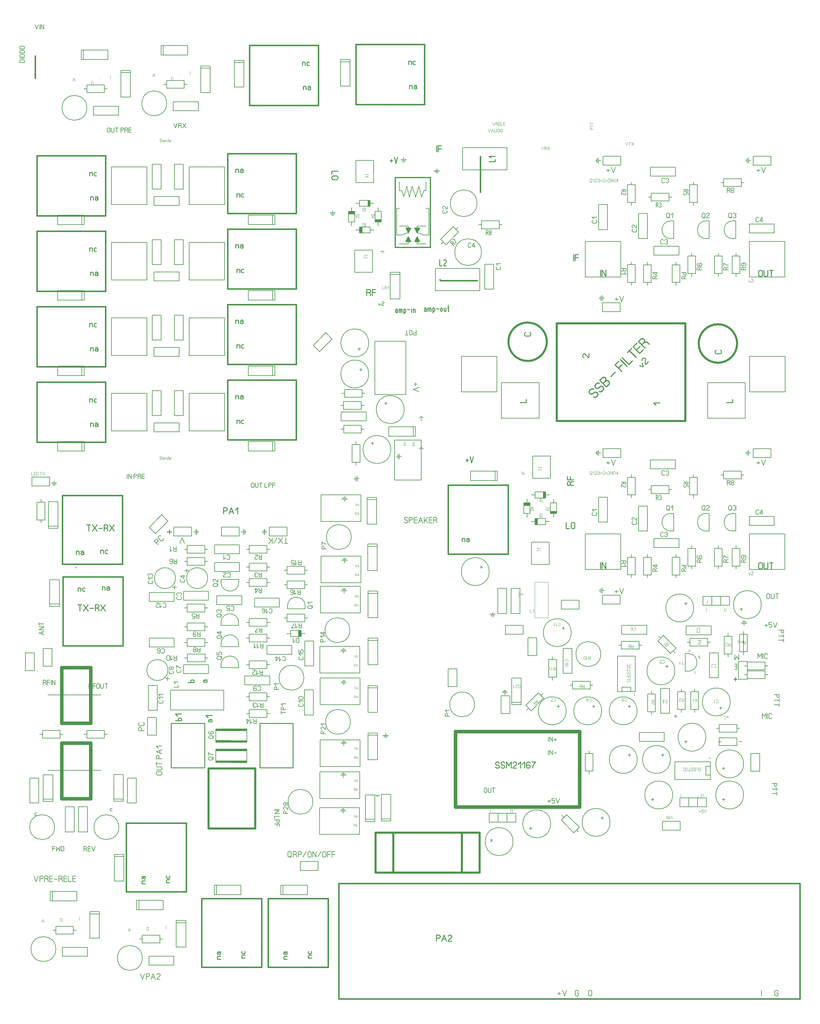
<source format=gbr>
%FSLAX34Y34*%
%MOMM*%
%LNSILK_TOP*%
G71*
G01*
%ADD10C,0.150*%
%ADD11C,0.167*%
%ADD12C,0.200*%
%ADD13C,0.170*%
%ADD14C,0.144*%
%ADD15C,0.222*%
%ADD16C,0.111*%
%ADD17C,0.600*%
%ADD18C,0.333*%
%ADD19C,0.100*%
%ADD20C,0.400*%
%ADD21C,0.300*%
%ADD22C,0.133*%
%ADD23C,0.206*%
%ADD24C,0.178*%
%ADD25C,0.250*%
%ADD26C,0.220*%
%ADD27C,0.160*%
%ADD28C,0.280*%
%ADD29C,1.000*%
%LPD*%
G54D10*
X510976Y1776458D02*
X488801Y1776458D01*
X488801Y1827158D01*
X510976Y1827158D01*
X510976Y1776458D01*
G54D10*
X499888Y1776258D02*
X499888Y1768358D01*
G54D10*
X499888Y1827258D02*
X499888Y1835158D01*
G54D11*
X477630Y1810733D02*
X475964Y1808733D01*
X474297Y1808066D01*
X470964Y1808066D01*
G54D11*
X470964Y1813400D02*
X484297Y1813400D01*
X484297Y1810066D01*
X483464Y1808733D01*
X481797Y1808066D01*
X480130Y1808066D01*
X478464Y1808733D01*
X477630Y1810066D01*
X477630Y1813400D01*
G54D11*
X470964Y1799066D02*
X470964Y1804400D01*
X471797Y1804400D01*
X473464Y1803733D01*
X478464Y1799733D01*
X480130Y1799066D01*
X481797Y1799066D01*
X483464Y1799733D01*
X484297Y1801066D01*
X484297Y1802400D01*
X483464Y1803733D01*
X481797Y1804400D01*
G54D10*
X431670Y1770477D02*
X406270Y1770477D01*
X406270Y1698877D01*
X431670Y1698877D01*
X431670Y1770477D01*
G54D11*
X398378Y1725821D02*
X400045Y1724821D01*
X400878Y1722821D01*
X400878Y1720821D01*
X400045Y1718822D01*
X398378Y1717821D01*
X390045Y1717821D01*
X388378Y1718822D01*
X387545Y1720821D01*
X387545Y1722821D01*
X388378Y1724821D01*
X390045Y1725821D01*
G54D11*
X392545Y1729488D02*
X387545Y1734488D01*
X400878Y1734488D01*
G54D10*
X545970Y1745077D02*
X520569Y1745078D01*
X520569Y1673477D01*
X545969Y1673477D01*
X545970Y1745077D01*
G54D11*
X512678Y1700422D02*
X514344Y1699422D01*
X515178Y1697422D01*
X515178Y1695422D01*
X514344Y1693422D01*
X512678Y1692422D01*
X504344Y1692422D01*
X502678Y1693422D01*
X501844Y1695422D01*
X501844Y1697422D01*
X502678Y1699422D01*
X504344Y1700422D01*
G54D11*
X515178Y1712089D02*
X515178Y1704089D01*
X514344Y1704089D01*
X512678Y1705089D01*
X507678Y1711089D01*
X506011Y1712089D01*
X504344Y1712089D01*
X502678Y1711089D01*
X501844Y1709089D01*
X501844Y1707089D01*
X502678Y1705089D01*
X504344Y1704089D01*
G54D10*
X510992Y1547858D02*
X488817Y1547858D01*
X488817Y1598558D01*
X510992Y1598558D01*
X510992Y1547858D01*
G54D10*
X499904Y1547658D02*
X499904Y1539758D01*
G54D10*
X499904Y1598658D02*
X499904Y1606558D01*
G54D11*
X477646Y1584334D02*
X475979Y1581334D01*
X474313Y1580334D01*
X470979Y1580334D01*
G54D11*
X470979Y1588334D02*
X484313Y1588334D01*
X484313Y1583334D01*
X483479Y1581334D01*
X481813Y1580334D01*
X480146Y1580334D01*
X478479Y1581334D01*
X477646Y1583334D01*
X477646Y1588334D01*
G54D11*
X479313Y1576666D02*
X484313Y1571666D01*
X470979Y1571666D01*
G54D10*
X607771Y1802822D02*
X607771Y1780647D01*
X557071Y1780647D01*
X557071Y1802822D01*
X607771Y1802822D01*
G54D10*
X607971Y1791735D02*
X615871Y1791735D01*
G54D10*
X556971Y1791735D02*
X549071Y1791734D01*
G54D11*
X573496Y1769477D02*
X575496Y1767810D01*
X576163Y1766144D01*
X576163Y1762810D01*
G54D11*
X570830Y1762810D02*
X570830Y1776144D01*
X574163Y1776144D01*
X575496Y1775310D01*
X576163Y1773644D01*
X576163Y1771977D01*
X575496Y1770310D01*
X574163Y1769477D01*
X570830Y1769477D01*
G54D11*
X579830Y1773644D02*
X580496Y1775310D01*
X581830Y1776144D01*
X583163Y1776144D01*
X584496Y1775310D01*
X585163Y1773644D01*
X585163Y1771977D01*
X584496Y1770310D01*
X583163Y1769477D01*
X584496Y1768644D01*
X585163Y1766977D01*
X585163Y1765310D01*
X584496Y1763644D01*
X583163Y1762810D01*
X581830Y1762810D01*
X580496Y1763644D01*
X579830Y1765310D01*
G54D10*
X534380Y1598516D02*
X556555Y1598516D01*
X556555Y1547816D01*
X534380Y1547816D01*
X534380Y1598516D01*
G54D10*
X545467Y1598716D02*
X545467Y1606616D01*
G54D10*
X545467Y1547716D02*
X545467Y1539816D01*
G54D11*
X567725Y1562074D02*
X569392Y1565074D01*
X571059Y1566074D01*
X574392Y1566074D01*
G54D11*
X574392Y1558074D02*
X561059Y1558074D01*
X561059Y1563074D01*
X561892Y1565074D01*
X563559Y1566074D01*
X565225Y1566074D01*
X566892Y1565074D01*
X567725Y1563074D01*
X567725Y1558074D01*
G54D11*
X574392Y1575741D02*
X561059Y1575741D01*
X569392Y1569741D01*
X571059Y1569741D01*
X571059Y1577741D01*
G54D10*
X688775Y1776457D02*
X666600Y1776457D01*
X666600Y1827157D01*
X688775Y1827157D01*
X688775Y1776457D01*
G54D10*
X677688Y1776257D02*
X677688Y1768357D01*
G54D10*
X677688Y1827257D02*
X677688Y1835157D01*
G54D11*
X655430Y1810732D02*
X653763Y1808732D01*
X652096Y1808065D01*
X648763Y1808065D01*
G54D11*
X648763Y1813398D02*
X662096Y1813398D01*
X662096Y1810065D01*
X661263Y1808732D01*
X659596Y1808065D01*
X657930Y1808065D01*
X656263Y1808732D01*
X655430Y1810065D01*
X655430Y1813398D01*
G54D11*
X662096Y1799065D02*
X662096Y1804398D01*
X656263Y1804398D01*
X656263Y1803732D01*
X657096Y1802398D01*
X657096Y1801065D01*
X656263Y1799732D01*
X654596Y1799065D01*
X651263Y1799065D01*
X649596Y1799732D01*
X648763Y1801065D01*
X648763Y1802398D01*
X649596Y1803732D01*
X651263Y1804398D01*
G54D10*
X636157Y1626425D02*
X636157Y1651826D01*
X564556Y1651825D01*
X564557Y1626425D01*
X636157Y1626425D01*
G54D11*
X591501Y1659716D02*
X590501Y1658050D01*
X588501Y1657216D01*
X586501Y1657216D01*
X584501Y1658050D01*
X583501Y1659716D01*
X583501Y1668050D01*
X584501Y1669716D01*
X586501Y1670550D01*
X588501Y1670550D01*
X590501Y1669716D01*
X591501Y1668050D01*
G54D11*
X595168Y1668050D02*
X596168Y1669716D01*
X598168Y1670550D01*
X600168Y1670550D01*
X602168Y1669716D01*
X603168Y1668050D01*
X603168Y1666383D01*
X602168Y1664716D01*
X600168Y1663884D01*
X602168Y1663050D01*
X603168Y1661384D01*
X603168Y1659716D01*
X602168Y1658050D01*
X600168Y1657216D01*
X598168Y1657216D01*
X596168Y1658050D01*
X595168Y1659716D01*
G54D10*
X661380Y1623916D02*
X683555Y1623916D01*
X683554Y1573216D01*
X661380Y1573216D01*
X661380Y1623916D01*
G54D10*
X672467Y1624116D02*
X672467Y1632016D01*
G54D10*
X672467Y1573116D02*
X672467Y1565216D01*
G54D11*
X694725Y1587474D02*
X696392Y1590474D01*
X698059Y1591474D01*
X701392Y1591474D01*
G54D11*
X701392Y1583474D02*
X688059Y1583474D01*
X688059Y1588474D01*
X688892Y1590474D01*
X690559Y1591474D01*
X692225Y1591474D01*
X693892Y1590474D01*
X694725Y1588474D01*
X694725Y1583474D01*
G54D11*
X690559Y1603141D02*
X688892Y1602141D01*
X688059Y1600141D01*
X688059Y1598141D01*
X688892Y1596141D01*
X690559Y1595141D01*
X694725Y1595141D01*
X695559Y1595141D01*
X693892Y1598141D01*
X693892Y1600141D01*
X694725Y1602141D01*
X696392Y1603141D01*
X698892Y1603141D01*
X700559Y1602141D01*
X701392Y1600141D01*
X701392Y1598141D01*
X700559Y1596141D01*
X698892Y1595141D01*
X694725Y1595141D01*
G54D10*
X737580Y1623916D02*
X759755Y1623916D01*
X759755Y1573216D01*
X737580Y1573216D01*
X737580Y1623916D01*
G54D10*
X748667Y1624116D02*
X748667Y1632016D01*
G54D10*
X748667Y1573116D02*
X748667Y1565216D01*
G54D11*
X770925Y1587474D02*
X772592Y1590474D01*
X774259Y1591474D01*
X777592Y1591474D01*
G54D11*
X777592Y1583474D02*
X764259Y1583474D01*
X764259Y1588474D01*
X765092Y1590474D01*
X766759Y1591474D01*
X768425Y1591474D01*
X770092Y1590474D01*
X770925Y1588474D01*
X770925Y1583474D01*
G54D11*
X764259Y1595141D02*
X764259Y1603141D01*
X765925Y1602141D01*
X768425Y1600141D01*
X771759Y1598141D01*
X774259Y1597141D01*
X777592Y1597141D01*
G54D10*
X788380Y1623916D02*
X810554Y1623916D01*
X810554Y1573216D01*
X788380Y1573216D01*
X788380Y1623916D01*
G54D10*
X799467Y1624116D02*
X799467Y1632016D01*
G54D10*
X799467Y1573116D02*
X799467Y1565216D01*
G54D11*
X821726Y1587474D02*
X823392Y1590474D01*
X825058Y1591474D01*
X828392Y1591474D01*
G54D11*
X828392Y1583474D02*
X815058Y1583474D01*
X815058Y1588474D01*
X815892Y1590474D01*
X817558Y1591474D01*
X819226Y1591474D01*
X820892Y1590474D01*
X821726Y1588474D01*
X821726Y1583474D01*
G54D11*
X825892Y1595141D02*
X827558Y1596141D01*
X828392Y1598141D01*
X828392Y1600141D01*
X827558Y1602141D01*
X825892Y1603141D01*
X821726Y1603141D01*
X820892Y1603141D01*
X822558Y1600141D01*
X822558Y1598141D01*
X821726Y1596141D01*
X820058Y1595141D01*
X817558Y1595141D01*
X815892Y1596141D01*
X815058Y1598141D01*
X815058Y1600141D01*
X815892Y1602141D01*
X817558Y1603141D01*
X821726Y1603141D01*
G54D10*
X909212Y1689923D02*
X909212Y1715324D01*
X837612Y1715324D01*
X837612Y1689923D01*
X909212Y1689923D01*
G54D11*
X864589Y1723215D02*
X863589Y1721548D01*
X861589Y1720715D01*
X859589Y1720715D01*
X857589Y1721548D01*
X856589Y1723215D01*
X856589Y1731548D01*
X857589Y1733215D01*
X859589Y1734048D01*
X861589Y1734048D01*
X863589Y1733215D01*
X864589Y1731548D01*
G54D11*
X874256Y1720715D02*
X874256Y1734048D01*
X868256Y1725715D01*
X868256Y1724048D01*
X876256Y1724048D01*
G54D10*
X814746Y1844626D02*
X814746Y1822451D01*
X764047Y1822451D01*
X764047Y1844626D01*
X814746Y1844626D01*
G54D10*
X814947Y1833539D02*
X822847Y1833539D01*
G54D10*
X763947Y1833539D02*
X756047Y1833539D01*
G54D11*
X778304Y1811280D02*
X781304Y1809614D01*
X782304Y1807947D01*
X782304Y1804614D01*
G54D11*
X774304Y1804614D02*
X774304Y1817947D01*
X779304Y1817947D01*
X781304Y1817114D01*
X782304Y1815447D01*
X782304Y1813780D01*
X781304Y1812114D01*
X779304Y1811280D01*
X774304Y1811280D01*
G54D11*
X790972Y1811280D02*
X788972Y1811280D01*
X786972Y1812114D01*
X785972Y1813780D01*
X785972Y1815447D01*
X786972Y1817114D01*
X788972Y1817947D01*
X790972Y1817947D01*
X792972Y1817114D01*
X793972Y1815447D01*
X793972Y1813780D01*
X792972Y1812114D01*
X790972Y1811280D01*
X792972Y1810447D01*
X793972Y1808780D01*
X793972Y1807114D01*
X792972Y1805447D01*
X790972Y1804614D01*
X788972Y1804614D01*
X786972Y1805447D01*
X785972Y1807114D01*
X785972Y1808780D01*
X786972Y1810447D01*
X788972Y1811280D01*
G54D12*
X858600Y1868602D02*
X868200Y1868602D01*
G54D12*
X863400Y1872602D02*
X863400Y1864602D01*
G54D12*
X872600Y1877602D02*
X878600Y1861602D01*
X884600Y1877602D01*
G54D10*
X848804Y1883775D02*
X848805Y1909175D01*
X899604Y1909175D01*
X899604Y1883775D01*
X848804Y1883775D01*
G54D12*
X841472Y1897004D02*
X835121Y1897004D01*
G54D12*
X835121Y1889067D02*
X835122Y1904942D01*
G54D12*
X831946Y1902561D02*
X831946Y1891448D01*
G54D12*
X828772Y1894623D02*
X828772Y1899386D01*
G54D12*
X452200Y1500302D02*
X461800Y1500302D01*
G54D12*
X457000Y1504302D02*
X457000Y1496302D01*
G54D12*
X466200Y1509302D02*
X472200Y1493302D01*
X478200Y1509302D01*
G54D10*
X417005Y1464675D02*
X417005Y1490075D01*
X467804Y1490075D01*
X467805Y1464675D01*
X417005Y1464675D01*
G54D12*
X422371Y1503304D02*
X416021Y1503304D01*
G54D12*
X416021Y1495367D02*
X416021Y1511242D01*
G54D12*
X412846Y1508860D02*
X412846Y1497748D01*
G54D12*
X409671Y1500923D02*
X409671Y1505686D01*
G54D10*
X612901Y1723887D02*
X620900Y1723887D01*
X620900Y1673162D01*
X612901Y1673162D01*
G54D10*
G75*
G01X612940Y1724018D02*
G03X612940Y1673018I0J-25500D01*
G01*
G54D11*
X604756Y1735562D02*
X609756Y1733062D01*
G54D11*
X608756Y1743895D02*
X608756Y1735562D01*
X607756Y1733895D01*
X605756Y1733062D01*
X603756Y1733062D01*
X601756Y1733895D01*
X600756Y1735562D01*
X600756Y1743895D01*
X601756Y1745562D01*
X603756Y1746396D01*
X605756Y1746396D01*
X607756Y1745562D01*
X608756Y1743895D01*
G54D11*
X613423Y1741395D02*
X618423Y1746396D01*
X618423Y1733062D01*
G54D10*
X714501Y1723887D02*
X722500Y1723887D01*
X722500Y1673162D01*
X714501Y1673162D01*
G54D10*
G75*
G01X714540Y1724018D02*
G03X714540Y1673018I0J-25500D01*
G01*
G54D13*
X706356Y1735562D02*
X711356Y1733062D01*
G54D13*
X710356Y1743895D02*
X710356Y1735562D01*
X709356Y1733895D01*
X707356Y1733062D01*
X705356Y1733062D01*
X703356Y1733895D01*
X702356Y1735562D01*
X702356Y1743895D01*
X703356Y1745562D01*
X705356Y1746396D01*
X707356Y1746396D01*
X709356Y1745562D01*
X710356Y1743895D01*
G54D13*
X723056Y1733062D02*
X715056Y1733062D01*
X715056Y1733895D01*
X716056Y1735562D01*
X722056Y1740562D01*
X723056Y1742229D01*
X723056Y1743895D01*
X722056Y1745562D01*
X720056Y1746396D01*
X718056Y1746396D01*
X716056Y1745562D01*
X715056Y1743895D01*
G54D10*
X790701Y1723887D02*
X798700Y1723887D01*
X798700Y1673162D01*
X790700Y1673162D01*
G54D10*
G75*
G01X790740Y1724018D02*
G03X790740Y1673018I0J-25500D01*
G01*
G54D11*
X782573Y1735562D02*
X787573Y1733062D01*
G54D11*
X786573Y1743895D02*
X786573Y1735562D01*
X785573Y1733895D01*
X783573Y1733062D01*
X781573Y1733062D01*
X779573Y1733895D01*
X778573Y1735562D01*
X778573Y1743895D01*
X779573Y1745562D01*
X781573Y1746396D01*
X783573Y1746396D01*
X785573Y1745562D01*
X786573Y1743895D01*
G54D11*
X791240Y1743895D02*
X792240Y1745562D01*
X794240Y1746396D01*
X796240Y1746396D01*
X798240Y1745562D01*
X799240Y1743895D01*
X799240Y1742229D01*
X798240Y1740562D01*
X796240Y1739729D01*
X798240Y1738895D01*
X799240Y1737229D01*
X799240Y1735562D01*
X798240Y1733895D01*
X796240Y1733062D01*
X794240Y1733062D01*
X792240Y1733895D01*
X791240Y1735562D01*
G54D10*
X367701Y1665387D02*
X469301Y1665387D01*
X469301Y1563787D01*
X367701Y1563787D01*
X367701Y1665387D01*
G54D14*
X366951Y1692137D02*
X366951Y1692137D01*
G54D14*
X366951Y1672637D02*
X366951Y1672637D01*
G54D10*
X837600Y1665387D02*
X939200Y1665387D01*
X939200Y1563787D01*
X837600Y1563787D01*
X837600Y1665387D01*
G54D14*
X836850Y1692137D02*
X836850Y1692137D01*
G54D14*
X836850Y1672637D02*
X836850Y1672637D01*
G54D10*
X554311Y1877130D02*
X554311Y1851730D01*
X625911Y1851730D01*
X625911Y1877130D01*
X554311Y1877130D01*
G54D11*
X595300Y1835505D02*
X594300Y1833838D01*
X592300Y1833005D01*
X590300Y1833005D01*
X588300Y1833838D01*
X587300Y1835505D01*
X587300Y1843838D01*
X588300Y1845505D01*
X590300Y1846338D01*
X592300Y1846338D01*
X594300Y1845505D01*
X595300Y1843838D01*
G54D11*
X598967Y1843838D02*
X599967Y1845505D01*
X601967Y1846338D01*
X603967Y1846338D01*
X605967Y1845505D01*
X606967Y1843838D01*
X606967Y1842172D01*
X605967Y1840505D01*
X603967Y1839672D01*
X605967Y1838838D01*
X606967Y1837172D01*
X606967Y1835505D01*
X605967Y1833838D01*
X603967Y1833005D01*
X601967Y1833005D01*
X599967Y1833838D01*
X598967Y1835505D01*
G54D15*
X874617Y1579807D02*
X874617Y1568696D01*
X873284Y1566474D01*
X870617Y1565362D01*
X867950Y1565362D01*
X865284Y1566474D01*
X863950Y1568696D01*
X863950Y1579807D01*
X865284Y1582029D01*
X867950Y1583140D01*
X870617Y1583140D01*
X873284Y1582029D01*
X874617Y1579807D01*
G54D15*
X879506Y1583140D02*
X879506Y1568696D01*
X880840Y1566474D01*
X883506Y1565362D01*
X886173Y1565362D01*
X888840Y1566474D01*
X890173Y1568696D01*
X890173Y1583140D01*
G54D15*
X900396Y1565362D02*
X900396Y1583140D01*
G54D15*
X895062Y1583140D02*
X905729Y1583140D01*
G54D10*
X616930Y1598516D02*
X639105Y1598516D01*
X639105Y1547816D01*
X616930Y1547816D01*
X616930Y1598516D01*
G54D10*
X628017Y1598716D02*
X628017Y1606616D01*
G54D10*
X628017Y1547716D02*
X628017Y1539816D01*
G54D11*
X650275Y1562074D02*
X651942Y1565074D01*
X653609Y1566074D01*
X656942Y1566074D01*
G54D11*
X656942Y1558074D02*
X643609Y1558074D01*
X643609Y1563074D01*
X644442Y1565074D01*
X646109Y1566074D01*
X647775Y1566074D01*
X649442Y1565074D01*
X650275Y1563074D01*
X650275Y1558074D01*
G54D11*
X656942Y1575741D02*
X643609Y1575741D01*
G54D11*
X651609Y1575741D02*
X649942Y1574741D01*
X649442Y1572741D01*
X649942Y1570741D01*
X651609Y1569741D01*
X654942Y1569741D01*
X656609Y1570741D01*
X656942Y1572741D01*
X656609Y1574741D01*
X654942Y1575741D01*
G54D12*
X428600Y1868602D02*
X438200Y1868602D01*
G54D12*
X433400Y1872602D02*
X433400Y1864602D01*
G54D12*
X442600Y1877602D02*
X448600Y1861602D01*
X454600Y1877602D01*
G54D10*
X418805Y1883775D02*
X418805Y1909175D01*
X469604Y1909175D01*
X469605Y1883775D01*
X418805Y1883775D01*
G54D12*
X411471Y1897004D02*
X405121Y1897004D01*
G54D12*
X405121Y1889067D02*
X405121Y1904942D01*
G54D12*
X401946Y1902561D02*
X401946Y1891448D01*
G54D12*
X398771Y1894623D02*
X398771Y1899386D01*
G54D16*
X383567Y1836954D02*
X386901Y1835287D01*
G54D16*
X386234Y1842510D02*
X386234Y1836954D01*
X385567Y1835843D01*
X384234Y1835287D01*
X382901Y1835287D01*
X381567Y1835843D01*
X380901Y1836954D01*
X380901Y1842510D01*
X381567Y1843620D01*
X382901Y1844176D01*
X384234Y1844176D01*
X385567Y1843620D01*
X386234Y1842510D01*
G54D16*
X389345Y1840843D02*
X392678Y1844176D01*
X392678Y1835287D01*
G54D16*
X400455Y1835287D02*
X395122Y1835287D01*
X395122Y1835843D01*
X395788Y1836954D01*
X399788Y1840287D01*
X400455Y1841398D01*
X400455Y1842510D01*
X399788Y1843620D01*
X398455Y1844176D01*
X397122Y1844176D01*
X395788Y1843620D01*
X395122Y1842510D01*
G54D16*
X402899Y1842510D02*
X403565Y1843620D01*
X404899Y1844176D01*
X406232Y1844176D01*
X407565Y1843620D01*
X408232Y1842510D01*
X408232Y1841398D01*
X407565Y1840287D01*
X406232Y1839732D01*
X407565Y1839176D01*
X408232Y1838065D01*
X408232Y1836954D01*
X407565Y1835843D01*
X406232Y1835287D01*
X404899Y1835287D01*
X403565Y1835843D01*
X402899Y1836954D01*
G54D16*
X410676Y1840287D02*
X416009Y1840287D01*
G54D16*
X410676Y1838065D02*
X416009Y1838065D01*
G54D16*
X423786Y1835287D02*
X418453Y1835287D01*
X418453Y1835843D01*
X419119Y1836954D01*
X423119Y1840287D01*
X423786Y1841398D01*
X423786Y1842510D01*
X423119Y1843620D01*
X421786Y1844176D01*
X420453Y1844176D01*
X419119Y1843620D01*
X418453Y1842510D01*
G54D16*
X426230Y1835287D02*
X426230Y1840287D01*
G54D16*
X426230Y1839176D02*
X426896Y1839954D01*
X428230Y1840287D01*
X429563Y1839954D01*
X430230Y1839176D01*
X430230Y1835287D01*
G54D16*
X432674Y1842510D02*
X433340Y1843620D01*
X434674Y1844176D01*
X436007Y1844176D01*
X437340Y1843620D01*
X438007Y1842510D01*
X438007Y1841398D01*
X437340Y1840287D01*
X436007Y1839732D01*
X437340Y1839176D01*
X438007Y1838065D01*
X438007Y1836954D01*
X437340Y1835843D01*
X436007Y1835287D01*
X434674Y1835287D01*
X433340Y1835843D01*
X432674Y1836954D01*
G54D16*
X440451Y1836954D02*
X441117Y1835843D01*
X442451Y1835287D01*
X443784Y1835287D01*
X445117Y1835843D01*
X445784Y1836954D01*
X445784Y1839732D01*
X445784Y1840287D01*
X443784Y1839176D01*
X442451Y1839176D01*
X441117Y1839732D01*
X440451Y1840843D01*
X440451Y1842510D01*
X441117Y1843620D01*
X442451Y1844176D01*
X443784Y1844176D01*
X445117Y1843620D01*
X445784Y1842510D01*
X445784Y1839732D01*
G54D16*
X453561Y1842510D02*
X453561Y1836954D01*
X452894Y1835843D01*
X451561Y1835287D01*
X450228Y1835287D01*
X448894Y1835843D01*
X448228Y1836954D01*
X448228Y1842510D01*
X448894Y1843620D01*
X450228Y1844176D01*
X451561Y1844176D01*
X452894Y1843620D01*
X453561Y1842510D01*
G54D16*
X460005Y1835287D02*
X460005Y1844176D01*
X456005Y1838620D01*
X456005Y1837510D01*
X461338Y1837510D01*
G54D16*
X835286Y1553586D02*
X837952Y1548586D01*
X840619Y1553586D01*
G54D16*
X848396Y1548586D02*
X843062Y1548586D01*
X843062Y1549142D01*
X843730Y1550252D01*
X847730Y1553586D01*
X848396Y1554697D01*
X848396Y1555808D01*
X847730Y1556919D01*
X846396Y1557475D01*
X845062Y1557475D01*
X843730Y1556919D01*
X843062Y1555808D01*
G54D15*
X410719Y1566156D02*
X410719Y1583934D01*
G54D15*
X415608Y1566156D02*
X415608Y1583934D01*
X426275Y1566156D01*
X426275Y1583934D01*
G54D14*
X417751Y1812787D02*
X417751Y1812787D01*
G54D17*
X285676Y1431646D02*
X285675Y1152246D01*
X653976Y1152246D01*
X653976Y1431646D01*
X285676Y1431646D01*
G54D15*
X569789Y1197192D02*
X563123Y1203858D01*
X580900Y1203858D01*
G54D15*
X378050Y1343896D02*
X378051Y1333230D01*
X376939Y1333230D01*
X374717Y1334563D01*
X368050Y1342563D01*
X365828Y1343896D01*
X363606Y1343896D01*
X361384Y1342563D01*
X360273Y1339896D01*
X360273Y1337230D01*
X361384Y1334563D01*
X363606Y1333230D01*
G54D17*
G75*
G01X257651Y1378246D02*
G03X257651Y1378246I-55000J0D01*
G01*
G54D17*
G75*
G01X802651Y1373246D02*
G03X802651Y1373246I-55000J0D01*
G01*
G54D10*
X12826Y1235246D02*
X12826Y1336846D01*
X114426Y1336846D01*
X114426Y1235246D01*
X12826Y1235246D01*
G54D14*
X-13924Y1234496D02*
X-13924Y1234496D01*
G54D14*
X5576Y1234496D02*
X5576Y1234496D01*
G54D10*
X838326Y1235246D02*
X838326Y1336846D01*
X939926Y1336846D01*
X939926Y1235246D01*
X838326Y1235246D01*
G54D14*
X811576Y1234496D02*
X811576Y1234496D01*
G54D14*
X831076Y1234496D02*
X831076Y1234496D01*
G54D15*
X771373Y1204146D02*
X789151Y1204146D01*
X789151Y1213480D01*
G54D15*
X754068Y1354513D02*
X756290Y1353180D01*
X757401Y1350513D01*
X757401Y1347846D01*
X756290Y1345180D01*
X754068Y1343846D01*
X742957Y1343846D01*
X740734Y1345180D01*
X739623Y1347846D01*
X739623Y1350513D01*
X740734Y1353180D01*
X742957Y1354513D01*
G54D15*
X207968Y1405313D02*
X210190Y1403980D01*
X211301Y1401313D01*
X211301Y1398646D01*
X210190Y1395980D01*
X207967Y1394646D01*
X196856Y1394646D01*
X194634Y1395980D01*
X193523Y1398646D01*
X193523Y1401313D01*
X194634Y1403980D01*
X196856Y1405313D01*
G54D18*
X391637Y1219614D02*
X395408Y1218671D01*
X399415Y1220321D01*
X402244Y1223150D01*
X403894Y1227156D01*
X402951Y1230928D01*
X400594Y1233285D01*
X396823Y1234228D01*
X392816Y1232578D01*
X389987Y1229749D01*
X385980Y1228099D01*
X382209Y1229042D01*
X379852Y1231399D01*
X378909Y1235170D01*
X380559Y1239177D01*
X383388Y1242006D01*
X387395Y1243656D01*
X391166Y1242713D01*
G54D18*
X408136Y1236113D02*
X411907Y1235170D01*
X415914Y1236820D01*
X418743Y1239648D01*
X420393Y1243655D01*
X419450Y1247426D01*
X417093Y1249784D01*
X413322Y1250726D01*
X409315Y1249076D01*
X406486Y1246248D01*
X402479Y1244598D01*
X398708Y1245541D01*
X396351Y1247898D01*
X395408Y1251669D01*
X397058Y1255676D01*
X399887Y1258504D01*
X403894Y1260154D01*
X407665Y1259212D01*
G54D18*
X428170Y1249076D02*
X409314Y1267932D01*
X416386Y1275004D01*
X420392Y1276654D01*
X424164Y1275710D01*
X426521Y1273354D01*
X427463Y1269582D01*
X425814Y1265576D01*
X429821Y1267226D01*
X433592Y1266282D01*
X435949Y1263926D01*
X436892Y1260154D01*
X435242Y1256147D01*
X428170Y1249076D01*
G54D18*
X418742Y1258504D02*
X425814Y1265576D01*
G54D18*
X441888Y1279293D02*
X453202Y1290606D01*
G54D18*
X472104Y1293010D02*
X453248Y1311866D01*
X463148Y1321766D01*
G54D18*
X462676Y1302438D02*
X472576Y1312338D01*
G54D18*
X487189Y1308095D02*
X468333Y1326951D01*
G54D18*
X473518Y1332136D02*
X492374Y1313280D01*
X502274Y1323180D01*
G54D18*
X513116Y1334022D02*
X494260Y1352878D01*
G54D18*
X488603Y1347221D02*
X499917Y1358535D01*
G54D18*
X533858Y1354763D02*
X523958Y1344864D01*
X505102Y1363720D01*
X515001Y1373620D01*
G54D18*
X514530Y1354292D02*
X524429Y1364192D01*
G54D18*
X535272Y1375034D02*
X541871Y1376919D01*
X545643Y1375976D01*
X550356Y1371262D01*
G54D18*
X539043Y1359948D02*
X520187Y1378805D01*
X527258Y1385876D01*
X531265Y1387526D01*
X535036Y1386583D01*
X537393Y1384226D01*
X538336Y1380454D01*
X536686Y1376448D01*
X529615Y1369376D01*
G54D10*
X718133Y1159309D02*
X718133Y1260909D01*
X826084Y1260909D01*
X826084Y1159310D01*
X718133Y1159309D01*
G54D15*
X180823Y1204146D02*
X198601Y1204146D01*
X198601Y1213480D01*
G54D10*
X127583Y1159309D02*
X127583Y1260910D01*
X235533Y1260909D01*
X235533Y1159310D01*
X127583Y1159309D01*
G54D15*
X522585Y1310103D02*
X533427Y1306803D01*
X530127Y1317645D01*
G54D15*
X548198Y1321574D02*
X540656Y1314031D01*
X539870Y1314817D01*
X539242Y1317331D01*
X540184Y1327702D01*
X539556Y1330216D01*
X537985Y1331788D01*
X535470Y1332416D01*
X532799Y1331316D01*
X530913Y1329430D01*
X529813Y1326760D01*
X530442Y1324245D01*
G54D10*
X510976Y939846D02*
X488801Y939846D01*
X488801Y990546D01*
X510976Y990546D01*
X510976Y939846D01*
G54D10*
X499888Y939646D02*
X499888Y931746D01*
G54D10*
X499888Y990646D02*
X499888Y998546D01*
G54D11*
X477630Y974120D02*
X475964Y972120D01*
X474297Y971454D01*
X470964Y971454D01*
G54D11*
X470964Y976787D02*
X484297Y976787D01*
X484297Y973454D01*
X483464Y972120D01*
X481797Y971454D01*
X480130Y971454D01*
X478464Y972120D01*
X477630Y973454D01*
X477630Y976787D01*
G54D11*
X470964Y962454D02*
X470964Y967787D01*
X471797Y967787D01*
X473464Y967120D01*
X478464Y963120D01*
X480130Y962454D01*
X481797Y962454D01*
X483464Y963120D01*
X484297Y964454D01*
X484297Y965787D01*
X483464Y967120D01*
X481797Y967787D01*
G54D10*
X431670Y933864D02*
X406270Y933864D01*
X406270Y862264D01*
X431670Y862264D01*
X431670Y933864D01*
G54D11*
X398378Y889209D02*
X400045Y888209D01*
X400878Y886209D01*
X400878Y884209D01*
X400045Y882209D01*
X398378Y881209D01*
X390045Y881209D01*
X388378Y882209D01*
X387545Y884209D01*
X387545Y886209D01*
X388378Y888209D01*
X390045Y889209D01*
G54D11*
X392545Y892876D02*
X387545Y897876D01*
X400878Y897876D01*
G54D10*
X545970Y908465D02*
X520569Y908465D01*
X520569Y836864D01*
X545969Y836865D01*
X545970Y908465D01*
G54D11*
X512678Y863809D02*
X514344Y862809D01*
X515178Y860809D01*
X515178Y858809D01*
X514344Y856809D01*
X512678Y855809D01*
X504344Y855809D01*
X502678Y856809D01*
X501844Y858809D01*
X501844Y860809D01*
X502678Y862809D01*
X504344Y863809D01*
G54D11*
X515178Y875476D02*
X515178Y867476D01*
X514344Y867476D01*
X512678Y868476D01*
X507678Y874476D01*
X506011Y875476D01*
X504344Y875476D01*
X502678Y874476D01*
X501844Y872476D01*
X501844Y870476D01*
X502678Y868476D01*
X504344Y867476D01*
G54D10*
X510992Y711246D02*
X488817Y711246D01*
X488817Y761946D01*
X510992Y761946D01*
X510992Y711246D01*
G54D10*
X499904Y711046D02*
X499904Y703146D01*
G54D10*
X499904Y762046D02*
X499904Y769946D01*
G54D11*
X477646Y747721D02*
X475979Y744721D01*
X474313Y743721D01*
X470979Y743721D01*
G54D11*
X470979Y751721D02*
X484313Y751721D01*
X484313Y746721D01*
X483479Y744721D01*
X481813Y743721D01*
X480146Y743721D01*
X478479Y744721D01*
X477646Y746721D01*
X477646Y751721D01*
G54D11*
X479313Y740054D02*
X484313Y735054D01*
X470979Y735054D01*
G54D10*
X607771Y966210D02*
X607771Y944034D01*
X557071Y944035D01*
X557071Y966210D01*
X607771Y966210D01*
G54D10*
X607971Y955122D02*
X615871Y955122D01*
G54D10*
X556971Y955122D02*
X549071Y955122D01*
G54D11*
X573496Y932864D02*
X575496Y931198D01*
X576163Y929531D01*
X576163Y926198D01*
G54D11*
X570830Y926198D02*
X570830Y939531D01*
X574163Y939531D01*
X575496Y938698D01*
X576163Y937031D01*
X576163Y935364D01*
X575496Y933698D01*
X574163Y932864D01*
X570830Y932864D01*
G54D11*
X579830Y937031D02*
X580496Y938698D01*
X581830Y939531D01*
X583163Y939531D01*
X584496Y938698D01*
X585163Y937031D01*
X585163Y935364D01*
X584496Y933698D01*
X583163Y932864D01*
X584496Y932031D01*
X585163Y930364D01*
X585163Y928698D01*
X584496Y927031D01*
X583163Y926198D01*
X581830Y926198D01*
X580496Y927031D01*
X579830Y928698D01*
G54D10*
X534380Y761904D02*
X556555Y761904D01*
X556555Y711204D01*
X534380Y711204D01*
X534380Y761904D01*
G54D10*
X545467Y762104D02*
X545467Y770004D01*
G54D10*
X545467Y711104D02*
X545467Y703204D01*
G54D11*
X567725Y725462D02*
X569392Y728462D01*
X571059Y729462D01*
X574392Y729462D01*
G54D11*
X574392Y721462D02*
X561059Y721462D01*
X561059Y726462D01*
X561892Y728462D01*
X563559Y729462D01*
X565225Y729462D01*
X566892Y728462D01*
X567725Y726462D01*
X567725Y721462D01*
G54D11*
X574392Y739128D02*
X561059Y739128D01*
X569392Y733128D01*
X571059Y733128D01*
X571059Y741128D01*
G54D10*
X688775Y939845D02*
X666600Y939845D01*
X666600Y990545D01*
X688775Y990545D01*
X688775Y939845D01*
G54D10*
X677688Y939644D02*
X677688Y931745D01*
G54D10*
X677688Y990645D02*
X677688Y998545D01*
G54D11*
X655430Y974119D02*
X653763Y972119D01*
X652096Y971452D01*
X648763Y971452D01*
G54D11*
X648763Y976786D02*
X662096Y976786D01*
X662096Y973452D01*
X661263Y972119D01*
X659596Y971452D01*
X657930Y971452D01*
X656263Y972119D01*
X655430Y973452D01*
X655430Y976786D01*
G54D11*
X662096Y962452D02*
X662096Y967786D01*
X656263Y967786D01*
X656263Y967119D01*
X657096Y965786D01*
X657096Y964452D01*
X656263Y963119D01*
X654596Y962452D01*
X651263Y962452D01*
X649596Y963119D01*
X648763Y964452D01*
X648763Y965786D01*
X649596Y967119D01*
X651263Y967786D01*
G54D10*
X636157Y789812D02*
X636157Y815213D01*
X564556Y815212D01*
X564557Y789812D01*
X636157Y789812D01*
G54D11*
X591501Y823104D02*
X590501Y821438D01*
X588501Y820604D01*
X586501Y820604D01*
X584501Y821438D01*
X583501Y823104D01*
X583501Y831438D01*
X584501Y833104D01*
X586501Y833938D01*
X588501Y833938D01*
X590501Y833104D01*
X591501Y831438D01*
G54D11*
X595168Y831438D02*
X596168Y833104D01*
X598168Y833938D01*
X600168Y833938D01*
X602168Y833104D01*
X603168Y831438D01*
X603168Y829771D01*
X602168Y828104D01*
X600168Y827271D01*
X602168Y826438D01*
X603168Y824771D01*
X603168Y823104D01*
X602168Y821438D01*
X600168Y820604D01*
X598168Y820604D01*
X596168Y821438D01*
X595168Y823104D01*
G54D10*
X661380Y787304D02*
X683555Y787304D01*
X683554Y736604D01*
X661380Y736604D01*
X661380Y787304D01*
G54D10*
X672467Y787504D02*
X672467Y795404D01*
G54D10*
X672467Y736504D02*
X672467Y728604D01*
G54D11*
X694725Y750862D02*
X696392Y753862D01*
X698059Y754862D01*
X701392Y754862D01*
G54D11*
X701392Y746862D02*
X688059Y746862D01*
X688059Y751862D01*
X688892Y753862D01*
X690559Y754862D01*
X692225Y754862D01*
X693892Y753862D01*
X694725Y751862D01*
X694725Y746862D01*
G54D11*
X690559Y766528D02*
X688892Y765528D01*
X688059Y763528D01*
X688059Y761528D01*
X688892Y759528D01*
X690559Y758528D01*
X694725Y758528D01*
X695559Y758528D01*
X693892Y761528D01*
X693892Y763528D01*
X694725Y765528D01*
X696392Y766528D01*
X698892Y766528D01*
X700559Y765528D01*
X701392Y763528D01*
X701392Y761528D01*
X700559Y759528D01*
X698892Y758528D01*
X694725Y758528D01*
G54D10*
X737580Y787304D02*
X759755Y787304D01*
X759755Y736604D01*
X737580Y736604D01*
X737580Y787304D01*
G54D10*
X748667Y787504D02*
X748667Y795404D01*
G54D10*
X748667Y736504D02*
X748667Y728604D01*
G54D11*
X770925Y750862D02*
X772592Y753862D01*
X774259Y754862D01*
X777592Y754862D01*
G54D11*
X777592Y746862D02*
X764259Y746862D01*
X764259Y751862D01*
X765092Y753862D01*
X766759Y754862D01*
X768425Y754862D01*
X770092Y753862D01*
X770925Y751862D01*
X770925Y746862D01*
G54D11*
X764259Y758528D02*
X764259Y766528D01*
X765925Y765528D01*
X768425Y763528D01*
X771759Y761528D01*
X774259Y760528D01*
X777592Y760528D01*
G54D10*
X788380Y787304D02*
X810554Y787304D01*
X810554Y736604D01*
X788380Y736604D01*
X788380Y787304D01*
G54D10*
X799467Y787504D02*
X799467Y795404D01*
G54D10*
X799467Y736504D02*
X799467Y728604D01*
G54D11*
X821726Y750862D02*
X823392Y753862D01*
X825058Y754862D01*
X828392Y754862D01*
G54D11*
X828392Y746862D02*
X815058Y746862D01*
X815058Y751862D01*
X815892Y753862D01*
X817558Y754862D01*
X819226Y754862D01*
X820892Y753862D01*
X821726Y751862D01*
X821726Y746862D01*
G54D11*
X825892Y758528D02*
X827558Y759528D01*
X828392Y761528D01*
X828392Y763528D01*
X827558Y765528D01*
X825892Y766528D01*
X821726Y766528D01*
X820892Y766528D01*
X822558Y763528D01*
X822558Y761528D01*
X821726Y759528D01*
X820058Y758528D01*
X817558Y758528D01*
X815892Y759528D01*
X815058Y761528D01*
X815058Y763528D01*
X815892Y765528D01*
X817558Y766528D01*
X821726Y766528D01*
G54D10*
X909212Y853310D02*
X909212Y878711D01*
X837612Y878711D01*
X837612Y853311D01*
X909212Y853310D01*
G54D11*
X864589Y886602D02*
X863589Y884936D01*
X861589Y884102D01*
X859589Y884102D01*
X857589Y884936D01*
X856589Y886602D01*
X856589Y894936D01*
X857589Y896602D01*
X859589Y897436D01*
X861589Y897436D01*
X863589Y896602D01*
X864589Y894936D01*
G54D11*
X874256Y884102D02*
X874256Y897436D01*
X868256Y889102D01*
X868256Y887436D01*
X876256Y887436D01*
G54D10*
X814746Y1008014D02*
X814746Y985839D01*
X764047Y985839D01*
X764047Y1008014D01*
X814746Y1008014D01*
G54D10*
X814947Y996926D02*
X822847Y996926D01*
G54D10*
X763947Y996926D02*
X756047Y996926D01*
G54D11*
X778304Y974668D02*
X781304Y973002D01*
X782304Y971335D01*
X782304Y968002D01*
G54D11*
X774304Y968002D02*
X774304Y981335D01*
X779304Y981335D01*
X781304Y980502D01*
X782304Y978835D01*
X782304Y977168D01*
X781304Y975502D01*
X779304Y974668D01*
X774304Y974668D01*
G54D11*
X790972Y974668D02*
X788972Y974668D01*
X786972Y975502D01*
X785972Y977168D01*
X785972Y978835D01*
X786972Y980502D01*
X788972Y981335D01*
X790972Y981335D01*
X792972Y980502D01*
X793972Y978835D01*
X793972Y977168D01*
X792972Y975502D01*
X790972Y974668D01*
X792972Y973835D01*
X793972Y972168D01*
X793972Y970502D01*
X792972Y968835D01*
X790972Y968002D01*
X788972Y968002D01*
X786972Y968835D01*
X785972Y970502D01*
X785972Y972168D01*
X786972Y973835D01*
X788972Y974668D01*
G54D12*
X858600Y1031989D02*
X868200Y1031989D01*
G54D12*
X863400Y1035989D02*
X863400Y1027989D01*
G54D12*
X872600Y1040989D02*
X878600Y1024989D01*
X884600Y1040989D01*
G54D10*
X848804Y1047162D02*
X848805Y1072562D01*
X899604Y1072562D01*
X899604Y1047162D01*
X848804Y1047162D01*
G54D12*
X841472Y1060392D02*
X835121Y1060392D01*
G54D12*
X835121Y1052454D02*
X835122Y1068330D01*
G54D12*
X831946Y1065948D02*
X831946Y1054836D01*
G54D12*
X828772Y1058010D02*
X828772Y1062773D01*
G54D12*
X452200Y663689D02*
X461800Y663689D01*
G54D12*
X457000Y667689D02*
X457000Y659689D01*
G54D12*
X466200Y672689D02*
X472200Y656689D01*
X478200Y672689D01*
G54D10*
X417005Y628062D02*
X417005Y653462D01*
X467804Y653462D01*
X467805Y628062D01*
X417005Y628062D01*
G54D12*
X422371Y666692D02*
X416021Y666692D01*
G54D12*
X416021Y658754D02*
X416021Y674629D01*
G54D12*
X412846Y672248D02*
X412846Y661136D01*
G54D12*
X409671Y664310D02*
X409671Y669073D01*
G54D10*
X612901Y887275D02*
X620900Y887275D01*
X620900Y836550D01*
X612901Y836550D01*
G54D10*
G75*
G01X612940Y887405D02*
G03X612940Y836405I0J-25500D01*
G01*
G54D11*
X604756Y898950D02*
X609756Y896450D01*
G54D11*
X608756Y907283D02*
X608756Y898950D01*
X607756Y897283D01*
X605756Y896450D01*
X603756Y896450D01*
X601756Y897283D01*
X600756Y898950D01*
X600756Y907283D01*
X601756Y908950D01*
X603756Y909783D01*
X605756Y909783D01*
X607756Y908950D01*
X608756Y907283D01*
G54D11*
X613423Y904783D02*
X618423Y909783D01*
X618423Y896450D01*
G54D10*
X714501Y887275D02*
X722500Y887275D01*
X722500Y836550D01*
X714501Y836550D01*
G54D10*
G75*
G01X714540Y887405D02*
G03X714540Y836405I0J-25500D01*
G01*
G54D13*
X706356Y898950D02*
X711356Y896450D01*
G54D13*
X710356Y907283D02*
X710356Y898950D01*
X709356Y897283D01*
X707356Y896450D01*
X705356Y896450D01*
X703356Y897283D01*
X702356Y898950D01*
X702356Y907283D01*
X703356Y908950D01*
X705356Y909783D01*
X707356Y909783D01*
X709356Y908950D01*
X710356Y907283D01*
G54D13*
X723056Y896450D02*
X715056Y896450D01*
X715056Y897283D01*
X716056Y898950D01*
X722056Y903950D01*
X723056Y905616D01*
X723056Y907283D01*
X722056Y908950D01*
X720056Y909783D01*
X718056Y909783D01*
X716056Y908950D01*
X715056Y907283D01*
G54D10*
X790701Y887275D02*
X798700Y887275D01*
X798700Y836550D01*
X790700Y836550D01*
G54D10*
G75*
G01X790740Y887405D02*
G03X790740Y836405I0J-25500D01*
G01*
G54D11*
X782573Y898950D02*
X787573Y896450D01*
G54D11*
X786573Y907283D02*
X786573Y898950D01*
X785573Y897283D01*
X783573Y896450D01*
X781573Y896450D01*
X779573Y897283D01*
X778573Y898950D01*
X778573Y907283D01*
X779573Y908950D01*
X781573Y909783D01*
X783573Y909783D01*
X785573Y908950D01*
X786573Y907283D01*
G54D11*
X791240Y907283D02*
X792240Y908950D01*
X794240Y909783D01*
X796240Y909783D01*
X798240Y908950D01*
X799240Y907283D01*
X799240Y905616D01*
X798240Y903950D01*
X796240Y903116D01*
X798240Y902283D01*
X799240Y900616D01*
X799240Y898950D01*
X798240Y897283D01*
X796240Y896450D01*
X794240Y896450D01*
X792240Y897283D01*
X791240Y898950D01*
G54D10*
X367701Y828775D02*
X469301Y828775D01*
X469301Y727175D01*
X367701Y727175D01*
X367701Y828775D01*
G54D14*
X366951Y855525D02*
X366951Y855525D01*
G54D14*
X366951Y836025D02*
X366951Y836025D01*
G54D10*
X837600Y828775D02*
X939200Y828775D01*
X939200Y727175D01*
X837600Y727175D01*
X837600Y828775D01*
G54D14*
X836850Y855525D02*
X836850Y855525D01*
G54D14*
X836850Y836025D02*
X836850Y836025D01*
G54D10*
X554311Y1040518D02*
X554311Y1015117D01*
X625911Y1015117D01*
X625911Y1040518D01*
X554311Y1040518D01*
G54D11*
X595300Y998893D02*
X594300Y997226D01*
X592300Y996393D01*
X590300Y996393D01*
X588300Y997226D01*
X587300Y998893D01*
X587300Y1007226D01*
X588300Y1008893D01*
X590300Y1009726D01*
X592300Y1009726D01*
X594300Y1008893D01*
X595300Y1007226D01*
G54D11*
X598967Y1007226D02*
X599967Y1008893D01*
X601967Y1009726D01*
X603967Y1009726D01*
X605967Y1008893D01*
X606967Y1007226D01*
X606967Y1005560D01*
X605967Y1003893D01*
X603967Y1003060D01*
X605967Y1002226D01*
X606967Y1000560D01*
X606967Y998893D01*
X605967Y997226D01*
X603967Y996393D01*
X601967Y996393D01*
X599967Y997226D01*
X598967Y998893D01*
G54D15*
X874617Y743194D02*
X874617Y732083D01*
X873284Y729861D01*
X870617Y728750D01*
X867950Y728750D01*
X865284Y729861D01*
X863950Y732083D01*
X863950Y743194D01*
X865284Y745416D01*
X867950Y746528D01*
X870617Y746528D01*
X873284Y745416D01*
X874617Y743194D01*
G54D15*
X879506Y746528D02*
X879506Y732083D01*
X880840Y729861D01*
X883506Y728750D01*
X886173Y728750D01*
X888840Y729861D01*
X890173Y732083D01*
X890173Y746528D01*
G54D15*
X900396Y728750D02*
X900396Y746528D01*
G54D15*
X895062Y746528D02*
X905729Y746528D01*
G54D10*
X616930Y761904D02*
X639105Y761904D01*
X639105Y711204D01*
X616930Y711204D01*
X616930Y761904D01*
G54D10*
X628017Y762104D02*
X628017Y770004D01*
G54D10*
X628017Y711104D02*
X628017Y703204D01*
G54D11*
X650275Y725462D02*
X651942Y728462D01*
X653609Y729462D01*
X656942Y729462D01*
G54D11*
X656942Y721462D02*
X643609Y721462D01*
X643609Y726462D01*
X644442Y728462D01*
X646109Y729462D01*
X647775Y729462D01*
X649442Y728462D01*
X650275Y726462D01*
X650275Y721462D01*
G54D11*
X656942Y739128D02*
X643609Y739128D01*
G54D11*
X651609Y739128D02*
X649942Y738128D01*
X649442Y736128D01*
X649942Y734128D01*
X651609Y733128D01*
X654942Y733128D01*
X656609Y734128D01*
X656942Y736128D01*
X656609Y738128D01*
X654942Y739128D01*
G54D12*
X428600Y1031989D02*
X438200Y1031989D01*
G54D12*
X433400Y1035989D02*
X433400Y1027989D01*
G54D12*
X442600Y1040989D02*
X448600Y1024989D01*
X454600Y1040989D01*
G54D10*
X418805Y1047162D02*
X418805Y1072562D01*
X469604Y1072562D01*
X469605Y1047162D01*
X418805Y1047162D01*
G54D12*
X411471Y1060392D02*
X405121Y1060392D01*
G54D12*
X405121Y1052454D02*
X405121Y1068330D01*
G54D12*
X401946Y1065948D02*
X401946Y1054836D01*
G54D12*
X398771Y1058010D02*
X398771Y1062773D01*
G54D16*
X383567Y1000342D02*
X386901Y998675D01*
G54D16*
X386234Y1005897D02*
X386234Y1000342D01*
X385567Y999230D01*
X384234Y998675D01*
X382901Y998675D01*
X381567Y999230D01*
X380901Y1000342D01*
X380901Y1005897D01*
X381567Y1007008D01*
X382901Y1007564D01*
X384234Y1007564D01*
X385567Y1007008D01*
X386234Y1005897D01*
G54D16*
X389345Y1004230D02*
X392678Y1007564D01*
X392678Y998675D01*
G54D16*
X400455Y998675D02*
X395122Y998675D01*
X395122Y999230D01*
X395788Y1000342D01*
X399788Y1003675D01*
X400455Y1004786D01*
X400455Y1005897D01*
X399788Y1007008D01*
X398455Y1007564D01*
X397122Y1007564D01*
X395788Y1007008D01*
X395122Y1005897D01*
G54D16*
X402899Y1005897D02*
X403565Y1007008D01*
X404899Y1007564D01*
X406232Y1007564D01*
X407565Y1007008D01*
X408232Y1005897D01*
X408232Y1004786D01*
X407565Y1003675D01*
X406232Y1003119D01*
X407565Y1002564D01*
X408232Y1001452D01*
X408232Y1000342D01*
X407565Y999230D01*
X406232Y998675D01*
X404899Y998675D01*
X403565Y999230D01*
X402899Y1000342D01*
G54D16*
X410676Y1003675D02*
X416009Y1003675D01*
G54D16*
X410676Y1001452D02*
X416009Y1001452D01*
G54D16*
X423786Y998675D02*
X418453Y998675D01*
X418453Y999230D01*
X419119Y1000342D01*
X423119Y1003675D01*
X423786Y1004786D01*
X423786Y1005897D01*
X423119Y1007008D01*
X421786Y1007564D01*
X420453Y1007564D01*
X419119Y1007008D01*
X418453Y1005897D01*
G54D16*
X426230Y998675D02*
X426230Y1003675D01*
G54D16*
X426230Y1002564D02*
X426896Y1003342D01*
X428230Y1003675D01*
X429563Y1003342D01*
X430230Y1002564D01*
X430230Y998675D01*
G54D16*
X432674Y1005897D02*
X433340Y1007008D01*
X434674Y1007564D01*
X436007Y1007564D01*
X437340Y1007008D01*
X438007Y1005897D01*
X438007Y1004786D01*
X437340Y1003675D01*
X436007Y1003119D01*
X437340Y1002564D01*
X438007Y1001452D01*
X438007Y1000342D01*
X437340Y999230D01*
X436007Y998675D01*
X434674Y998675D01*
X433340Y999230D01*
X432674Y1000342D01*
G54D16*
X440451Y1000342D02*
X441117Y999230D01*
X442451Y998675D01*
X443784Y998675D01*
X445117Y999230D01*
X445784Y1000342D01*
X445784Y1003119D01*
X445784Y1003675D01*
X443784Y1002564D01*
X442451Y1002564D01*
X441117Y1003119D01*
X440451Y1004230D01*
X440451Y1005897D01*
X441117Y1007008D01*
X442451Y1007564D01*
X443784Y1007564D01*
X445117Y1007008D01*
X445784Y1005897D01*
X445784Y1003119D01*
G54D16*
X453561Y1005897D02*
X453561Y1000342D01*
X452894Y999230D01*
X451561Y998675D01*
X450228Y998675D01*
X448894Y999230D01*
X448228Y1000342D01*
X448228Y1005897D01*
X448894Y1007008D01*
X450228Y1007564D01*
X451561Y1007564D01*
X452894Y1007008D01*
X453561Y1005897D01*
G54D16*
X460005Y998675D02*
X460005Y1007564D01*
X456005Y1002008D01*
X456005Y1000897D01*
X461338Y1000897D01*
G54D16*
X835286Y716973D02*
X837952Y711973D01*
X840619Y716973D01*
G54D16*
X848396Y711973D02*
X843062Y711973D01*
X843062Y712529D01*
X843730Y713640D01*
X847730Y716973D01*
X848396Y718084D01*
X848396Y719196D01*
X847730Y720306D01*
X846396Y720862D01*
X845062Y720862D01*
X843730Y720306D01*
X843062Y719196D01*
G54D15*
X410719Y729544D02*
X410719Y747321D01*
G54D15*
X415608Y729544D02*
X415608Y747321D01*
X426275Y729544D01*
X426275Y747321D01*
G54D14*
X417751Y976175D02*
X417751Y976175D01*
G54D10*
X-234100Y1721047D02*
X-216699Y1721047D01*
X-216699Y1751447D01*
X-234100Y1751447D01*
X-234100Y1721047D01*
G36*
X-234000Y1721147D02*
X-217300Y1721147D01*
X-217300Y1728347D01*
X-234000Y1728347D01*
X-234000Y1721147D01*
G37*
G54D19*
X-234000Y1721147D02*
X-217300Y1721147D01*
X-217300Y1728347D01*
X-234000Y1728347D01*
X-234000Y1721147D01*
G54D10*
X-225399Y1710047D02*
X-225399Y1721147D01*
G54D10*
X-225399Y1751347D02*
X-225399Y1762447D01*
G54D10*
X-278700Y1706847D02*
X-278700Y1689447D01*
X-248299Y1689447D01*
X-248299Y1706847D01*
X-278700Y1706847D01*
G36*
X-278599Y1706747D02*
X-278599Y1690047D01*
X-271400Y1690047D01*
X-271400Y1706747D01*
X-278599Y1706747D01*
G37*
G54D19*
X-278599Y1706747D02*
X-278599Y1690047D01*
X-271400Y1690047D01*
X-271400Y1706747D01*
X-278599Y1706747D01*
G54D10*
X-289699Y1698147D02*
X-278600Y1698147D01*
G54D10*
X-248400Y1698147D02*
X-237300Y1698147D01*
G54D10*
X-292899Y1751446D02*
X-310300Y1751446D01*
X-310299Y1721046D01*
X-292899Y1721046D01*
X-292899Y1751446D01*
G36*
X-292999Y1751346D02*
X-309699Y1751346D01*
X-309700Y1744146D01*
X-293000Y1744146D01*
X-292999Y1751346D01*
G37*
G54D19*
X-292999Y1751346D02*
X-309699Y1751346D01*
X-309700Y1744146D01*
X-293000Y1744146D01*
X-292999Y1751346D01*
G54D10*
X-301600Y1762446D02*
X-301599Y1751346D01*
G54D10*
X-301599Y1721146D02*
X-301599Y1710046D01*
G54D10*
X-248299Y1765647D02*
X-248299Y1783047D01*
X-278699Y1783047D01*
X-278699Y1765647D01*
X-248299Y1765647D01*
G36*
X-248399Y1765747D02*
X-248399Y1782447D01*
X-255599Y1782447D01*
X-255599Y1765747D01*
X-248399Y1765747D01*
G37*
G54D19*
X-248399Y1765747D02*
X-248399Y1782447D01*
X-255599Y1782447D01*
X-255599Y1765747D01*
X-248399Y1765747D01*
G54D10*
X-237299Y1774347D02*
X-248399Y1774347D01*
G54D10*
X-278599Y1774347D02*
X-289699Y1774347D01*
G54D16*
X-269850Y1717197D02*
X-260960Y1717197D01*
X-260961Y1714974D01*
X-261516Y1714086D01*
X-262627Y1713641D01*
X-268183Y1713641D01*
X-269294Y1714086D01*
X-269850Y1714974D01*
X-269850Y1717197D01*
G54D16*
X-264294Y1711197D02*
X-260961Y1708974D01*
X-269850Y1708974D01*
G54D16*
X-288900Y1742597D02*
X-280010Y1742596D01*
X-280010Y1740374D01*
X-280566Y1739486D01*
X-281677Y1739041D01*
X-287233Y1739041D01*
X-288344Y1739486D01*
X-288900Y1740374D01*
X-288900Y1742597D01*
G54D16*
X-288900Y1733041D02*
X-288900Y1736597D01*
X-288344Y1736597D01*
X-287233Y1736152D01*
X-283900Y1733486D01*
X-282788Y1733041D01*
X-281677Y1733041D01*
X-280566Y1733486D01*
X-280011Y1734374D01*
X-280010Y1735264D01*
X-280566Y1736152D01*
X-281677Y1736597D01*
G54D16*
X-269850Y1761647D02*
X-260960Y1761647D01*
X-260961Y1759424D01*
X-261516Y1758536D01*
X-262627Y1758091D01*
X-268183Y1758091D01*
X-269294Y1758536D01*
X-269849Y1759424D01*
X-269850Y1761647D01*
G54D16*
X-262627Y1755647D02*
X-261516Y1755202D01*
X-260961Y1754314D01*
X-260960Y1753424D01*
X-261516Y1752536D01*
X-262627Y1752091D01*
X-263738Y1752091D01*
X-264850Y1752536D01*
X-265405Y1753424D01*
X-265961Y1752536D01*
X-267072Y1752091D01*
X-268183Y1752091D01*
X-269294Y1752536D01*
X-269850Y1753424D01*
X-269850Y1754314D01*
X-269294Y1755202D01*
X-268183Y1755646D01*
G54D16*
X-244450Y1742597D02*
X-235560Y1742597D01*
X-235561Y1740374D01*
X-236116Y1739486D01*
X-237227Y1739041D01*
X-242783Y1739041D01*
X-243894Y1739486D01*
X-244450Y1740374D01*
X-244450Y1742597D01*
G54D16*
X-244450Y1733930D02*
X-235561Y1733930D01*
X-241116Y1736597D01*
X-242227Y1736597D01*
X-242227Y1733041D01*
G54D10*
X-288987Y1896670D02*
X-288987Y1833170D01*
X-238187Y1833170D01*
X-238187Y1896670D01*
X-288987Y1896670D01*
G54D16*
X-263587Y1856792D02*
X-254698Y1856792D01*
G54D16*
X-254698Y1858570D02*
X-254698Y1855014D01*
G54D16*
X-258032Y1852570D02*
X-254698Y1850348D01*
X-263587Y1850348D01*
G54D10*
X-241480Y1576630D02*
X-241480Y1640130D01*
X-292280Y1640130D01*
X-292280Y1576630D01*
X-241480Y1576630D01*
G54D16*
X-266880Y1625652D02*
X-257992Y1625652D01*
G54D16*
X-257992Y1627430D02*
X-257992Y1623874D01*
G54D16*
X-266880Y1617874D02*
X-266880Y1621430D01*
X-266325Y1621430D01*
X-265214Y1620985D01*
X-261880Y1618318D01*
X-260769Y1617874D01*
X-259658Y1617874D01*
X-258547Y1618318D01*
X-257992Y1619208D01*
X-257992Y1620096D01*
X-258547Y1620985D01*
X-259658Y1621430D01*
G54D15*
X-340533Y1866870D02*
X-358310Y1866870D01*
X-358310Y1857536D01*
G54D15*
X-343866Y1841981D02*
X-354977Y1841981D01*
X-357199Y1843314D01*
X-358310Y1845981D01*
X-358310Y1848648D01*
X-357199Y1851314D01*
X-354977Y1852648D01*
X-343866Y1852648D01*
X-341644Y1851314D01*
X-340533Y1848648D01*
X-340533Y1845981D01*
X-341644Y1843314D01*
X-343866Y1841981D01*
G54D15*
X-252954Y1519078D02*
X-248954Y1516856D01*
X-247621Y1514634D01*
X-247621Y1510190D01*
G54D15*
X-258288Y1510190D02*
X-258288Y1527968D01*
X-251621Y1527968D01*
X-248954Y1526856D01*
X-247621Y1524634D01*
X-247621Y1522412D01*
X-248954Y1520190D01*
X-251621Y1519078D01*
X-258288Y1519078D01*
G54D15*
X-242732Y1510190D02*
X-242732Y1527968D01*
X-233398Y1527968D01*
G54D15*
X-242732Y1519078D02*
X-233398Y1519078D01*
G54D15*
X-58400Y1921481D02*
X-58400Y1939258D01*
G54D15*
X-53510Y1921481D02*
X-53510Y1939258D01*
X-44177Y1939258D01*
G54D15*
X-53510Y1930370D02*
X-44177Y1930370D01*
G54D16*
X-218610Y1638270D02*
X-209722Y1638270D01*
G54D16*
X-218610Y1635826D02*
X-209722Y1635826D01*
X-209722Y1631159D01*
G54D16*
X-214166Y1635826D02*
X-214166Y1631159D01*
G54D15*
X-191437Y1896194D02*
X-184326Y1896194D01*
G54D15*
X-187882Y1900639D02*
X-187882Y1891750D01*
G54D15*
X-179437Y1906194D02*
X-174993Y1888417D01*
X-170548Y1906194D01*
G54D10*
X143441Y1869630D02*
X143441Y1933130D01*
X16441Y1933130D01*
X16441Y1869630D01*
X143441Y1869630D01*
G54D10*
X-10738Y1707590D02*
X4942Y1691910D01*
X-30908Y1656060D01*
X-46589Y1671740D01*
X-10738Y1707590D01*
G54D10*
X-2757Y1699892D02*
X2829Y1705478D01*
G54D10*
X-38819Y1663830D02*
X-44405Y1658243D01*
G54D11*
X-11395Y1659776D02*
X-8803Y1660012D01*
X-7153Y1659305D01*
X-4796Y1656948D01*
G54D11*
X-8567Y1653176D02*
X-17995Y1662604D01*
X-15638Y1664962D01*
X-14106Y1665315D01*
X-12456Y1664608D01*
X-11278Y1663430D01*
X-10570Y1661780D01*
X-10924Y1660248D01*
X-13281Y1657890D01*
G54D11*
X-11631Y1668968D02*
X-7860Y1672740D01*
X-7153Y1671090D01*
X-6328Y1668379D01*
X-4914Y1665080D01*
X-3617Y1662840D01*
X-1260Y1660483D01*
G54D11*
X123417Y1592723D02*
X125083Y1591723D01*
X125917Y1589723D01*
X125917Y1587723D01*
X125083Y1585723D01*
X123417Y1584723D01*
X115084Y1584723D01*
X113417Y1585723D01*
X112583Y1587723D01*
X112584Y1589723D01*
X113417Y1591723D01*
X115083Y1592723D01*
G54D11*
X117583Y1596390D02*
X112583Y1601390D01*
X125917Y1601390D01*
G54D11*
X-30070Y1754254D02*
X-28403Y1753254D01*
X-27570Y1751254D01*
X-27570Y1749254D01*
X-28403Y1747254D01*
X-30070Y1746254D01*
X-38403Y1746254D01*
X-40070Y1747254D01*
X-40903Y1749254D01*
X-40903Y1751254D01*
X-40070Y1753254D01*
X-38403Y1754254D01*
G54D11*
X-27570Y1765920D02*
X-27570Y1757920D01*
X-28403Y1757920D01*
X-30070Y1758920D01*
X-35070Y1764920D01*
X-36736Y1765920D01*
X-38403Y1765920D01*
X-40070Y1764920D01*
X-40903Y1762920D01*
X-40903Y1760920D01*
X-40070Y1758920D01*
X-38403Y1757920D01*
G54D10*
X121171Y1723954D02*
X121171Y1701780D01*
X70471Y1701780D01*
X70471Y1723955D01*
X121171Y1723954D01*
G54D10*
X121371Y1712867D02*
X129271Y1712867D01*
G54D10*
X70371Y1712867D02*
X62471Y1712867D01*
G54D11*
X86896Y1690610D02*
X88896Y1688943D01*
X89563Y1687276D01*
X89563Y1683943D01*
G54D11*
X84230Y1683943D02*
X84230Y1697276D01*
X87563Y1697276D01*
X88896Y1696443D01*
X89563Y1694776D01*
X89563Y1693110D01*
X88896Y1691443D01*
X87563Y1690610D01*
X84230Y1690610D01*
G54D11*
X96563Y1690610D02*
X95230Y1690610D01*
X93896Y1691443D01*
X93230Y1693110D01*
X93230Y1694776D01*
X93896Y1696443D01*
X95230Y1697276D01*
X96563Y1697276D01*
X97896Y1696443D01*
X98563Y1694776D01*
X98563Y1693110D01*
X97896Y1691443D01*
X96563Y1690610D01*
X97896Y1689776D01*
X98563Y1688110D01*
X98563Y1686443D01*
X97896Y1684776D01*
X96563Y1683943D01*
X95230Y1683943D01*
X93896Y1684776D01*
X93230Y1686443D01*
X93230Y1688110D01*
X93896Y1689776D01*
X95230Y1690610D01*
G54D15*
X-49186Y1613238D02*
X-49186Y1595460D01*
X-42964Y1595460D01*
G54D15*
X-30964Y1595460D02*
X-38075Y1595460D01*
X-38075Y1596571D01*
X-37186Y1598794D01*
X-31853Y1605460D01*
X-30964Y1607682D01*
X-30964Y1609904D01*
X-31853Y1612127D01*
X-33631Y1613238D01*
X-35408Y1613238D01*
X-37186Y1612127D01*
X-38075Y1609904D01*
G54D15*
X91969Y1893413D02*
X109747Y1893413D01*
X109747Y1899636D01*
G54D15*
X98636Y1904524D02*
X91969Y1908968D01*
X109747Y1908969D01*
G54D12*
G75*
G01X57641Y1774380D02*
G03X57641Y1774380I-38100J0D01*
G01*
G54D12*
G75*
G01X70341Y1634680D02*
G03X70341Y1634680I-38100J0D01*
G01*
G54D11*
X40194Y1650242D02*
X39194Y1648576D01*
X37195Y1647742D01*
X35194Y1647742D01*
X33194Y1648576D01*
X32194Y1650242D01*
X32194Y1658576D01*
X33194Y1660242D01*
X35194Y1661076D01*
X37194Y1661076D01*
X39194Y1660242D01*
X40194Y1658576D01*
G54D11*
X49862Y1647742D02*
X49862Y1661076D01*
X43862Y1652742D01*
X43862Y1651076D01*
X51862Y1651076D01*
G54D10*
X79715Y1528360D02*
X105115Y1528360D01*
X105115Y1599960D01*
X79715Y1599960D01*
X79715Y1528360D01*
G54D11*
X110507Y1581015D02*
X110507Y1581015D01*
G54D20*
X67241Y1806130D02*
X67241Y1907730D01*
G54D21*
X-176505Y1647786D02*
X-75905Y1647886D01*
X-76005Y1847786D01*
X-176505Y1847786D01*
X-176505Y1647786D01*
G54D12*
X-164404Y1836386D02*
X-164405Y1810986D01*
X-158105Y1810986D01*
X-158205Y1810986D01*
X-151805Y1793486D01*
X-151705Y1793486D01*
X-143805Y1823686D01*
X-135805Y1791886D01*
X-127905Y1823686D01*
X-118305Y1791886D01*
X-108905Y1823686D01*
X-100905Y1791886D01*
X-94505Y1810986D01*
X-88205Y1810986D01*
X-88205Y1836386D01*
G54D12*
X-164405Y1658586D02*
X-139105Y1658586D01*
X-139105Y1677586D01*
G54D12*
X-164405Y1709386D02*
X-139105Y1709386D01*
X-139105Y1690386D01*
G54D12*
X-88205Y1658586D02*
X-113605Y1658586D01*
X-113605Y1677586D01*
G54D12*
X-88205Y1709386D02*
X-113605Y1709386D01*
X-113605Y1690386D01*
G36*
X-139004Y1677586D02*
X-139005Y1677686D01*
X-145405Y1664986D01*
X-132705Y1664986D01*
X-139105Y1677586D01*
X-139004Y1677586D01*
G37*
G54D21*
X-139004Y1677586D02*
X-139005Y1677686D01*
X-145405Y1664986D01*
X-132705Y1664986D01*
X-139105Y1677586D01*
X-139004Y1677586D01*
G36*
X-113605Y1677486D02*
X-113605Y1677586D01*
X-120005Y1664886D01*
X-107305Y1664886D01*
X-113705Y1677486D01*
X-113605Y1677486D01*
G37*
G54D21*
X-113605Y1677486D02*
X-113605Y1677586D01*
X-120005Y1664886D01*
X-107305Y1664886D01*
X-113705Y1677486D01*
X-113605Y1677486D01*
G36*
X-138905Y1690586D02*
X-138905Y1690486D01*
X-132505Y1703186D01*
X-145204Y1703186D01*
X-138805Y1690586D01*
X-138905Y1690586D01*
G37*
G54D21*
X-138905Y1690586D02*
X-138905Y1690486D01*
X-132505Y1703186D01*
X-145204Y1703186D01*
X-138805Y1690586D01*
X-138905Y1690586D01*
G36*
X-113605Y1690486D02*
X-113605Y1690386D01*
X-107205Y1703086D01*
X-119905Y1703086D01*
X-113505Y1690486D01*
X-113605Y1690486D01*
G37*
G54D21*
X-113605Y1690486D02*
X-113605Y1690386D01*
X-107205Y1703086D01*
X-119905Y1703086D01*
X-113505Y1690486D01*
X-113605Y1690486D01*
G54D12*
X-139005Y1690386D02*
X-139005Y1690286D01*
X-158005Y1683886D01*
X-158005Y1683986D01*
X-172305Y1683986D01*
X-172305Y1747486D01*
X-172305Y1760186D01*
X-164405Y1760186D01*
G54D12*
X-113605Y1690386D02*
X-113605Y1690386D01*
X-94605Y1683986D01*
X-80305Y1683986D01*
X-80305Y1760186D01*
X-88204Y1760186D01*
G54D10*
X-163206Y1500723D02*
X-190606Y1500723D01*
X-190606Y1576923D01*
X-163206Y1576923D01*
X-163206Y1500723D01*
G54D10*
X-190606Y1570623D02*
X-163206Y1570623D01*
G54D16*
X-213323Y1537256D02*
X-213323Y1528368D01*
X-208656Y1528368D01*
G54D16*
X-203546Y1532812D02*
X-201546Y1531701D01*
X-200879Y1530590D01*
X-200879Y1528368D01*
G54D16*
X-206212Y1528368D02*
X-206212Y1537257D01*
X-202879Y1537256D01*
X-201546Y1536701D01*
X-200879Y1535590D01*
X-200879Y1534479D01*
X-201546Y1533368D01*
X-202879Y1532812D01*
X-206212Y1532812D01*
G54D16*
X-198435Y1533924D02*
X-195102Y1537257D01*
X-195102Y1528368D01*
G54D10*
X65326Y1524077D02*
X65326Y1587577D01*
X-61674Y1587577D01*
X-61674Y1524077D01*
X65326Y1524077D01*
G54D20*
X58046Y1553582D02*
X-46729Y1553582D01*
X-48974Y1555827D01*
G54D12*
X-152651Y1905794D02*
X-152651Y1899444D01*
G54D12*
X-144713Y1899444D02*
X-160588Y1899444D01*
G54D12*
X-158207Y1896268D02*
X-147095Y1896268D01*
G54D12*
X-150270Y1893094D02*
X-155032Y1893094D01*
G54D22*
X-224859Y1488280D02*
X-221659Y1482280D01*
X-218459Y1488280D01*
G54D22*
X-209126Y1482280D02*
X-215526Y1482280D01*
X-215526Y1482947D01*
X-214726Y1484280D01*
X-209926Y1488280D01*
X-209126Y1489614D01*
X-209126Y1490947D01*
X-209926Y1492280D01*
X-211526Y1492947D01*
X-213126Y1492947D01*
X-214726Y1492280D01*
X-215526Y1490947D01*
G54D12*
X-57401Y1874044D02*
X-57401Y1867694D01*
G54D12*
X-49463Y1867694D02*
X-65338Y1867694D01*
G54D12*
X-62957Y1864518D02*
X-51845Y1864518D01*
G54D12*
X-55020Y1861344D02*
X-59782Y1861344D01*
G54D12*
X-355851Y1753394D02*
X-355851Y1747044D01*
G54D12*
X-347913Y1747044D02*
X-363788Y1747044D01*
G54D12*
X-361407Y1743868D02*
X-350295Y1743868D01*
G54D12*
X-353470Y1740694D02*
X-358232Y1740694D01*
G54D15*
X-176186Y1470999D02*
X-174408Y1472110D01*
X-172275Y1472110D01*
X-170853Y1469888D01*
X-170853Y1462110D01*
G54D15*
X-170853Y1465443D02*
X-171742Y1467666D01*
X-173520Y1468110D01*
X-175298Y1467666D01*
X-176186Y1465443D01*
X-175831Y1463221D01*
X-174408Y1462110D01*
X-173520Y1462110D01*
X-173164Y1462110D01*
X-171742Y1463221D01*
X-170853Y1465443D01*
G54D15*
X-165964Y1462110D02*
X-165964Y1472110D01*
G54D15*
X-165964Y1470332D02*
X-164186Y1472110D01*
X-162409Y1471443D01*
X-161520Y1469888D01*
X-161520Y1462110D01*
G54D15*
X-161520Y1470332D02*
X-159742Y1472110D01*
X-157964Y1471443D01*
X-157075Y1469888D01*
X-157075Y1462110D01*
G54D15*
X-152186Y1472110D02*
X-152186Y1457666D01*
G54D15*
X-152186Y1465443D02*
X-151297Y1462554D01*
X-149520Y1462110D01*
X-147742Y1462554D01*
X-146853Y1464776D01*
X-146853Y1469221D01*
X-147742Y1471443D01*
X-149520Y1472110D01*
X-151297Y1471443D01*
X-152186Y1468776D01*
G54D15*
X-141964Y1469888D02*
X-134853Y1469888D01*
G54D15*
X-129964Y1462110D02*
X-129964Y1472110D01*
G54D15*
X-129964Y1475443D02*
X-129964Y1475443D01*
G54D15*
X-125075Y1462110D02*
X-125075Y1472110D01*
G54D15*
X-125075Y1469888D02*
X-124186Y1471443D01*
X-122409Y1472110D01*
X-120631Y1471443D01*
X-119742Y1469888D01*
X-119742Y1462110D01*
G54D15*
X-93321Y1474244D02*
X-91543Y1475355D01*
X-89410Y1475355D01*
X-87987Y1473133D01*
X-87987Y1465355D01*
G54D15*
X-87987Y1468688D02*
X-88876Y1470910D01*
X-90654Y1471355D01*
X-92432Y1470910D01*
X-93321Y1468688D01*
X-92965Y1466466D01*
X-91543Y1465355D01*
X-90654Y1465355D01*
X-90298Y1465355D01*
X-88876Y1466466D01*
X-87987Y1468688D01*
G54D15*
X-83099Y1465355D02*
X-83098Y1475355D01*
G54D15*
X-83099Y1473577D02*
X-81321Y1475355D01*
X-79543Y1474688D01*
X-78654Y1473133D01*
X-78654Y1465355D01*
G54D15*
X-78654Y1473577D02*
X-76876Y1475355D01*
X-75098Y1474688D01*
X-74210Y1473133D01*
X-74210Y1465355D01*
G54D15*
X-69321Y1475355D02*
X-69321Y1460910D01*
G54D15*
X-69321Y1468688D02*
X-68432Y1465800D01*
X-66654Y1465355D01*
X-64876Y1465800D01*
X-63987Y1468022D01*
X-63987Y1472466D01*
X-64876Y1474688D01*
X-66654Y1475355D01*
X-68432Y1474688D01*
X-69321Y1472022D01*
G54D15*
X-59098Y1473133D02*
X-51987Y1473133D01*
G54D15*
X-41765Y1468022D02*
X-41765Y1472466D01*
X-42654Y1474688D01*
X-44432Y1475355D01*
X-46210Y1474688D01*
X-47098Y1472466D01*
X-47098Y1468022D01*
X-46210Y1465800D01*
X-44432Y1465355D01*
X-42654Y1465800D01*
X-41765Y1468022D01*
G54D15*
X-31543Y1475355D02*
X-31543Y1465355D01*
G54D15*
X-31543Y1467577D02*
X-32432Y1465800D01*
X-34210Y1465355D01*
X-35988Y1465800D01*
X-36876Y1467577D01*
X-36876Y1475355D01*
G54D15*
X-24877Y1483133D02*
X-24877Y1466466D01*
X-23988Y1465355D01*
X-23099Y1465800D01*
G54D15*
X-26654Y1475355D02*
X-23099Y1475355D01*
G54D15*
X333713Y1610331D02*
X333713Y1628108D01*
G54D15*
X338602Y1610331D02*
X338602Y1628108D01*
X347935Y1628108D01*
G54D15*
X338602Y1619220D02*
X347935Y1619220D01*
G54D10*
X209380Y917045D02*
X191980Y917045D01*
X191979Y886645D01*
X209380Y886645D01*
X209380Y917045D01*
G36*
X209280Y916945D02*
X192580Y916945D01*
X192580Y909745D01*
X209280Y909745D01*
X209280Y916945D01*
G37*
G54D19*
X209280Y916945D02*
X192580Y916945D01*
X192580Y909745D01*
X209280Y909745D01*
X209280Y916945D01*
G54D10*
X200680Y928045D02*
X200680Y916945D01*
G54D10*
X200680Y886745D02*
X200680Y875645D01*
G54D10*
X253980Y931245D02*
X253980Y948645D01*
X223580Y948645D01*
X223579Y931245D01*
X253980Y931245D01*
G36*
X253879Y931345D02*
X253879Y948045D01*
X246680Y948045D01*
X246680Y931345D01*
X253879Y931345D01*
G37*
G54D19*
X253879Y931345D02*
X253879Y948045D01*
X246680Y948045D01*
X246680Y931345D01*
X253879Y931345D01*
G54D10*
X264980Y939945D02*
X253880Y939945D01*
G54D10*
X223679Y939945D02*
X212580Y939945D01*
G54D10*
X268179Y886645D02*
X285580Y886645D01*
X285579Y917045D01*
X268180Y917045D01*
X268179Y886645D01*
G36*
X268279Y886745D02*
X284979Y886745D01*
X284980Y893945D01*
X268280Y893945D01*
X268279Y886745D01*
G37*
G54D19*
X268279Y886745D02*
X284979Y886745D01*
X284980Y893945D01*
X268280Y893945D01*
X268279Y886745D01*
G54D10*
X276880Y875645D02*
X276880Y886745D01*
G54D10*
X276879Y916945D02*
X276879Y928045D01*
G54D10*
X223579Y872445D02*
X223580Y855045D01*
X253980Y855045D01*
X253980Y872445D01*
X223579Y872445D01*
G36*
X223679Y872345D02*
X223679Y855645D01*
X230879Y855645D01*
X230880Y872345D01*
X223679Y872345D01*
G37*
G54D19*
X223679Y872345D02*
X223679Y855645D01*
X230879Y855645D01*
X230880Y872345D01*
X223679Y872345D01*
G54D10*
X212580Y863745D02*
X223680Y863745D01*
G54D10*
X253880Y863745D02*
X264980Y863745D01*
G54D16*
X245130Y920895D02*
X236241Y920895D01*
X236241Y923117D01*
X236796Y924006D01*
X237907Y924450D01*
X243463Y924450D01*
X244574Y924006D01*
X245130Y923118D01*
X245130Y920895D01*
G54D16*
X239574Y926895D02*
X236241Y929118D01*
X245130Y929117D01*
G54D16*
X264180Y895495D02*
X255291Y895495D01*
X255291Y897717D01*
X255846Y898606D01*
X256957Y899051D01*
X262513Y899051D01*
X263624Y898606D01*
X264180Y897717D01*
X264180Y895495D01*
G54D16*
X264180Y905050D02*
X264180Y901495D01*
X263624Y901495D01*
X262513Y901940D01*
X259180Y904606D01*
X258068Y905050D01*
X256957Y905051D01*
X255846Y904606D01*
X255291Y903717D01*
X255291Y902828D01*
X255846Y901940D01*
X256957Y901495D01*
G54D16*
X245130Y876445D02*
X236241Y876445D01*
X236241Y878667D01*
X236796Y879556D01*
X237907Y880000D01*
X243463Y880000D01*
X244574Y879556D01*
X245130Y878667D01*
X245130Y876445D01*
G54D16*
X237907Y882445D02*
X236796Y882890D01*
X236241Y883778D01*
X236241Y884667D01*
X236796Y885556D01*
X237907Y886001D01*
X239018Y886000D01*
X240130Y885556D01*
X240685Y884668D01*
X241241Y885556D01*
X242352Y886000D01*
X243463Y886001D01*
X244574Y885556D01*
X245130Y884667D01*
X245130Y883778D01*
X244574Y882890D01*
X243463Y882445D01*
G54D16*
X219730Y895495D02*
X210841Y895495D01*
X210841Y897717D01*
X211396Y898606D01*
X212507Y899050D01*
X218063Y899051D01*
X219174Y898606D01*
X219730Y897717D01*
X219730Y895495D01*
G54D16*
X219730Y904162D02*
X210841Y904162D01*
X216396Y901495D01*
X217507Y901495D01*
X217507Y905050D01*
G54D10*
X264267Y741422D02*
X264267Y804922D01*
X213467Y804922D01*
X213467Y741422D01*
X264267Y741422D01*
G54D16*
X238867Y781300D02*
X229979Y781300D01*
G54D16*
X229978Y779522D02*
X229979Y783078D01*
G54D16*
X233312Y785522D02*
X229979Y787744D01*
X238867Y787744D01*
G54D10*
X217154Y1051386D02*
X217154Y987886D01*
X267954Y987886D01*
X267954Y1051386D01*
X217154Y1051386D01*
G54D16*
X242161Y1012440D02*
X233272Y1012440D01*
G54D16*
X233272Y1010662D02*
X233272Y1014218D01*
G54D16*
X242161Y1020218D02*
X242160Y1016662D01*
X241605Y1016662D01*
X240494Y1017106D01*
X237160Y1019773D01*
X236049Y1020218D01*
X234938Y1020218D01*
X233827Y1019773D01*
X233272Y1018884D01*
X233272Y1017996D01*
X233827Y1017106D01*
X234938Y1016662D01*
G54D15*
X312614Y861544D02*
X312614Y843766D01*
X321948Y843766D01*
G54D15*
X337503Y858210D02*
X337503Y847100D01*
X336170Y844877D01*
X333503Y843766D01*
X330836Y843766D01*
X328170Y844877D01*
X326836Y847100D01*
X326836Y858210D01*
X328170Y860433D01*
X330836Y861544D01*
X333503Y861544D01*
X336170Y860433D01*
X337503Y858210D01*
G54D15*
X324702Y973406D02*
X326924Y977406D01*
X329146Y978739D01*
X333591Y978739D01*
G54D15*
X333591Y968072D02*
X315813Y968072D01*
X315813Y974739D01*
X316924Y977406D01*
X319146Y978739D01*
X321368Y978739D01*
X323591Y977406D01*
X324702Y974739D01*
X324702Y968072D01*
G54D15*
X333591Y983628D02*
X315813Y983628D01*
X315813Y992962D01*
G54D15*
X324702Y983628D02*
X324702Y992962D01*
G54D16*
X193891Y999822D02*
X185002Y999822D01*
G54D16*
X193890Y1002266D02*
X185002Y1002266D01*
X185002Y1006933D01*
G54D16*
X189446Y1002266D02*
X189446Y1006933D01*
G54D16*
X188657Y654332D02*
X185990Y659332D01*
X183323Y654332D01*
G54D16*
X175546Y659332D02*
X180880Y659332D01*
X180880Y658776D01*
X180213Y657665D01*
X176213Y654332D01*
X175547Y653220D01*
X175546Y652110D01*
X176213Y650998D01*
X177546Y650443D01*
X178880Y650443D01*
X180213Y650999D01*
X180879Y652110D01*
G54D20*
X146590Y967992D02*
X146590Y771142D01*
X-24860Y771142D01*
X-24860Y967992D01*
X146590Y967992D01*
G54D15*
X14496Y806069D02*
X14496Y816069D01*
G54D15*
X14496Y813846D02*
X15829Y815402D01*
X18496Y816069D01*
X21162Y815402D01*
X22496Y813846D01*
X22496Y806068D01*
G54D15*
X27385Y814957D02*
X30052Y816068D01*
X33251Y816069D01*
X35385Y813846D01*
X35385Y806068D01*
G54D15*
X35385Y809402D02*
X34052Y811624D01*
X31384Y812069D01*
X28718Y811624D01*
X27384Y809402D01*
X27918Y807180D01*
X30051Y806069D01*
X31384Y806069D01*
X31918Y806068D01*
X34052Y807180D01*
X35385Y809402D01*
G54D10*
X39392Y980896D02*
X39392Y1008295D01*
X115592Y1008295D01*
X115592Y980895D01*
X39392Y980896D01*
G54D10*
X109292Y1008296D02*
X109292Y980895D01*
G54D19*
X222776Y690524D02*
X260876Y690524D01*
X260876Y588924D01*
X222776Y588924D01*
X222776Y690524D01*
G54D10*
X181021Y672664D02*
X155620Y672664D01*
X155620Y601064D01*
X181020Y601064D01*
X181021Y672664D01*
G54D16*
X209361Y612855D02*
X209361Y603966D01*
X214028Y603966D01*
G54D16*
X216472Y609522D02*
X219805Y612855D01*
X219805Y603966D01*
G54D12*
X102633Y605042D02*
X102633Y598692D01*
G54D12*
X110570Y598692D02*
X94696Y598692D01*
G54D12*
X97076Y595517D02*
X108189Y595517D01*
G54D12*
X105014Y592342D02*
X100252Y592342D01*
G54D10*
X142921Y672664D02*
X117520Y672664D01*
X117520Y601064D01*
X142920Y601064D01*
X142921Y672664D01*
G54D15*
X25684Y1039454D02*
X32795Y1039454D01*
G54D15*
X29239Y1043899D02*
X29239Y1035010D01*
G54D15*
X37684Y1049454D02*
X42128Y1031677D01*
X46573Y1049454D01*
G54D10*
X-270981Y1241615D02*
X-270981Y1219440D01*
X-321681Y1219440D01*
X-321681Y1241616D01*
X-270981Y1241615D01*
G54D10*
X-270781Y1230528D02*
X-262881Y1230528D01*
G54D10*
X-321781Y1230528D02*
X-329681Y1230528D01*
G54D11*
X-311423Y1201603D02*
X-311423Y1201603D01*
G54D10*
X-324331Y1185063D02*
X-324331Y1207238D01*
X-273631Y1207238D01*
X-273631Y1185063D01*
X-324331Y1185063D01*
G54D10*
X-324531Y1196150D02*
X-332431Y1196150D01*
G54D10*
X-273531Y1196150D02*
X-265631Y1196150D01*
G54D11*
X-283889Y1225075D02*
X-283889Y1225075D01*
G54D10*
X-331408Y1177566D02*
X-331408Y1152166D01*
X-259808Y1152166D01*
X-259808Y1177566D01*
X-331408Y1177566D01*
G54D11*
X-278753Y1146774D02*
X-278753Y1146774D01*
G54D10*
X-279650Y1353582D02*
X-279650Y1361182D01*
G54D10*
X-283450Y1357382D02*
X-275850Y1357382D01*
G54D10*
G75*
G01X-252500Y1374888D02*
G03X-252500Y1374888I-39850J0D01*
G01*
G54D10*
X-299886Y1084411D02*
X-277711Y1084412D01*
X-277711Y1033712D01*
X-299886Y1033712D01*
X-299886Y1084411D01*
G54D10*
X-288799Y1084612D02*
X-288799Y1092512D01*
G54D10*
X-288799Y1033611D02*
X-288798Y1025711D01*
G54D11*
X-259874Y1043969D02*
X-259874Y1043969D01*
G54D10*
X-241550Y1091394D02*
X-241550Y1083794D01*
G54D10*
X-237750Y1087594D02*
X-245350Y1087594D01*
G54D10*
G75*
G01X-189000Y1070088D02*
G03X-189000Y1070088I-39850J0D01*
G01*
G54D10*
X-271044Y1298688D02*
X-278644Y1298688D01*
G54D10*
X-274844Y1294888D02*
X-274844Y1302488D01*
G54D10*
G75*
G01X-252500Y1285988D02*
G03X-252500Y1285988I-39850J0D01*
G01*
G54D10*
X-203450Y1205694D02*
X-203450Y1198094D01*
G54D10*
X-199650Y1201894D02*
X-207250Y1201894D01*
G54D10*
G75*
G01X-150900Y1184388D02*
G03X-150900Y1184388I-39850J0D01*
G01*
G54D10*
X-324276Y1117416D02*
X-324276Y1139591D01*
X-273576Y1139591D01*
X-273576Y1117416D01*
X-324276Y1117416D01*
G54D10*
X-324476Y1128503D02*
X-332376Y1128503D01*
G54D10*
X-273476Y1128504D02*
X-265576Y1128504D01*
G54D11*
X-287335Y1157428D02*
X-287335Y1157428D01*
G54D12*
X-117736Y1261564D02*
X-117736Y1251964D01*
G54D12*
X-113736Y1256764D02*
X-121736Y1256764D01*
G54D12*
X-108736Y1247564D02*
X-124736Y1241564D01*
X-108736Y1235564D01*
G54D12*
X-146300Y1379694D02*
X-146300Y1227294D01*
X-235200Y1227294D01*
X-235200Y1379694D01*
X-146300Y1379694D01*
G54D12*
X-150482Y863034D02*
X-149282Y861034D01*
X-146882Y860034D01*
X-144482Y860034D01*
X-142082Y861034D01*
X-140882Y863034D01*
X-140882Y865034D01*
X-142082Y867034D01*
X-144482Y868034D01*
X-146882Y868034D01*
X-149282Y869034D01*
X-150482Y871034D01*
X-150482Y873034D01*
X-149282Y875034D01*
X-146882Y876034D01*
X-144482Y876034D01*
X-142082Y875034D01*
X-140882Y873034D01*
G54D12*
X-136482Y860034D02*
X-136482Y876034D01*
X-130482Y876034D01*
X-128082Y875034D01*
X-126882Y873034D01*
X-126882Y871034D01*
X-128082Y869034D01*
X-130482Y868034D01*
X-136482Y868034D01*
G54D12*
X-114082Y860034D02*
X-122482Y860034D01*
X-122482Y876034D01*
X-114082Y876034D01*
G54D12*
X-122482Y868034D02*
X-114082Y868034D01*
G54D12*
X-109682Y860034D02*
X-103682Y876034D01*
X-97682Y860034D01*
G54D12*
X-107282Y866034D02*
X-100082Y866034D01*
G54D12*
X-93282Y860034D02*
X-93282Y876034D01*
G54D12*
X-93282Y865034D02*
X-83682Y876034D01*
G54D12*
X-89682Y868034D02*
X-83682Y860034D01*
G54D12*
X-70882Y860034D02*
X-79282Y860034D01*
X-79282Y876034D01*
X-70882Y876034D01*
G54D12*
X-79282Y868034D02*
X-70882Y868034D01*
G54D12*
X-61682Y868034D02*
X-58082Y866034D01*
X-56882Y864034D01*
X-56882Y860034D01*
G54D12*
X-66482Y860034D02*
X-66482Y876034D01*
X-60482Y876034D01*
X-58082Y875034D01*
X-56882Y873034D01*
X-56882Y871034D01*
X-58082Y869034D01*
X-60482Y868034D01*
X-66482Y868034D01*
G54D12*
X-102033Y1151694D02*
X-102033Y1158044D01*
G54D12*
X-96477Y1161218D02*
X-107589Y1161218D01*
G54D12*
X-104414Y1164394D02*
X-99652Y1164394D01*
G54D12*
X-279532Y986758D02*
X-285882Y986758D01*
G54D12*
X-285882Y978820D02*
X-285882Y994695D01*
G54D12*
X-289057Y992314D02*
X-289057Y981201D01*
G54D12*
X-292232Y984376D02*
X-292232Y989138D01*
G54D11*
X-116542Y1411080D02*
X-116542Y1397747D01*
X-121542Y1397747D01*
X-123542Y1398580D01*
X-124542Y1400247D01*
X-124542Y1401914D01*
X-123542Y1403580D01*
X-121542Y1404414D01*
X-116542Y1404414D01*
G54D11*
X-136209Y1400247D02*
X-136209Y1408580D01*
X-135209Y1410247D01*
X-133209Y1411080D01*
X-131209Y1411080D01*
X-129209Y1410247D01*
X-128209Y1408580D01*
X-128209Y1400247D01*
X-129209Y1398580D01*
X-131209Y1397747D01*
X-133209Y1397747D01*
X-135209Y1398580D01*
X-136209Y1400247D01*
G54D11*
X-143876Y1411080D02*
X-143876Y1397747D01*
G54D11*
X-139876Y1397747D02*
X-147876Y1397747D01*
G54D10*
X-195068Y1107748D02*
X-195068Y1135148D01*
X-118868Y1135148D01*
X-118868Y1107748D01*
X-195068Y1107748D01*
G54D10*
X-125168Y1135148D02*
X-125168Y1107748D01*
G54D12*
X-101850Y1097032D02*
X-101850Y982732D01*
X-178050Y982732D01*
X-178050Y1097032D01*
X-101850Y1097032D01*
G54D16*
X-152650Y1090682D02*
X-147650Y1090682D01*
G54D16*
X-148761Y1090682D02*
X-147984Y1090016D01*
X-147650Y1088682D01*
X-147984Y1087349D01*
X-148761Y1086682D01*
X-152650Y1086682D01*
G54D16*
X-147984Y1080905D02*
X-147650Y1082238D01*
X-147984Y1083572D01*
X-149094Y1084238D01*
X-151317Y1084238D01*
X-152428Y1083572D01*
X-152650Y1082238D01*
X-152428Y1080905D01*
G54D16*
X-127250Y1090682D02*
X-122250Y1090682D01*
G54D16*
X-123361Y1090682D02*
X-122584Y1090016D01*
X-122250Y1088682D01*
X-122584Y1087349D01*
X-123361Y1086682D01*
X-127250Y1086682D01*
G54D16*
X-125917Y1080238D02*
X-123694Y1080238D01*
X-122584Y1080905D01*
X-122250Y1082238D01*
X-122584Y1083572D01*
X-123694Y1084238D01*
X-125917Y1084238D01*
X-127028Y1083572D01*
X-127250Y1082238D01*
X-127028Y1080905D01*
X-125917Y1080238D01*
G54D12*
X-102033Y1062794D02*
X-102033Y1069144D01*
G54D12*
X-96476Y1072318D02*
X-107589Y1072318D01*
G54D12*
X-104414Y1075494D02*
X-99652Y1075494D01*
G54D12*
X-158882Y1050258D02*
X-165232Y1050257D01*
G54D12*
X-165232Y1042320D02*
X-165232Y1058195D01*
G54D12*
X-168407Y1055814D02*
X-168407Y1044701D01*
G54D12*
X-171582Y1047876D02*
X-171582Y1052638D01*
G54D10*
X460064Y377644D02*
X510863Y377644D01*
X510863Y479244D01*
X460064Y479244D01*
X460064Y377644D01*
G54D10*
X472763Y377644D02*
X498163Y377644D01*
X498163Y390344D01*
X472763Y390344D01*
X472763Y377644D01*
G54D10*
X622757Y306769D02*
X630357Y306769D01*
G54D10*
X626557Y310569D02*
X626557Y302969D01*
G54D10*
X832001Y412934D02*
X806600Y412935D01*
X806601Y463734D01*
X832001Y463734D01*
X832001Y412934D01*
G54D12*
X822746Y566779D02*
X822746Y573130D01*
G54D12*
X814809Y573129D02*
X830684Y573129D01*
G54D12*
X828302Y576304D02*
X817190Y576304D01*
G54D12*
X820365Y579479D02*
X825128Y579479D01*
G54D10*
X285365Y418750D02*
X263190Y418750D01*
X263190Y469450D01*
X285365Y469450D01*
X285365Y418750D01*
G54D10*
X274278Y418550D02*
X274278Y410650D01*
G54D10*
X274277Y469550D02*
X274277Y477450D01*
G54D11*
X245353Y459192D02*
X245353Y459192D01*
G54D16*
X742595Y352452D02*
X743262Y353563D01*
X744595Y354118D01*
X745929Y354118D01*
X747262Y353563D01*
X747928Y352452D01*
X747928Y346896D01*
X747262Y345786D01*
X745929Y345230D01*
X744595Y345230D01*
X743262Y345785D01*
X742595Y346896D01*
G54D16*
X740152Y348563D02*
X736818Y345230D01*
X736818Y354118D01*
G54D23*
X176663Y322719D02*
X176663Y322719D01*
G54D23*
X176663Y342219D02*
X176663Y342219D01*
G54D10*
X151714Y314590D02*
X126314Y314591D01*
X126314Y365390D01*
X151714Y365390D01*
X151714Y314590D01*
G54D10*
X670138Y376850D02*
X692313Y376850D01*
X692312Y326150D01*
X670138Y326150D01*
X670138Y376850D01*
G54D10*
X681225Y377050D02*
X681225Y384950D01*
G54D10*
X681225Y326050D02*
X681225Y318150D01*
G54D11*
X710150Y336408D02*
X710150Y336408D01*
G54D10*
X755868Y326462D02*
X755868Y334062D01*
G54D10*
X752068Y330262D02*
X759668Y330262D01*
G54D10*
G75*
G01X783018Y347768D02*
G03X783018Y347768I-39850J0D01*
G01*
G54D10*
X632038Y376850D02*
X654212Y376850D01*
X654212Y326150D01*
X632037Y326150D01*
X632038Y376850D01*
G54D10*
X643125Y377050D02*
X643125Y384950D01*
G54D10*
X643125Y326050D02*
X643125Y318150D01*
G54D11*
X672050Y336408D02*
X672050Y336408D01*
G54D10*
X662139Y435619D02*
X654139Y435619D01*
X654139Y486344D01*
X662139Y486344D01*
G54D10*
G75*
G01X662100Y435488D02*
G03X662100Y486488I0J25500D01*
G01*
G54D16*
X646216Y464544D02*
X646216Y455656D01*
G54D16*
X648883Y455655D02*
X643550Y455655D01*
G54D16*
X641106Y458988D02*
X637773Y455655D01*
X637773Y464544D01*
G54D10*
X749045Y488428D02*
X723645Y488428D01*
X723645Y416828D01*
X749045Y416828D01*
X749045Y488428D01*
G54D16*
X684390Y353324D02*
X682390Y354436D01*
X681724Y355546D01*
X681724Y357769D01*
G54D16*
X687057Y357769D02*
X687057Y348880D01*
X683723Y348880D01*
X682390Y349436D01*
X681724Y350546D01*
X681724Y351658D01*
X682390Y352769D01*
X683724Y353324D01*
X687057Y353324D01*
G54D16*
X679280Y352213D02*
X675947Y348880D01*
X675947Y357769D01*
G54D16*
X646290Y353324D02*
X644290Y354436D01*
X643623Y355547D01*
X643624Y357769D01*
G54D16*
X648957Y357769D02*
X648957Y348880D01*
X645624Y348880D01*
X644290Y349436D01*
X643624Y350546D01*
X643623Y351658D01*
X644290Y352769D01*
X645624Y353324D01*
X648957Y353324D01*
G54D16*
X635847Y357769D02*
X641180Y357769D01*
X641180Y357214D01*
X640513Y356102D01*
X636513Y352769D01*
X635847Y351658D01*
X635847Y350547D01*
X636513Y349436D01*
X637846Y348880D01*
X639180Y348880D01*
X640513Y349436D01*
X641180Y350546D01*
G54D16*
X736245Y454052D02*
X736912Y455163D01*
X738245Y455718D01*
X739578Y455718D01*
X740912Y455163D01*
X741579Y454052D01*
X741579Y448496D01*
X740912Y447385D01*
X739578Y446830D01*
X738245Y446830D01*
X736912Y447386D01*
X736245Y448496D01*
G54D16*
X728468Y455718D02*
X733802Y455718D01*
X733802Y455163D01*
X733135Y454052D01*
X729135Y450718D01*
X728468Y449608D01*
X728468Y448496D01*
X729135Y447385D01*
X730468Y446830D01*
X731802Y446830D01*
X733135Y447385D01*
X733802Y448496D01*
G54D11*
X675525Y563510D02*
X675525Y563510D01*
G54D10*
X718486Y529486D02*
X718486Y507311D01*
X667786Y507311D01*
X667786Y529486D01*
X718486Y529486D01*
G54D10*
X718686Y518398D02*
X726586Y518399D01*
G54D10*
X667686Y518398D02*
X659786Y518398D01*
G54D11*
X678044Y489474D02*
X678044Y489474D01*
G54D16*
X694961Y515233D02*
X696072Y517233D01*
X697183Y517900D01*
X699405Y517900D01*
G54D16*
X699405Y512566D02*
X690516Y512566D01*
X690516Y515900D01*
X691072Y517234D01*
X692183Y517900D01*
X693294Y517900D01*
X694405Y517234D01*
X694961Y515900D01*
X694961Y512566D01*
G54D16*
X699405Y524344D02*
X690516Y524344D01*
X696072Y520344D01*
X697183Y520344D01*
X697183Y525677D01*
G54D10*
X728464Y539479D02*
X728464Y564879D01*
X656864Y564879D01*
X656864Y539479D01*
X728464Y539479D01*
G54D16*
X694089Y552279D02*
X695200Y551612D01*
X695755Y550279D01*
X695755Y548946D01*
X695200Y547612D01*
X694089Y546946D01*
X688533Y546946D01*
X687422Y547612D01*
X686866Y548946D01*
X686866Y550279D01*
X687422Y551612D01*
X688533Y552279D01*
G54D16*
X688533Y554722D02*
X687422Y555390D01*
X686866Y556722D01*
X686866Y558056D01*
X687422Y559389D01*
X688533Y560056D01*
X689644Y560056D01*
X690755Y559389D01*
X691311Y558056D01*
X691866Y559390D01*
X692977Y560056D01*
X694089Y560056D01*
X695200Y559389D01*
X695756Y558056D01*
X695755Y556722D01*
X695200Y555389D01*
X694089Y554722D01*
G54D10*
X609346Y386828D02*
X583945Y386828D01*
X583945Y315228D01*
X609345Y315228D01*
X609346Y386828D01*
G54D16*
X596545Y352452D02*
X597212Y353563D01*
X598545Y354119D01*
X599878Y354119D01*
X601212Y353563D01*
X601878Y352452D01*
X601879Y346896D01*
X601212Y345785D01*
X599878Y345230D01*
X598545Y345230D01*
X597212Y345786D01*
X596545Y346896D01*
G54D16*
X590102Y354119D02*
X590101Y345230D01*
X594102Y350785D01*
X594102Y351896D01*
X588768Y351896D01*
G54D10*
X765388Y535600D02*
X787563Y535600D01*
X787563Y484900D01*
X765388Y484900D01*
X765388Y535600D01*
G54D10*
X776475Y535800D02*
X776475Y543700D01*
G54D10*
X776475Y484800D02*
X776475Y476900D01*
G54D11*
X805400Y495158D02*
X805400Y495158D01*
G54D16*
X779641Y512074D02*
X777641Y513186D01*
X776974Y514296D01*
X776974Y516519D01*
G54D16*
X782308Y516519D02*
X782307Y507630D01*
X778974Y507630D01*
X777641Y508186D01*
X776974Y509297D01*
X776974Y510408D01*
X777641Y511518D01*
X778974Y512074D01*
X782307Y512074D01*
G54D16*
X774530Y509297D02*
X773864Y508186D01*
X772530Y507630D01*
X771197Y507630D01*
X769864Y508186D01*
X769197Y509296D01*
X769197Y510408D01*
X769864Y511518D01*
X771197Y512074D01*
X769864Y512630D01*
X769197Y513741D01*
X769197Y514852D01*
X769864Y515963D01*
X771197Y516518D01*
X772530Y516518D01*
X773864Y515964D01*
X774530Y514852D01*
G54D10*
X605724Y449369D02*
X598124Y449369D01*
G54D10*
X601924Y445569D02*
X601924Y453169D01*
G54D10*
G75*
G01X624268Y436669D02*
G03X624268Y436669I-39850J0D01*
G01*
G54D10*
X575885Y522138D02*
X591565Y537818D01*
X627416Y501968D01*
X611736Y486288D01*
X575885Y522138D01*
G54D10*
X583584Y530120D02*
X577997Y535706D01*
G54D10*
X619646Y494058D02*
X625232Y488472D01*
G54D11*
X632775Y521834D02*
X632775Y521834D01*
G54D16*
X602598Y515582D02*
X600399Y514953D01*
X599142Y515268D01*
X597570Y516839D01*
G54D16*
X601341Y520610D02*
X607627Y514324D01*
X605270Y511968D01*
X603934Y511418D01*
X602677Y511732D01*
X601891Y512518D01*
X601577Y513774D01*
X602127Y515110D01*
X604484Y517467D01*
G54D16*
X598356Y505054D02*
X602128Y508826D01*
X599378Y511576D01*
X598906Y511104D01*
X598356Y509768D01*
X597414Y508826D01*
X596078Y508276D01*
X594821Y508590D01*
X593250Y510161D01*
X592935Y511418D01*
X593485Y512754D01*
X594428Y513696D01*
X595764Y514246D01*
X597020Y513932D01*
G54D10*
X521861Y521315D02*
X521861Y499140D01*
X471161Y499140D01*
X471161Y521315D01*
X521861Y521315D01*
G54D10*
X522061Y510228D02*
X529961Y510228D01*
G54D10*
X471061Y510228D02*
X463161Y510228D01*
G54D11*
X481419Y481302D02*
X481419Y481302D01*
G54D10*
X471945Y566928D02*
X471945Y541528D01*
X543545Y541528D01*
X543545Y566928D01*
X471945Y566928D01*
G54D16*
X501959Y506913D02*
X499959Y508024D01*
X499292Y509135D01*
X499292Y511357D01*
G54D16*
X504626Y511357D02*
X504625Y502468D01*
X501292Y502468D01*
X499959Y503024D01*
X499292Y504135D01*
X499292Y505246D01*
X499959Y506357D01*
X501292Y506913D01*
X504626Y506912D01*
G54D16*
X491515Y504135D02*
X492182Y503024D01*
X493515Y502468D01*
X494848Y502468D01*
X496182Y503024D01*
X496848Y504135D01*
X496848Y506913D01*
X496848Y507468D01*
X494848Y506357D01*
X493515Y506357D01*
X492182Y506913D01*
X491515Y508024D01*
X491515Y509690D01*
X492182Y510802D01*
X493515Y511357D01*
X494849Y511357D01*
X496182Y510802D01*
X496848Y509691D01*
X496848Y506913D01*
G54D16*
X505821Y560060D02*
X506487Y561171D01*
X507820Y561727D01*
X509154Y561726D01*
X510487Y561171D01*
X511154Y560060D01*
X511154Y554504D01*
X510487Y553393D01*
X509154Y552838D01*
X507820Y552838D01*
X506487Y553394D01*
X505821Y554504D01*
G54D16*
X498044Y554504D02*
X498710Y553393D01*
X500044Y552838D01*
X501377Y552838D01*
X502710Y553393D01*
X503377Y554504D01*
X503377Y557282D01*
X503377Y557838D01*
X501377Y556726D01*
X500044Y556727D01*
X498710Y557282D01*
X498044Y558393D01*
X498044Y560060D01*
X498710Y561171D01*
X500044Y561726D01*
X501377Y561726D01*
X502710Y561171D01*
X503377Y560060D01*
X503377Y557282D01*
G54D10*
X396174Y335069D02*
X388574Y335069D01*
G54D10*
X392374Y331269D02*
X392374Y338869D01*
G54D10*
G75*
G01X414718Y322369D02*
G03X414718Y322369I-39850J0D01*
G01*
G54D16*
X378821Y356860D02*
X379487Y357971D01*
X380820Y358526D01*
X382154Y358527D01*
X383487Y357971D01*
X384154Y356860D01*
X384154Y351304D01*
X383487Y350193D01*
X382154Y349638D01*
X380820Y349638D01*
X379487Y350193D01*
X378820Y351304D01*
G54D16*
X373044Y354082D02*
X374377Y354082D01*
X375710Y353526D01*
X376377Y352416D01*
X376377Y351304D01*
X375710Y350193D01*
X374377Y349638D01*
X373043Y349638D01*
X371710Y350194D01*
X371044Y351304D01*
X371044Y352416D01*
X371710Y353526D01*
X373044Y354082D01*
X371710Y354638D01*
X371044Y355749D01*
X371044Y356860D01*
X371710Y357971D01*
X373044Y358527D01*
X374377Y358526D01*
X375710Y357971D01*
X376377Y356860D01*
X376377Y355748D01*
X375710Y354638D01*
X374377Y354082D01*
G54D10*
X294574Y335069D02*
X286974Y335070D01*
G54D10*
X290774Y331269D02*
X290774Y338869D01*
G54D10*
G75*
G01X313118Y322369D02*
G03X313118Y322369I-39850J0D01*
G01*
G54D16*
X277221Y356860D02*
X277887Y357971D01*
X279220Y358526D01*
X280554Y358526D01*
X281887Y357971D01*
X282554Y356860D01*
X282554Y351304D01*
X281887Y350193D01*
X280554Y349638D01*
X279220Y349638D01*
X277887Y350194D01*
X277221Y351304D01*
G54D16*
X274777Y349638D02*
X269443Y349638D01*
X270110Y350748D01*
X271444Y352416D01*
X272777Y354638D01*
X273444Y356304D01*
X273444Y358526D01*
G54D16*
X512016Y367580D02*
X508683Y364247D01*
X508683Y373136D01*
G54D10*
X497774Y335070D02*
X490174Y335069D01*
G54D10*
X493974Y331269D02*
X493974Y338869D01*
G54D10*
G75*
G01X516318Y322370D02*
G03X516318Y322370I-39850J0D01*
G01*
G54D16*
X480420Y356860D02*
X481087Y357971D01*
X482421Y358526D01*
X483754Y358526D01*
X485087Y357971D01*
X485754Y356860D01*
X485754Y351304D01*
X485087Y350193D01*
X483754Y349638D01*
X482421Y349638D01*
X481087Y350193D01*
X480420Y351304D01*
G54D16*
X477977Y356860D02*
X477310Y357971D01*
X475977Y358526D01*
X474644Y358526D01*
X473310Y357971D01*
X472644Y356860D01*
X472644Y354082D01*
X472643Y353526D01*
X474644Y354638D01*
X475977Y354638D01*
X477310Y354082D01*
X477977Y352971D01*
X477977Y351304D01*
X477310Y350193D01*
X475977Y349638D01*
X474644Y349638D01*
X473310Y350194D01*
X472643Y351304D01*
X472644Y354082D01*
G54D10*
X546312Y370500D02*
X568488Y370500D01*
X568488Y319800D01*
X546313Y319800D01*
X546312Y370500D01*
G54D10*
X557400Y370700D02*
X557400Y378600D01*
G54D10*
X557400Y319700D02*
X557400Y311800D01*
G54D11*
X586325Y330058D02*
X586325Y330058D01*
G54D16*
X560715Y350598D02*
X559604Y348598D01*
X558492Y347931D01*
X556270Y347931D01*
G54D16*
X556270Y353264D02*
X565159Y353264D01*
X565159Y349931D01*
X564604Y348598D01*
X563492Y347931D01*
X562382Y347931D01*
X561270Y348598D01*
X560715Y349931D01*
X560714Y353264D01*
G54D16*
X565159Y345487D02*
X565159Y340154D01*
X564048Y340820D01*
X562382Y342154D01*
X560159Y343487D01*
X558492Y344154D01*
X556270Y344154D01*
G54D10*
X382161Y407015D02*
X382161Y384840D01*
X331461Y384840D01*
X331461Y407015D01*
X382161Y407015D01*
G54D10*
X382361Y395928D02*
X390261Y395928D01*
G54D10*
X331361Y395928D02*
X323461Y395928D01*
G54D11*
X341719Y367002D02*
X341719Y367002D01*
G54D16*
X362259Y392613D02*
X360259Y393724D01*
X359592Y394835D01*
X359592Y397057D01*
G54D16*
X364926Y397057D02*
X364926Y388168D01*
X361592Y388168D01*
X360259Y388724D01*
X359592Y389835D01*
X359592Y390946D01*
X360259Y392057D01*
X361592Y392613D01*
X364926Y392613D01*
G54D16*
X357148Y395391D02*
X356482Y396502D01*
X355149Y397057D01*
X353815Y397058D01*
X352482Y396502D01*
X351815Y395390D01*
X351815Y392613D01*
X351815Y392057D01*
X353815Y393168D01*
X355148Y393168D01*
X356482Y392613D01*
X357148Y391502D01*
X357148Y389835D01*
X356482Y388724D01*
X355149Y388168D01*
X353815Y388168D01*
X352482Y388724D01*
X351815Y389835D01*
X351815Y392613D01*
G54D10*
X304544Y429528D02*
X329945Y429528D01*
X329945Y501128D01*
X304545Y501128D01*
X304544Y429528D01*
G54D16*
X311413Y463404D02*
X310302Y464070D01*
X309746Y465404D01*
X309746Y466737D01*
X310302Y468070D01*
X311413Y468737D01*
X316968Y468737D01*
X318080Y468070D01*
X318635Y466737D01*
X318635Y465404D01*
X318080Y464070D01*
X316968Y463404D01*
G54D16*
X315302Y460960D02*
X318635Y457626D01*
X309746Y457626D01*
G54D16*
X316968Y449850D02*
X311413Y449850D01*
X310302Y450516D01*
X309746Y451850D01*
X309746Y453183D01*
X310302Y454516D01*
X311413Y455183D01*
X316968Y455183D01*
X318080Y454516D01*
X318635Y453183D01*
X318635Y451850D01*
X318080Y450516D01*
X316968Y449850D01*
G54D12*
G75*
G01X412071Y484835D02*
G03X412071Y484835I-35500J0D01*
G01*
G54D16*
X379485Y474346D02*
X377485Y475457D01*
X376818Y476568D01*
X376818Y478790D01*
G54D16*
X382152Y478790D02*
X382152Y469902D01*
X378818Y469902D01*
X377485Y470457D01*
X376818Y471568D01*
X376818Y472679D01*
X377485Y473790D01*
X378818Y474346D01*
X382152Y474346D01*
G54D16*
X374375Y473235D02*
X371041Y469902D01*
X371041Y478790D01*
G54D16*
X363264Y471568D02*
X363264Y477124D01*
X363931Y478235D01*
X365264Y478790D01*
X366598Y478790D01*
X367931Y478235D01*
X368598Y477124D01*
X368598Y471568D01*
X367931Y470457D01*
X366598Y469902D01*
X365264Y469902D01*
X363931Y470457D01*
X363264Y471568D01*
G54D16*
X279709Y443413D02*
X277709Y444524D01*
X277042Y445635D01*
X277042Y447858D01*
G54D16*
X282376Y447858D02*
X282376Y438968D01*
X279042Y438968D01*
X277709Y439524D01*
X277042Y440635D01*
X277042Y441746D01*
X277709Y442857D01*
X279042Y443413D01*
X282376Y443413D01*
G54D16*
X274598Y442302D02*
X271265Y438968D01*
X271265Y447857D01*
G54D16*
X268822Y442302D02*
X265488Y438968D01*
X265488Y447857D01*
G54D10*
X308873Y558737D02*
X301273Y558737D01*
G54D10*
X305073Y554937D02*
X305073Y562537D01*
G54D10*
G75*
G01X327417Y546037D02*
G03X327417Y546037I-39850J0D01*
G01*
G54D16*
X289920Y572760D02*
X290587Y573871D01*
X291921Y574426D01*
X293254Y574426D01*
X294587Y573871D01*
X295254Y572760D01*
X295254Y567204D01*
X294587Y566093D01*
X293254Y565538D01*
X291920Y565538D01*
X290587Y566093D01*
X289921Y567204D01*
G54D16*
X287477Y568871D02*
X284144Y565538D01*
X284144Y574426D01*
G54D16*
X281700Y568871D02*
X278366Y565538D01*
X278367Y574426D01*
G54D16*
X588192Y465240D02*
X588859Y466352D01*
X590192Y466908D01*
X591526Y466907D01*
X592859Y466352D01*
X593525Y465241D01*
X593525Y459685D01*
X592859Y458574D01*
X591526Y458018D01*
X590192Y458018D01*
X588859Y458574D01*
X588192Y459685D01*
G54D16*
X580415Y458018D02*
X585749Y458018D01*
X585748Y461908D01*
X585082Y461908D01*
X583748Y461352D01*
X582415Y461352D01*
X581082Y461907D01*
X580415Y463018D01*
X580415Y465240D01*
X581082Y466352D01*
X582415Y466907D01*
X583748Y466908D01*
X585082Y466352D01*
X585749Y465240D01*
G54D10*
X233172Y373990D02*
X248852Y358310D01*
X213001Y322459D01*
X197321Y338139D01*
X233172Y373990D01*
G54D10*
X241153Y366291D02*
X246739Y371877D01*
G54D10*
X205090Y330228D02*
X199504Y324642D01*
G54D11*
X232868Y317100D02*
X232868Y317100D01*
G54D16*
X229282Y349733D02*
X227082Y349104D01*
X225825Y349418D01*
X224254Y350990D01*
G54D16*
X228025Y354761D02*
X234311Y348476D01*
X231954Y346119D01*
X230618Y345569D01*
X229361Y345883D01*
X228575Y346668D01*
X228261Y347926D01*
X228811Y349262D01*
X231168Y351618D01*
G54D16*
X223312Y343762D02*
X224254Y344705D01*
X225590Y345255D01*
X226847Y344941D01*
X227633Y344156D01*
X227947Y342898D01*
X227397Y341562D01*
X226454Y340620D01*
X225119Y340070D01*
X223862Y340384D01*
X223076Y341170D01*
X222762Y342426D01*
X223312Y343762D01*
X221976Y343212D01*
X220719Y343526D01*
X219933Y344312D01*
X219619Y345569D01*
X220169Y346905D01*
X221112Y347848D01*
X222448Y348398D01*
X223705Y348084D01*
X224490Y347298D01*
X224804Y346041D01*
X224254Y344705D01*
G54D15*
X797617Y418019D02*
X797617Y407352D01*
G54D15*
X802061Y412686D02*
X793172Y412686D01*
G54D24*
X795072Y456119D02*
X802539Y456119D01*
X802539Y441896D01*
X795072Y441896D01*
G54D24*
X802539Y449008D02*
X795072Y449008D01*
G54D10*
X157049Y416524D02*
X184449Y416524D01*
X184449Y340324D01*
X157049Y340324D01*
X157049Y416524D01*
G54D10*
X184449Y346624D02*
X157049Y346625D01*
G54D12*
X137458Y368269D02*
X137458Y374619D01*
G54D12*
X129521Y374619D02*
X145396Y374619D01*
G54D12*
X143015Y377794D02*
X131902Y377794D01*
G54D12*
X135077Y380969D02*
X139840Y380969D01*
G54D16*
X180776Y397058D02*
X180776Y388168D01*
X177442Y388168D01*
X176109Y388724D01*
X175442Y389835D01*
X175442Y395390D01*
X176109Y396502D01*
X177442Y397057D01*
X180776Y397058D01*
G54D16*
X172999Y388168D02*
X167665Y388168D01*
X172999Y397057D01*
X167665Y397058D01*
G54D16*
X165222Y391502D02*
X161888Y388168D01*
X161888Y397057D01*
G54D16*
X494448Y405073D02*
X495560Y405740D01*
X496116Y407073D01*
X496115Y408406D01*
X495560Y409740D01*
X494449Y410406D01*
X493338Y410406D01*
X492226Y409740D01*
X491671Y408406D01*
X491671Y407073D01*
X491115Y405740D01*
X490004Y405073D01*
X488893Y405073D01*
X487782Y405740D01*
X487226Y407073D01*
X487226Y408406D01*
X487782Y409740D01*
X488893Y410406D01*
G54D16*
X487226Y412850D02*
X496115Y412850D01*
X496116Y417516D01*
G54D16*
X488893Y425294D02*
X487782Y424628D01*
X487226Y423294D01*
X487226Y421961D01*
X487782Y420628D01*
X488893Y419961D01*
X491671Y419961D01*
X492226Y419961D01*
X491115Y421961D01*
X491115Y423294D01*
X491671Y424628D01*
X492782Y425294D01*
X494449Y425294D01*
X495560Y424628D01*
X496116Y423294D01*
X496115Y421961D01*
X495560Y420628D01*
X494449Y419961D01*
X491671Y419961D01*
G54D16*
X496116Y433071D02*
X496116Y427738D01*
X495560Y427738D01*
X494449Y428404D01*
X491115Y432404D01*
X490004Y433071D01*
X488893Y433072D01*
X487782Y432404D01*
X487226Y431071D01*
X487226Y429738D01*
X487782Y428404D01*
X488893Y427738D01*
G54D16*
X487226Y435515D02*
X487226Y440848D01*
X488338Y440182D01*
X490004Y438848D01*
X492226Y437515D01*
X493893Y436848D01*
X496116Y436848D01*
G54D16*
X488893Y448625D02*
X494449Y448625D01*
X495560Y447958D01*
X496116Y446625D01*
X496116Y445292D01*
X495560Y443958D01*
X494449Y443292D01*
X488893Y443292D01*
X487782Y443958D01*
X487226Y445292D01*
X487226Y446625D01*
X487782Y447958D01*
X488893Y448625D01*
G54D16*
X494448Y456402D02*
X495560Y455736D01*
X496116Y454402D01*
X496115Y453069D01*
X495560Y451736D01*
X494448Y451069D01*
X488893Y451069D01*
X487782Y451736D01*
X487226Y453069D01*
X487226Y454402D01*
X487782Y455736D01*
X488893Y456402D01*
G54D24*
X862440Y471904D02*
X862440Y486127D01*
X867773Y477238D01*
X873106Y486127D01*
X873106Y471904D01*
G54D24*
X877018Y471904D02*
X877018Y486127D01*
G54D24*
X889462Y474571D02*
X888395Y472794D01*
X886262Y471905D01*
X884128Y471904D01*
X881995Y472794D01*
X880928Y474571D01*
X880928Y483460D01*
X881995Y485238D01*
X884128Y486127D01*
X886262Y486127D01*
X888396Y485238D01*
X889462Y483460D01*
G54D10*
X809779Y541854D02*
X831954Y541854D01*
X831954Y491154D01*
X809779Y491154D01*
X809779Y541854D01*
G54D10*
X820866Y542054D02*
X820866Y549954D01*
G54D10*
X820867Y491054D02*
X820866Y483154D01*
G54D11*
X849792Y501412D02*
X849792Y501412D01*
G54D16*
X824032Y518328D02*
X822032Y519440D01*
X821365Y520550D01*
X821365Y522772D01*
G54D16*
X826698Y522773D02*
X826698Y513884D01*
X823365Y513884D01*
X822032Y514440D01*
X821365Y515550D01*
X821365Y516662D01*
X822032Y517773D01*
X823365Y518328D01*
X826698Y518328D01*
G54D16*
X818922Y522773D02*
X818922Y517773D01*
G54D16*
X818922Y518662D02*
X817588Y517773D01*
X816255Y518106D01*
X815588Y518884D01*
X815588Y522773D01*
G54D16*
X815588Y518662D02*
X814255Y517773D01*
X812922Y518106D01*
X812255Y518884D01*
X812255Y522773D01*
G54D16*
X809810Y522773D02*
X809810Y517773D01*
G54D16*
X809810Y516106D02*
X809810Y516106D01*
G54D16*
X804033Y518106D02*
X805366Y517773D01*
X806700Y518106D01*
X807366Y519217D01*
X807366Y521440D01*
X806700Y522550D01*
X805366Y522773D01*
X804033Y522550D01*
G54D10*
X820866Y491254D02*
X820866Y542054D01*
X820866Y542054D01*
X820866Y491254D01*
X820866Y491254D01*
G54D16*
X777854Y302726D02*
X775187Y307726D01*
X772521Y302726D01*
G54D16*
X764744Y307726D02*
X770077Y307726D01*
X770077Y307171D01*
X769410Y306060D01*
X765410Y302726D01*
X764744Y301616D01*
X764744Y300504D01*
X765410Y299393D01*
X766744Y298838D01*
X768077Y298838D01*
X769410Y299393D01*
X770077Y300504D01*
G54D16*
X695126Y479607D02*
X695126Y470718D01*
G54D16*
X695126Y476052D02*
X694459Y474940D01*
X693125Y474607D01*
X691792Y474940D01*
X691125Y476052D01*
X691125Y478274D01*
X691792Y479385D01*
X693126Y479607D01*
X694459Y479385D01*
X695126Y478274D01*
G54D16*
X663376Y496577D02*
X664442Y497132D01*
X665776Y497132D01*
X667109Y496577D01*
X667376Y495466D01*
X667376Y493577D01*
X666709Y492466D01*
X665376Y492132D01*
X664042Y492466D01*
X663376Y493244D01*
X663376Y494354D01*
X667376Y494355D01*
G54D16*
X679092Y430490D02*
X680426Y430157D01*
X681759Y430491D01*
X682426Y431602D01*
X682426Y433824D01*
X681759Y434935D01*
X680425Y435157D01*
X679092Y434935D01*
G54D10*
X882768Y436802D02*
X882768Y414626D01*
X832068Y414626D01*
X832068Y436802D01*
X882768Y436802D01*
G54D10*
X882968Y425714D02*
X890868Y425714D01*
G54D10*
X831968Y425714D02*
X824068Y425714D01*
G54D11*
X842326Y396789D02*
X842326Y396789D01*
G54D10*
X882767Y462301D02*
X882768Y440126D01*
X832068Y440126D01*
X832068Y462301D01*
X882767Y462301D01*
G54D10*
X882968Y451214D02*
X890868Y451214D01*
G54D10*
X831968Y451214D02*
X824068Y451214D01*
G54D11*
X842325Y422289D02*
X842325Y422289D01*
G54D24*
X807302Y483106D02*
X807302Y468884D01*
X801968Y477773D01*
X796635Y468884D01*
X796635Y483106D01*
G54D10*
X-887641Y1122945D02*
X-989241Y1122945D01*
X-989241Y1230895D01*
X-887641Y1230895D01*
X-887641Y1122945D01*
G54D10*
X-867147Y1146057D02*
X-867147Y1120657D01*
X-795547Y1120657D01*
X-795547Y1146057D01*
X-867147Y1146057D01*
G54D11*
X-712892Y1242266D02*
X-712892Y1242266D01*
G54D10*
X-665391Y1122945D02*
X-766991Y1122945D01*
X-766991Y1230895D01*
X-665391Y1230895D01*
X-665391Y1122945D01*
G54D10*
X-808702Y1167107D02*
X-783301Y1167107D01*
X-783301Y1238707D01*
X-808702Y1238707D01*
X-808702Y1167107D01*
G54D11*
X-777910Y1219762D02*
X-777910Y1219762D01*
G54D10*
X-872202Y1167107D02*
X-846802Y1167107D01*
X-846802Y1238707D01*
X-872202Y1238707D01*
X-872202Y1167107D01*
G54D11*
X-841410Y1219762D02*
X-841410Y1219762D01*
G54D20*
X-459900Y1097368D02*
X-656750Y1097368D01*
X-656750Y1268818D01*
X-459900Y1268818D01*
X-459900Y1097368D01*
G54D15*
X-630228Y1144688D02*
X-630228Y1154688D01*
G54D15*
X-630228Y1152465D02*
X-628894Y1154021D01*
X-626228Y1154687D01*
X-623561Y1154020D01*
X-622228Y1152465D01*
X-622227Y1144688D01*
G54D15*
X-610672Y1154020D02*
X-613338Y1154688D01*
X-616005Y1154020D01*
X-617338Y1151798D01*
X-617339Y1147354D01*
X-616005Y1145132D01*
X-613338Y1144688D01*
X-610672Y1145132D01*
G54D15*
X-633402Y1214538D02*
X-633402Y1224538D01*
G54D15*
X-633402Y1222315D02*
X-632069Y1223871D01*
X-629402Y1224538D01*
X-626736Y1223871D01*
X-625402Y1222315D01*
X-625402Y1214538D01*
G54D15*
X-620514Y1223426D02*
X-617847Y1224538D01*
X-614647Y1224538D01*
X-612514Y1222315D01*
X-612513Y1214538D01*
G54D15*
X-612513Y1217871D02*
X-613847Y1220093D01*
X-616513Y1220538D01*
X-619180Y1220093D01*
X-620514Y1217871D01*
X-619980Y1215649D01*
X-617847Y1214538D01*
X-616513Y1214538D01*
X-615980Y1214538D01*
X-613847Y1215649D01*
X-612513Y1217871D01*
G54D10*
X-597671Y1065658D02*
X-597671Y1093058D01*
X-521471Y1093058D01*
X-521471Y1065658D01*
X-597671Y1065658D01*
G54D10*
X-527771Y1093058D02*
X-527771Y1065658D01*
G54D20*
X-1202850Y1262468D02*
X-1006000Y1262468D01*
X-1006000Y1091018D01*
X-1202850Y1091018D01*
X-1202850Y1262468D01*
G54D15*
X-1051696Y1205097D02*
X-1051696Y1215097D01*
G54D15*
X-1051696Y1212875D02*
X-1050363Y1214430D01*
X-1047696Y1215097D01*
X-1045030Y1214430D01*
X-1043696Y1212875D01*
X-1043696Y1205097D01*
G54D15*
X-1032141Y1214430D02*
X-1034807Y1215097D01*
X-1037474Y1214430D01*
X-1038807Y1212208D01*
X-1038807Y1207764D01*
X-1037474Y1205542D01*
X-1034807Y1205097D01*
X-1032141Y1205542D01*
G54D15*
X-1049500Y1135603D02*
X-1049500Y1145603D01*
G54D15*
X-1049500Y1143381D02*
X-1048167Y1144936D01*
X-1045500Y1145603D01*
X-1042834Y1144936D01*
X-1041500Y1143381D01*
X-1041500Y1135603D01*
G54D15*
X-1036612Y1144492D02*
X-1033945Y1145603D01*
X-1030745Y1145603D01*
X-1028611Y1143380D01*
X-1028612Y1135603D01*
G54D15*
X-1028611Y1138936D02*
X-1029945Y1141158D01*
X-1032612Y1141603D01*
X-1035278Y1141158D01*
X-1036612Y1138936D01*
X-1036078Y1136714D01*
X-1033945Y1135603D01*
X-1032612Y1135603D01*
X-1032078Y1135603D01*
X-1029945Y1136714D01*
X-1028611Y1138936D01*
G54D10*
X-1143771Y1065658D02*
X-1143771Y1093058D01*
X-1067571Y1093058D01*
X-1067571Y1065658D01*
X-1143771Y1065658D01*
G54D10*
X-1073871Y1093058D02*
X-1073871Y1065658D01*
G54D10*
X-887641Y1338845D02*
X-989241Y1338845D01*
X-989241Y1446795D01*
X-887641Y1446795D01*
X-887641Y1338845D01*
G54D10*
X-867147Y1361957D02*
X-867147Y1336557D01*
X-795547Y1336557D01*
X-795547Y1361957D01*
X-867147Y1361957D01*
G54D11*
X-712892Y1458166D02*
X-712892Y1458166D01*
G54D10*
X-665391Y1338845D02*
X-766991Y1338845D01*
X-766991Y1446795D01*
X-665391Y1446795D01*
X-665391Y1338845D01*
G54D10*
X-808702Y1383007D02*
X-783301Y1383006D01*
X-783301Y1454607D01*
X-808701Y1454607D01*
X-808702Y1383007D01*
G54D11*
X-777910Y1435662D02*
X-777910Y1435662D01*
G54D10*
X-872202Y1383007D02*
X-846802Y1383006D01*
X-846802Y1454607D01*
X-872202Y1454607D01*
X-872202Y1383007D01*
G54D11*
X-841410Y1435662D02*
X-841410Y1435662D01*
G54D20*
X-459900Y1313268D02*
X-656750Y1313268D01*
X-656750Y1484718D01*
X-459900Y1484718D01*
X-459900Y1313268D01*
G54D15*
X-630228Y1360587D02*
X-630228Y1370588D01*
G54D15*
X-630228Y1368365D02*
X-628894Y1369921D01*
X-626228Y1370588D01*
X-623561Y1369920D01*
X-622228Y1368365D01*
X-622227Y1360588D01*
G54D15*
X-610672Y1369920D02*
X-613338Y1370588D01*
X-616005Y1369921D01*
X-617338Y1367699D01*
X-617339Y1363254D01*
X-616005Y1361032D01*
X-613338Y1360588D01*
X-610672Y1361032D01*
G54D15*
X-633403Y1430438D02*
X-633403Y1440438D01*
G54D15*
X-633403Y1438215D02*
X-632069Y1439770D01*
X-629403Y1440438D01*
X-626736Y1439770D01*
X-625403Y1438215D01*
X-625403Y1430437D01*
G54D15*
X-620514Y1439326D02*
X-617847Y1440437D01*
X-614647Y1440438D01*
X-612514Y1438215D01*
X-612514Y1430438D01*
G54D15*
X-612514Y1433770D02*
X-613847Y1435993D01*
X-616514Y1436438D01*
X-619180Y1435993D01*
X-620514Y1433771D01*
X-619980Y1431548D01*
X-617847Y1430437D01*
X-616514Y1430438D01*
X-615980Y1430438D01*
X-613847Y1431549D01*
X-612514Y1433770D01*
G54D10*
X-597671Y1281558D02*
X-597671Y1308958D01*
X-521471Y1308958D01*
X-521471Y1281558D01*
X-597671Y1281558D01*
G54D10*
X-527771Y1308958D02*
X-527771Y1281558D01*
G54D20*
X-1202850Y1478368D02*
X-1006000Y1478368D01*
X-1006000Y1306918D01*
X-1202850Y1306918D01*
X-1202850Y1478368D01*
G54D15*
X-1051696Y1420997D02*
X-1051696Y1430997D01*
G54D15*
X-1051696Y1428775D02*
X-1050363Y1430330D01*
X-1047696Y1430997D01*
X-1045030Y1430330D01*
X-1043696Y1428775D01*
X-1043696Y1420997D01*
G54D15*
X-1032141Y1430330D02*
X-1034807Y1430997D01*
X-1037474Y1430330D01*
X-1038807Y1428108D01*
X-1038807Y1423664D01*
X-1037474Y1421441D01*
X-1034807Y1420997D01*
X-1032141Y1421441D01*
G54D15*
X-1049500Y1351503D02*
X-1049500Y1361503D01*
G54D15*
X-1049500Y1359280D02*
X-1048167Y1360836D01*
X-1045500Y1361503D01*
X-1042834Y1360836D01*
X-1041500Y1359281D01*
X-1041500Y1351503D01*
G54D15*
X-1036611Y1360392D02*
X-1033945Y1361503D01*
X-1030745Y1361503D01*
X-1028611Y1359281D01*
X-1028612Y1351503D01*
G54D15*
X-1028611Y1354836D02*
X-1029945Y1357058D01*
X-1032612Y1357503D01*
X-1035278Y1357058D01*
X-1036612Y1354836D01*
X-1036078Y1352614D01*
X-1033945Y1351503D01*
X-1032611Y1351503D01*
X-1032078Y1351503D01*
X-1029945Y1352614D01*
X-1028611Y1354836D01*
G54D10*
X-1143771Y1281558D02*
X-1143771Y1308958D01*
X-1067571Y1308958D01*
X-1067571Y1281558D01*
X-1143771Y1281558D01*
G54D10*
X-1073871Y1308958D02*
X-1073871Y1281558D01*
G54D10*
X-887641Y1554745D02*
X-989241Y1554745D01*
X-989241Y1662695D01*
X-887641Y1662695D01*
X-887641Y1554745D01*
G54D10*
X-867147Y1577857D02*
X-867147Y1552457D01*
X-795547Y1552457D01*
X-795547Y1577857D01*
X-867147Y1577857D01*
G54D11*
X-712892Y1674065D02*
X-712892Y1674065D01*
G54D10*
X-665391Y1554745D02*
X-766991Y1554745D01*
X-766991Y1662695D01*
X-665391Y1662695D01*
X-665391Y1554745D01*
G54D10*
X-808702Y1598907D02*
X-783301Y1598906D01*
X-783301Y1670507D01*
X-808701Y1670507D01*
X-808702Y1598907D01*
G54D11*
X-777910Y1651562D02*
X-777910Y1651562D01*
G54D10*
X-872202Y1598907D02*
X-846802Y1598906D01*
X-846802Y1670507D01*
X-872202Y1670507D01*
X-872202Y1598907D01*
G54D11*
X-841410Y1651562D02*
X-841410Y1651562D01*
G54D20*
X-459900Y1529168D02*
X-656750Y1529168D01*
X-656750Y1700618D01*
X-459900Y1700618D01*
X-459900Y1529168D01*
G54D15*
X-630227Y1576486D02*
X-630227Y1586486D01*
G54D15*
X-630227Y1584264D02*
X-628894Y1585820D01*
X-626227Y1586486D01*
X-623561Y1585820D01*
X-622227Y1584264D01*
X-622227Y1576486D01*
G54D15*
X-610672Y1585820D02*
X-613338Y1586486D01*
X-616005Y1585820D01*
X-617338Y1583598D01*
X-617338Y1579153D01*
X-616005Y1576931D01*
X-613338Y1576486D01*
X-610672Y1576931D01*
G54D15*
X-633403Y1646338D02*
X-633402Y1656338D01*
G54D15*
X-633403Y1654115D02*
X-632069Y1655670D01*
X-629403Y1656338D01*
X-626736Y1655670D01*
X-625403Y1654115D01*
X-625403Y1646338D01*
G54D15*
X-620514Y1655226D02*
X-617847Y1656338D01*
X-614647Y1656338D01*
X-612514Y1654115D01*
X-612514Y1646338D01*
G54D15*
X-612514Y1649670D02*
X-613847Y1651893D01*
X-616514Y1652338D01*
X-619180Y1651893D01*
X-620514Y1649671D01*
X-619980Y1647448D01*
X-617847Y1646338D01*
X-616514Y1646338D01*
X-615980Y1646338D01*
X-613847Y1647448D01*
X-612514Y1649670D01*
G54D10*
X-597671Y1497458D02*
X-597671Y1524858D01*
X-521471Y1524858D01*
X-521471Y1497458D01*
X-597671Y1497458D01*
G54D10*
X-527771Y1524858D02*
X-527771Y1497458D01*
G54D20*
X-1202850Y1694268D02*
X-1006000Y1694268D01*
X-1006000Y1522818D01*
X-1202850Y1522818D01*
X-1202850Y1694268D01*
G54D15*
X-1051696Y1636897D02*
X-1051696Y1646898D01*
G54D15*
X-1051696Y1644675D02*
X-1050363Y1646230D01*
X-1047696Y1646898D01*
X-1045030Y1646230D01*
X-1043696Y1644675D01*
X-1043696Y1636897D01*
G54D15*
X-1032141Y1646230D02*
X-1034807Y1646897D01*
X-1037474Y1646230D01*
X-1038807Y1644008D01*
X-1038807Y1639564D01*
X-1037474Y1637342D01*
X-1034807Y1636897D01*
X-1032141Y1637342D01*
G54D15*
X-1049500Y1567402D02*
X-1049500Y1577402D01*
G54D15*
X-1049500Y1575180D02*
X-1048167Y1576736D01*
X-1045500Y1577402D01*
X-1042834Y1576736D01*
X-1041500Y1575180D01*
X-1041500Y1567403D01*
G54D15*
X-1036611Y1576292D02*
X-1033945Y1577403D01*
X-1030745Y1577402D01*
X-1028611Y1575180D01*
X-1028611Y1567402D01*
G54D15*
X-1028611Y1570736D02*
X-1029945Y1572958D01*
X-1032611Y1573402D01*
X-1035278Y1572958D01*
X-1036611Y1570736D01*
X-1036078Y1568514D01*
X-1033945Y1567402D01*
X-1032611Y1567402D01*
X-1032078Y1567402D01*
X-1029944Y1568514D01*
X-1028611Y1570736D01*
G54D10*
X-1143771Y1497458D02*
X-1143771Y1524858D01*
X-1067571Y1524858D01*
X-1067571Y1497458D01*
X-1143771Y1497458D01*
G54D10*
X-1073871Y1524858D02*
X-1073871Y1497458D01*
G54D10*
X-887641Y1770645D02*
X-989241Y1770645D01*
X-989241Y1878595D01*
X-887641Y1878595D01*
X-887641Y1770645D01*
G54D10*
X-867147Y1793757D02*
X-867147Y1768357D01*
X-795547Y1768357D01*
X-795547Y1793757D01*
X-867147Y1793757D01*
G54D11*
X-712892Y1889965D02*
X-712892Y1889965D01*
G54D10*
X-665391Y1770645D02*
X-766991Y1770645D01*
X-766991Y1878595D01*
X-665391Y1878595D01*
X-665391Y1770645D01*
G54D10*
X-808702Y1814807D02*
X-783302Y1814806D01*
X-783301Y1886407D01*
X-808701Y1886407D01*
X-808702Y1814807D01*
G54D11*
X-777910Y1867462D02*
X-777910Y1867462D01*
G54D10*
X-872202Y1814807D02*
X-846802Y1814806D01*
X-846801Y1886407D01*
X-872202Y1886407D01*
X-872202Y1814807D01*
G54D11*
X-841410Y1867462D02*
X-841410Y1867462D01*
G54D20*
X-459900Y1745068D02*
X-656750Y1745068D01*
X-656750Y1916518D01*
X-459900Y1916518D01*
X-459900Y1745068D01*
G54D15*
X-630228Y1792388D02*
X-630228Y1802388D01*
G54D15*
X-630228Y1800165D02*
X-628894Y1801721D01*
X-626228Y1802388D01*
X-623561Y1801720D01*
X-622228Y1800165D01*
X-622227Y1792388D01*
G54D15*
X-610672Y1801720D02*
X-613338Y1802388D01*
X-616005Y1801720D01*
X-617339Y1799498D01*
X-617339Y1795054D01*
X-616005Y1792832D01*
X-613338Y1792388D01*
X-610672Y1792832D01*
G54D15*
X-633403Y1862238D02*
X-633403Y1872238D01*
G54D15*
X-633403Y1870015D02*
X-632069Y1871570D01*
X-629403Y1872238D01*
X-626736Y1871570D01*
X-625403Y1870015D01*
X-625403Y1862238D01*
G54D15*
X-620514Y1871126D02*
X-617847Y1872238D01*
X-614647Y1872238D01*
X-612514Y1870015D01*
X-612514Y1862238D01*
G54D15*
X-612514Y1865570D02*
X-613847Y1867793D01*
X-616514Y1868238D01*
X-619180Y1867793D01*
X-620514Y1865571D01*
X-619980Y1863348D01*
X-617847Y1862238D01*
X-616514Y1862238D01*
X-615980Y1862238D01*
X-613847Y1863348D01*
X-612514Y1865570D01*
G54D10*
X-597671Y1713358D02*
X-597671Y1740758D01*
X-521471Y1740758D01*
X-521471Y1713358D01*
X-597671Y1713358D01*
G54D10*
X-527771Y1740758D02*
X-527771Y1713358D01*
G54D20*
X-1202850Y1910168D02*
X-1006000Y1910168D01*
X-1006000Y1738718D01*
X-1202850Y1738718D01*
X-1202850Y1910168D01*
G54D15*
X-1051696Y1852797D02*
X-1051696Y1862797D01*
G54D15*
X-1051696Y1860575D02*
X-1050363Y1862130D01*
X-1047696Y1862798D01*
X-1045030Y1862130D01*
X-1043696Y1860575D01*
X-1043696Y1852797D01*
G54D15*
X-1032141Y1862130D02*
X-1034807Y1862797D01*
X-1037474Y1862130D01*
X-1038807Y1859908D01*
X-1038807Y1855464D01*
X-1037474Y1853242D01*
X-1034807Y1852798D01*
X-1032141Y1853242D01*
G54D15*
X-1049500Y1783302D02*
X-1049500Y1793302D01*
G54D15*
X-1049500Y1791080D02*
X-1048167Y1792636D01*
X-1045500Y1793302D01*
X-1042834Y1792636D01*
X-1041500Y1791080D01*
X-1041500Y1783303D01*
G54D15*
X-1036611Y1792192D02*
X-1033945Y1793302D01*
X-1030745Y1793302D01*
X-1028611Y1791080D01*
X-1028611Y1783302D01*
G54D15*
X-1028611Y1786636D02*
X-1029945Y1788858D01*
X-1032611Y1789302D01*
X-1035278Y1788858D01*
X-1036611Y1786636D01*
X-1036078Y1784414D01*
X-1033945Y1783302D01*
X-1032611Y1783302D01*
X-1032078Y1783302D01*
X-1029945Y1784414D01*
X-1028611Y1786636D01*
G54D10*
X-1143771Y1713358D02*
X-1143771Y1740758D01*
X-1067571Y1740758D01*
X-1067571Y1713358D01*
X-1143771Y1713358D01*
G54D10*
X-1073871Y1740758D02*
X-1073871Y1713358D01*
G54D16*
X-850575Y1041946D02*
X-850575Y1050835D01*
X-847242Y1050835D01*
X-845908Y1050280D01*
X-845242Y1049168D01*
X-845242Y1048058D01*
X-845908Y1046946D01*
X-847242Y1046390D01*
X-845908Y1045835D01*
X-845242Y1044724D01*
X-845242Y1043613D01*
X-845908Y1042502D01*
X-847242Y1041946D01*
X-850575Y1041946D01*
G54D16*
X-850575Y1046390D02*
X-847242Y1046390D01*
G54D16*
X-842798Y1046390D02*
X-841464Y1046946D01*
X-839864Y1046946D01*
X-838798Y1045835D01*
X-838798Y1041946D01*
G54D16*
X-838798Y1043613D02*
X-839464Y1044724D01*
X-840798Y1044946D01*
X-842131Y1044724D01*
X-842798Y1043613D01*
X-842531Y1042502D01*
X-841464Y1041946D01*
X-840798Y1041946D01*
X-840531Y1041946D01*
X-839464Y1042502D01*
X-838798Y1043613D01*
G54D16*
X-836354Y1041946D02*
X-836354Y1046946D01*
G54D16*
X-836354Y1045835D02*
X-835687Y1046613D01*
X-834354Y1046946D01*
X-833020Y1046613D01*
X-832354Y1045835D01*
X-832354Y1041946D01*
G54D16*
X-825910Y1041946D02*
X-825910Y1050835D01*
G54D16*
X-825910Y1045502D02*
X-826576Y1046613D01*
X-827910Y1046946D01*
X-829243Y1046613D01*
X-829910Y1045502D01*
X-829910Y1043280D01*
X-829243Y1042168D01*
X-827910Y1041946D01*
X-826576Y1042168D01*
X-825910Y1043280D01*
G54D16*
X-819466Y1042502D02*
X-820532Y1041946D01*
X-821866Y1041946D01*
X-823199Y1042502D01*
X-823466Y1043613D01*
X-823466Y1045502D01*
X-822799Y1046613D01*
X-821466Y1046946D01*
X-820132Y1046613D01*
X-819466Y1045835D01*
X-819466Y1044724D01*
X-823466Y1044724D01*
G54D16*
X-850574Y1949995D02*
X-850574Y1958884D01*
X-847241Y1958884D01*
X-845908Y1958328D01*
X-845241Y1957217D01*
X-845241Y1956106D01*
X-845908Y1954995D01*
X-847241Y1954440D01*
X-845907Y1953884D01*
X-845241Y1952773D01*
X-845241Y1951662D01*
X-845907Y1950550D01*
X-847241Y1949995D01*
X-850574Y1949995D01*
G54D16*
X-850574Y1954440D02*
X-847241Y1954440D01*
G54D16*
X-842797Y1954440D02*
X-841464Y1954995D01*
X-839864Y1954995D01*
X-838797Y1953884D01*
X-838797Y1949995D01*
G54D16*
X-838797Y1951662D02*
X-839464Y1952773D01*
X-840797Y1952995D01*
X-842130Y1952773D01*
X-842797Y1951662D01*
X-842530Y1950550D01*
X-841464Y1949995D01*
X-840797Y1949995D01*
X-840530Y1949995D01*
X-839464Y1950550D01*
X-838797Y1951662D01*
G54D16*
X-836353Y1949995D02*
X-836353Y1954995D01*
G54D16*
X-836353Y1953884D02*
X-835686Y1954662D01*
X-834353Y1954995D01*
X-833020Y1954662D01*
X-832353Y1953884D01*
X-832353Y1949995D01*
G54D16*
X-825909Y1949995D02*
X-825909Y1958884D01*
G54D16*
X-825909Y1953550D02*
X-826576Y1954662D01*
X-827909Y1954995D01*
X-829242Y1954662D01*
X-829909Y1953550D01*
X-829909Y1951328D01*
X-829242Y1950217D01*
X-827909Y1949995D01*
X-826576Y1950217D01*
X-825909Y1951328D01*
G54D16*
X-819465Y1950550D02*
X-820532Y1949995D01*
X-821865Y1949995D01*
X-823198Y1950550D01*
X-823465Y1951662D01*
X-823465Y1953550D01*
X-822798Y1954662D01*
X-821465Y1954995D01*
X-820132Y1954662D01*
X-819465Y1953884D01*
X-819465Y1952773D01*
X-823465Y1952773D01*
G54D20*
X-1127973Y508828D02*
X-1127973Y705678D01*
X-956523Y705678D01*
X-956523Y508828D01*
X-1127973Y508828D01*
G54D15*
X-1085214Y664543D02*
X-1085214Y674543D01*
G54D15*
X-1085214Y672321D02*
X-1083880Y673876D01*
X-1081214Y674543D01*
X-1078547Y673876D01*
X-1077214Y672321D01*
X-1077214Y664543D01*
G54D15*
X-1065658Y673876D02*
X-1068325Y674543D01*
X-1070992Y673876D01*
X-1072325Y671654D01*
X-1072325Y667210D01*
X-1070992Y664988D01*
X-1068325Y664543D01*
X-1065658Y664988D01*
G54D15*
X-1016032Y667406D02*
X-1016032Y677406D01*
G54D15*
X-1016033Y675184D02*
X-1014699Y676739D01*
X-1012033Y677406D01*
X-1009366Y676739D01*
X-1008032Y675184D01*
X-1008032Y667406D01*
G54D15*
X-1003144Y676294D02*
X-1000477Y677405D01*
X-997277Y677406D01*
X-995144Y675184D01*
X-995143Y667406D01*
G54D15*
X-995143Y670739D02*
X-996477Y672961D01*
X-999144Y673406D01*
X-1001810Y672961D01*
X-1003144Y670739D01*
X-1002610Y668517D01*
X-1000477Y667406D01*
X-999143Y667406D01*
X-998610Y667406D01*
X-996477Y668517D01*
X-995143Y670739D01*
G54D20*
X-958335Y938653D02*
X-958335Y741803D01*
X-1129784Y741803D01*
X-1129785Y938653D01*
X-958335Y938653D01*
G54D15*
X-1020335Y772546D02*
X-1020335Y782546D01*
G54D15*
X-1020335Y780324D02*
X-1019001Y781880D01*
X-1016335Y782546D01*
X-1013668Y781880D01*
X-1012335Y780324D01*
X-1012334Y772546D01*
G54D15*
X-1000779Y781880D02*
X-1003446Y782546D01*
X-1006112Y781879D01*
X-1007446Y779657D01*
X-1007446Y775213D01*
X-1006112Y772990D01*
X-1003446Y772546D01*
X-1000779Y772991D01*
G54D15*
X-1090124Y769644D02*
X-1090124Y779644D01*
G54D15*
X-1090124Y777422D02*
X-1088791Y778978D01*
X-1086124Y779644D01*
X-1083458Y778978D01*
X-1082124Y777422D01*
X-1082124Y769644D01*
G54D15*
X-1077235Y778533D02*
X-1074568Y779644D01*
X-1071368Y779644D01*
X-1069235Y777422D01*
X-1069235Y769644D01*
G54D15*
X-1069235Y772978D02*
X-1070568Y775200D01*
X-1073235Y775644D01*
X-1075902Y775200D01*
X-1077235Y772978D01*
X-1076702Y770755D01*
X-1074569Y769644D01*
X-1073235Y769644D01*
X-1072702Y769644D01*
X-1070568Y770756D01*
X-1069235Y772978D01*
G54D11*
X-1139149Y548031D02*
X-1139149Y548031D01*
G54D10*
X-1166033Y697399D02*
X-1138633Y697399D01*
X-1138633Y621199D01*
X-1166033Y621199D01*
X-1166033Y697399D01*
G54D10*
X-1138633Y627499D02*
X-1166033Y627499D01*
G54D11*
X-1180159Y897976D02*
X-1180159Y897976D01*
G54D10*
X-1169831Y920594D02*
X-1142431Y920594D01*
X-1142431Y844394D01*
X-1169831Y844394D01*
X-1169831Y920594D01*
G54D10*
X-1142431Y850694D02*
X-1169831Y850694D01*
G54D24*
X-1182254Y539456D02*
X-1196476Y544789D01*
X-1182254Y550122D01*
G54D24*
X-1187587Y541589D02*
X-1187587Y547989D01*
G54D24*
X-1182254Y554034D02*
X-1196476Y554034D01*
X-1182254Y562568D01*
X-1196476Y562567D01*
G54D24*
X-1182254Y570744D02*
X-1196476Y570744D01*
G54D24*
X-1196476Y566478D02*
X-1196476Y575011D01*
G54D15*
X-1054818Y836916D02*
X-1054818Y854694D01*
G54D15*
X-1060151Y854694D02*
X-1049484Y854694D01*
G54D15*
X-1044595Y854694D02*
X-1031262Y836916D01*
G54D15*
X-1044595Y836916D02*
X-1031262Y854694D01*
G54D15*
X-1026373Y844694D02*
X-1015706Y844694D01*
G54D15*
X-1005484Y845805D02*
X-1001484Y843582D01*
X-1000150Y841360D01*
X-1000150Y836916D01*
G54D15*
X-1010817Y836916D02*
X-1010817Y854694D01*
X-1004150Y854694D01*
X-1001484Y853582D01*
X-1000150Y851360D01*
X-1000150Y849138D01*
X-1001484Y846916D01*
X-1004150Y845805D01*
X-1010817Y845805D01*
G54D15*
X-995261Y854694D02*
X-981928Y836916D01*
G54D15*
X-995261Y836916D02*
X-981928Y854694D01*
G54D12*
X-1093468Y732054D02*
X-1088706Y732054D01*
G54D12*
X-232730Y80769D02*
X-221618Y80769D01*
G54D12*
X-224793Y77594D02*
X-229555Y77594D01*
G54D10*
X73962Y733455D02*
X66362Y733455D01*
G54D10*
X70162Y729655D02*
X70162Y737255D01*
G54D10*
G75*
G01X92506Y720755D02*
G03X92506Y720755I-39850J0D01*
G01*
G54D24*
X875140Y300454D02*
X875140Y314677D01*
X880473Y305788D01*
X885806Y314677D01*
X885806Y300454D01*
G54D24*
X889718Y300454D02*
X889718Y314677D01*
G54D24*
X902162Y303121D02*
X901095Y301344D01*
X898962Y300455D01*
X896828Y300454D01*
X894695Y301344D01*
X893628Y303121D01*
X893628Y312010D01*
X894695Y313788D01*
X896828Y314677D01*
X898962Y314677D01*
X901096Y313788D01*
X902162Y312010D01*
G54D24*
X921713Y553294D02*
X935935Y553294D01*
X935935Y547960D01*
X935046Y545827D01*
X933268Y544760D01*
X931490Y544760D01*
X929713Y545827D01*
X928824Y547960D01*
X928824Y553294D01*
G54D24*
X921713Y536583D02*
X935935Y536583D01*
G54D24*
X935935Y540850D02*
X935935Y532316D01*
G54D24*
X921713Y524139D02*
X935935Y524139D01*
G54D24*
X935935Y528406D02*
X935935Y519872D01*
G54D24*
X909013Y369144D02*
X923235Y369144D01*
X923235Y363810D01*
X922346Y361677D01*
X920568Y360610D01*
X918790Y360610D01*
X917013Y361677D01*
X916124Y363810D01*
X916124Y369144D01*
G54D24*
X909013Y352433D02*
X923235Y352433D01*
G54D24*
X923235Y356700D02*
X923235Y348166D01*
G54D24*
X909013Y339989D02*
X923235Y339989D01*
G54D24*
X923235Y344256D02*
X923235Y335722D01*
G54D24*
X902663Y115144D02*
X916885Y115144D01*
X916885Y109810D01*
X915996Y107677D01*
X914218Y106610D01*
X912440Y106610D01*
X910663Y107677D01*
X909774Y109810D01*
X909774Y115144D01*
G54D24*
X902663Y98433D02*
X916885Y98433D01*
G54D24*
X916885Y102700D02*
X916885Y94166D01*
G54D24*
X902663Y85989D02*
X916885Y85989D01*
G54D24*
X916885Y90256D02*
X916885Y81722D01*
G54D25*
X-818454Y159261D02*
X-818454Y286261D01*
G54D25*
X-469204Y286261D02*
X-564455Y286261D01*
G54D25*
X-469204Y159261D02*
X-469204Y286261D01*
G36*
X-690804Y237236D02*
X-602004Y237036D01*
X-601904Y232236D01*
X-690805Y232436D01*
X-690804Y237236D01*
G37*
G54D12*
X-690804Y237236D02*
X-602004Y237036D01*
X-601904Y232236D01*
X-690805Y232436D01*
X-690804Y237236D01*
G54D12*
X-690761Y232261D02*
X-690761Y270260D01*
X-601761Y270261D01*
X-601761Y232261D01*
X-690761Y232261D01*
G54D13*
X-700138Y247078D02*
X-697638Y252078D01*
G54D13*
X-708472Y251078D02*
X-700138Y251078D01*
X-698472Y250078D01*
X-697638Y248078D01*
X-697638Y246078D01*
X-698472Y244078D01*
X-700138Y243078D01*
X-708472Y243078D01*
X-710138Y244078D01*
X-710972Y246078D01*
X-710972Y248078D01*
X-710138Y250078D01*
X-708472Y251078D01*
G54D13*
X-708472Y263778D02*
X-710138Y262778D01*
X-710972Y260778D01*
X-710972Y258778D01*
X-710138Y256778D01*
X-708472Y255778D01*
X-704305Y255778D01*
X-703472Y255778D01*
X-705138Y258778D01*
X-705138Y260778D01*
X-704305Y262778D01*
X-702638Y263778D01*
X-700138Y263778D01*
X-698472Y262778D01*
X-697638Y260778D01*
X-697638Y258778D01*
X-698472Y256778D01*
X-700138Y255778D01*
X-704305Y255778D01*
G36*
X-690704Y270536D02*
X-602004Y270336D01*
X-602004Y265536D01*
X-690804Y265536D01*
X-690704Y270536D01*
G37*
G54D12*
X-690704Y270536D02*
X-602004Y270336D01*
X-602004Y265536D01*
X-690804Y265536D01*
X-690704Y270536D01*
G54D25*
X-723204Y286261D02*
X-818454Y286261D01*
G54D25*
X-469204Y159261D02*
X-564454Y159261D01*
G54D25*
X-723204Y159261D02*
X-818454Y159261D01*
G54D25*
X-564454Y159261D02*
X-564455Y286261D01*
G54D25*
X-723080Y159252D02*
X-723080Y286252D01*
G54D10*
X-436495Y310716D02*
X-411094Y310716D01*
X-411095Y382316D01*
X-436495Y382316D01*
X-436495Y310716D01*
G54D13*
X-442624Y342649D02*
X-440957Y341649D01*
X-440124Y339649D01*
X-440124Y337649D01*
X-440958Y335649D01*
X-442624Y334649D01*
X-450958Y334649D01*
X-452624Y335649D01*
X-453458Y337649D01*
X-453457Y339649D01*
X-452624Y341650D01*
X-450958Y342649D01*
G54D13*
X-448458Y346349D02*
X-453458Y351349D01*
X-440124Y351349D01*
G54D13*
X-450958Y363049D02*
X-442624Y363049D01*
X-440958Y362049D01*
X-440124Y360049D01*
X-440124Y358049D01*
X-440957Y356049D01*
X-442624Y355049D01*
X-450958Y355049D01*
X-452624Y356049D01*
X-453458Y358049D01*
X-453458Y360049D01*
X-452624Y362049D01*
X-450958Y363049D01*
G54D10*
X-819984Y381545D02*
X-667584Y381545D01*
X-667584Y324395D01*
X-819984Y324395D01*
X-819984Y381545D01*
G54D13*
X-810964Y389789D02*
X-797630Y389789D01*
X-797630Y396789D01*
G54D13*
X-805964Y400489D02*
X-810964Y405488D01*
X-797630Y405488D01*
G54D26*
X-724918Y403417D02*
X-726030Y406084D01*
X-726030Y409284D01*
X-723807Y411417D01*
X-716030Y411417D01*
G54D26*
X-719363Y411417D02*
X-721585Y410084D01*
X-722030Y407418D01*
X-721585Y404750D01*
X-719363Y403417D01*
X-717141Y403950D01*
X-716030Y406084D01*
X-716030Y407418D01*
X-716030Y407950D01*
X-717141Y410084D01*
X-719363Y411417D01*
G54D26*
X-752804Y403230D02*
X-770582Y403230D01*
G54D26*
X-759916Y403230D02*
X-762138Y404563D01*
X-762804Y407230D01*
X-762138Y409896D01*
X-759916Y411230D01*
X-755471Y411230D01*
X-753249Y409896D01*
X-752804Y407230D01*
X-753249Y404563D01*
X-755471Y403230D01*
G54D26*
X-710418Y290055D02*
X-711530Y292721D01*
X-711530Y295921D01*
X-709307Y298055D01*
X-701529Y298054D01*
G54D26*
X-704863Y298054D02*
X-707085Y296721D01*
X-707530Y294054D01*
X-707085Y291388D01*
X-704863Y290055D01*
X-702641Y290588D01*
X-701530Y292722D01*
X-701529Y294055D01*
X-701530Y294588D01*
X-702641Y296721D01*
X-704863Y298054D01*
G54D26*
X-712641Y302955D02*
X-719307Y309622D01*
X-701529Y309622D01*
G54D26*
X-788492Y293855D02*
X-806270Y293855D01*
G54D26*
X-795603Y293855D02*
X-797825Y295188D01*
X-798492Y297854D01*
X-797825Y300521D01*
X-795603Y301855D01*
X-791159Y301855D01*
X-788936Y300521D01*
X-788492Y297855D01*
X-788936Y295188D01*
X-791159Y293855D01*
G54D26*
X-799603Y306755D02*
X-806270Y313422D01*
X-788492Y313421D01*
G54D10*
X-883650Y323657D02*
X-858250Y323657D01*
X-858250Y395257D01*
X-883650Y395257D01*
X-883650Y323657D01*
G54D13*
X-843491Y352076D02*
X-841825Y351076D01*
X-840991Y349076D01*
X-840991Y347076D01*
X-841825Y345076D01*
X-843491Y344076D01*
X-851825Y344076D01*
X-853491Y345076D01*
X-854325Y347076D01*
X-854325Y349076D01*
X-853491Y351076D01*
X-851825Y352076D01*
G54D13*
X-849325Y355776D02*
X-854325Y360776D01*
X-840991Y360776D01*
G54D13*
X-849325Y364476D02*
X-854325Y369476D01*
X-840991Y369476D01*
G54D10*
X-594483Y351365D02*
X-594484Y373540D01*
X-543784Y373540D01*
X-543784Y351365D01*
X-594483Y351365D01*
G54D10*
X-594684Y362452D02*
X-602584Y362452D01*
G54D10*
X-543684Y362452D02*
X-535784Y362452D01*
G54D13*
X-559108Y338710D02*
X-562108Y340378D01*
X-563108Y342044D01*
X-563108Y345378D01*
G54D13*
X-555108Y345378D02*
X-555108Y332044D01*
X-560108Y332044D01*
X-562108Y332878D01*
X-563108Y334544D01*
X-563108Y336211D01*
X-562108Y337877D01*
X-560108Y338710D01*
X-555108Y338711D01*
G54D13*
X-566808Y337044D02*
X-571808Y332044D01*
X-571808Y345378D01*
G54D13*
X-575508Y334544D02*
X-576508Y332877D01*
X-578508Y332044D01*
X-580508Y332044D01*
X-582508Y332877D01*
X-583508Y334544D01*
X-583508Y336211D01*
X-582508Y337877D01*
X-580508Y338711D01*
X-582508Y339544D01*
X-583508Y341211D01*
X-583508Y342877D01*
X-582508Y344544D01*
X-580508Y345378D01*
X-578508Y345378D01*
X-576508Y344544D01*
X-575508Y342878D01*
G54D12*
X-857868Y148214D02*
X-847868Y148214D01*
X-845868Y147014D01*
X-844868Y144614D01*
X-844868Y142214D01*
X-845868Y139814D01*
X-847868Y138614D01*
X-857868Y138614D01*
X-859868Y139814D01*
X-860868Y142214D01*
X-860868Y144614D01*
X-859868Y147014D01*
X-857868Y148214D01*
G54D12*
X-860868Y152614D02*
X-847868Y152614D01*
X-845868Y153814D01*
X-844868Y156214D01*
X-844868Y158614D01*
X-845868Y161014D01*
X-847868Y162214D01*
X-860868Y162214D01*
G54D12*
X-844868Y171414D02*
X-860868Y171414D01*
G54D12*
X-860868Y166614D02*
X-860868Y176214D01*
G54D12*
X-844868Y185254D02*
X-860868Y185254D01*
X-860868Y191254D01*
X-859868Y193654D01*
X-857868Y194854D01*
X-855868Y194854D01*
X-853868Y193654D01*
X-852868Y191254D01*
X-852868Y185254D01*
G54D12*
X-844868Y199254D02*
X-860868Y205254D01*
X-844868Y211254D01*
G54D12*
X-850868Y201654D02*
X-850868Y208854D01*
G54D12*
X-854868Y215654D02*
X-860868Y221654D01*
X-844868Y221654D01*
G54D10*
X-860692Y253040D02*
X-886092Y253040D01*
X-886092Y303840D01*
X-860692Y303840D01*
X-860692Y253040D01*
G54D10*
X-594483Y303740D02*
X-594484Y325915D01*
X-543784Y325915D01*
X-543784Y303740D01*
X-594483Y303740D01*
G54D10*
X-594684Y314827D02*
X-602584Y314827D01*
G54D10*
X-543684Y314828D02*
X-535783Y314828D01*
G54D13*
X-578508Y292586D02*
X-581508Y294252D01*
X-582508Y295919D01*
X-582508Y299252D01*
G54D13*
X-574508Y299252D02*
X-574508Y285919D01*
X-579508Y285919D01*
X-581508Y286752D01*
X-582508Y288419D01*
X-582508Y290086D01*
X-581508Y291752D01*
X-579508Y292586D01*
X-574508Y292586D01*
G54D13*
X-586208Y290919D02*
X-591208Y285919D01*
X-591208Y299252D01*
G54D13*
X-600908Y299252D02*
X-600908Y285919D01*
X-594908Y294252D01*
X-594908Y295919D01*
X-602908Y295919D01*
G54D10*
X-622400Y721140D02*
X-622400Y746541D01*
X-694000Y746540D01*
X-694000Y721140D01*
X-622400Y721140D01*
G54D13*
X-657283Y715311D02*
X-656283Y716978D01*
X-654283Y717811D01*
X-652283Y717811D01*
X-650283Y716978D01*
X-649283Y715311D01*
X-649283Y706978D01*
X-650283Y705311D01*
X-652283Y704478D01*
X-654283Y704478D01*
X-656283Y705311D01*
X-657283Y706978D01*
G54D13*
X-668984Y717811D02*
X-660983Y717811D01*
X-660983Y716978D01*
X-661983Y715311D01*
X-667983Y710311D01*
X-668983Y708644D01*
X-668983Y706978D01*
X-667983Y705311D01*
X-665983Y704478D01*
X-663983Y704478D01*
X-661983Y705311D01*
X-660983Y706978D01*
G54D10*
X-675404Y690236D02*
X-675404Y698236D01*
X-624679Y698236D01*
X-624679Y690236D01*
G54D10*
G75*
G01X-675535Y690275D02*
G03X-624535Y690275I25500J0D01*
G01*
G54D13*
X-687079Y682092D02*
X-684579Y687092D01*
G54D13*
X-695412Y686092D02*
X-687079Y686092D01*
X-685413Y685092D01*
X-684579Y683092D01*
X-684579Y681092D01*
X-685413Y679092D01*
X-687079Y678092D01*
X-695413Y678092D01*
X-697079Y679092D01*
X-697913Y681092D01*
X-697913Y683092D01*
X-697079Y685092D01*
X-695412Y686092D01*
G54D13*
X-684579Y698792D02*
X-684579Y690792D01*
X-685413Y690792D01*
X-687079Y691792D01*
X-692079Y697792D01*
X-693746Y698792D01*
X-695412Y698792D01*
X-697079Y697792D01*
X-697913Y695792D01*
X-697913Y693792D01*
X-697079Y691792D01*
X-695413Y690792D01*
G54D10*
X-674000Y822884D02*
X-673999Y848284D01*
X-623200Y848284D01*
X-623200Y822884D01*
X-674000Y822884D01*
G54D12*
X-617317Y834438D02*
X-610967Y834438D01*
G54D12*
X-610967Y842376D02*
X-610967Y826500D01*
G54D12*
X-607792Y828882D02*
X-607792Y839994D01*
G54D12*
X-604617Y836819D02*
X-604617Y832057D01*
G54D10*
X-594484Y678390D02*
X-594484Y700565D01*
X-543784Y700565D01*
X-543784Y678390D01*
X-594484Y678390D01*
G54D10*
X-594684Y689478D02*
X-602584Y689478D01*
G54D10*
X-543684Y689477D02*
X-535783Y689478D01*
G54D13*
X-562858Y666836D02*
X-565858Y668502D01*
X-566858Y670169D01*
X-566858Y673502D01*
G54D13*
X-558858Y673502D02*
X-558858Y660169D01*
X-563858Y660169D01*
X-565858Y661002D01*
X-566858Y662669D01*
X-566858Y664336D01*
X-565858Y666002D01*
X-563858Y666836D01*
X-558858Y666836D01*
G54D13*
X-576558Y673502D02*
X-576558Y660169D01*
X-570558Y668502D01*
X-570558Y670169D01*
X-578558Y670169D01*
G54D10*
X-772284Y738715D02*
X-772284Y760890D01*
X-721584Y760890D01*
X-721584Y738715D01*
X-772284Y738715D01*
G54D10*
X-772484Y749802D02*
X-780384Y749802D01*
G54D10*
X-721484Y749802D02*
X-713584Y749802D01*
G54D13*
X-807958Y785061D02*
X-810958Y786727D01*
X-811958Y788394D01*
X-811958Y791728D01*
G54D13*
X-803958Y791728D02*
X-803958Y778394D01*
X-808958Y778394D01*
X-810958Y779228D01*
X-811958Y780894D01*
X-811958Y782561D01*
X-810958Y784227D01*
X-808958Y785061D01*
X-803958Y785060D01*
G54D13*
X-815658Y783394D02*
X-820658Y778394D01*
X-820658Y791728D01*
G54D10*
X-616050Y625890D02*
X-616050Y651290D01*
X-687650Y651290D01*
X-687650Y625890D01*
X-616050Y625890D01*
G54D13*
X-647234Y620061D02*
X-646234Y621728D01*
X-644234Y622561D01*
X-642234Y622561D01*
X-640233Y621728D01*
X-639233Y620061D01*
X-639234Y611728D01*
X-640234Y610061D01*
X-642234Y609228D01*
X-644234Y609228D01*
X-646234Y610061D01*
X-647234Y611728D01*
G54D13*
X-658934Y609228D02*
X-650934Y609228D01*
X-650934Y615061D01*
X-651934Y615061D01*
X-653934Y614228D01*
X-655934Y614228D01*
X-657934Y615061D01*
X-658934Y616728D01*
X-658934Y620061D01*
X-657934Y621728D01*
X-655934Y622561D01*
X-653934Y622561D01*
X-651934Y621728D01*
X-650934Y620061D01*
G54D10*
X-624879Y574536D02*
X-624880Y566536D01*
X-675605Y566536D01*
X-675604Y574536D01*
G54D10*
G75*
G01X-624749Y574497D02*
G03X-675749Y574497I-25500J0D01*
G01*
G54D13*
X-677210Y594920D02*
X-674710Y599920D01*
G54D13*
X-685543Y598920D02*
X-677210Y598920D01*
X-675543Y597920D01*
X-674710Y595920D01*
X-674710Y593920D01*
X-675543Y591920D01*
X-677210Y590920D01*
X-685543Y590920D01*
X-687210Y591920D01*
X-688043Y593920D01*
X-688043Y595920D01*
X-687210Y597920D01*
X-685543Y598920D01*
G54D13*
X-685543Y603620D02*
X-687210Y604620D01*
X-688043Y606620D01*
X-688043Y608620D01*
X-687210Y610620D01*
X-685543Y611620D01*
X-683876Y611620D01*
X-682210Y610620D01*
X-681376Y608620D01*
X-680543Y610620D01*
X-678876Y611620D01*
X-677210Y611620D01*
X-675543Y610620D01*
X-674710Y608620D01*
X-674710Y606620D01*
X-675543Y604620D01*
X-677210Y603620D01*
G54D10*
X-624879Y514211D02*
X-624880Y506211D01*
X-675605Y506211D01*
X-675605Y514211D01*
G54D10*
G75*
G01X-624749Y514172D02*
G03X-675749Y514172I-25500J0D01*
G01*
G54D13*
X-676010Y533095D02*
X-673510Y538095D01*
G54D13*
X-684343Y537095D02*
X-676010Y537095D01*
X-674343Y536095D01*
X-673510Y534096D01*
X-673510Y532095D01*
X-674343Y530095D01*
X-676010Y529096D01*
X-684343Y529096D01*
X-686010Y530095D01*
X-686843Y532095D01*
X-686843Y534096D01*
X-686010Y536095D01*
X-684343Y537095D01*
G54D13*
X-673510Y547795D02*
X-686843Y547795D01*
X-678510Y541796D01*
X-676843Y541796D01*
X-676843Y549796D01*
G54D10*
X-594483Y564090D02*
X-594484Y586265D01*
X-543784Y586265D01*
X-543784Y564090D01*
X-594483Y564090D01*
G54D10*
X-594684Y575177D02*
X-602584Y575177D01*
G54D10*
X-543684Y575178D02*
X-535784Y575178D01*
G54D13*
X-562358Y553736D02*
X-565358Y555402D01*
X-566358Y557069D01*
X-566358Y560402D01*
G54D13*
X-558358Y560402D02*
X-558358Y547069D01*
X-563358Y547069D01*
X-565358Y547902D01*
X-566358Y549569D01*
X-566358Y551236D01*
X-565358Y552902D01*
X-563358Y553736D01*
X-558358Y553736D01*
G54D13*
X-570058Y547069D02*
X-578058Y547069D01*
X-577058Y548736D01*
X-575058Y551236D01*
X-573058Y554569D01*
X-572058Y557069D01*
X-572058Y560402D01*
G54D10*
X-624879Y453886D02*
X-624880Y445886D01*
X-675605Y445886D01*
X-675605Y453886D01*
G54D10*
G75*
G01X-624749Y453847D02*
G03X-675749Y453847I-25500J0D01*
G01*
G54D13*
X-676010Y473570D02*
X-673510Y478570D01*
G54D13*
X-684343Y477570D02*
X-676010Y477570D01*
X-674343Y476570D01*
X-673510Y474570D01*
X-673510Y472570D01*
X-674343Y470570D01*
X-676010Y469570D01*
X-684343Y469570D01*
X-686010Y470570D01*
X-686843Y472570D01*
X-686843Y474570D01*
X-686010Y476570D01*
X-684343Y477570D01*
G54D13*
X-686843Y490270D02*
X-686843Y482270D01*
X-681010Y482270D01*
X-681010Y483270D01*
X-681843Y485270D01*
X-681843Y487270D01*
X-681010Y489270D01*
X-679343Y490270D01*
X-676010Y490270D01*
X-674343Y489270D01*
X-673510Y487270D01*
X-673510Y485270D01*
X-674343Y483270D01*
X-676010Y482270D01*
G54D10*
X-772284Y506940D02*
X-772284Y529115D01*
X-721584Y529115D01*
X-721584Y506940D01*
X-772284Y506940D01*
G54D10*
X-772484Y518028D02*
X-780384Y518027D01*
G54D10*
X-721484Y518028D02*
X-713584Y518028D01*
G54D13*
X-739558Y496986D02*
X-742558Y498652D01*
X-743558Y500319D01*
X-743558Y503652D01*
G54D13*
X-735558Y503652D02*
X-735558Y490319D01*
X-740558Y490319D01*
X-742558Y491152D01*
X-743558Y492819D01*
X-743558Y494486D01*
X-742558Y496152D01*
X-740558Y496986D01*
X-735558Y496986D01*
G54D13*
X-752258Y496986D02*
X-750258Y496986D01*
X-748258Y496152D01*
X-747258Y494486D01*
X-747258Y492819D01*
X-748258Y491152D01*
X-750258Y490319D01*
X-752258Y490319D01*
X-754258Y491152D01*
X-755258Y492819D01*
X-755258Y494486D01*
X-754258Y496152D01*
X-752258Y496986D01*
X-754258Y497819D01*
X-755258Y499486D01*
X-755258Y501152D01*
X-754258Y502819D01*
X-752258Y503652D01*
X-750258Y503652D01*
X-748258Y502819D01*
X-747258Y501152D01*
X-747258Y499486D01*
X-748258Y497819D01*
X-750258Y496986D01*
G54D10*
X-772075Y462761D02*
X-772075Y484936D01*
X-721375Y484936D01*
X-721375Y462761D01*
X-772075Y462761D01*
G54D10*
X-772275Y473848D02*
X-780175Y473848D01*
G54D10*
X-721275Y473848D02*
X-713375Y473848D01*
G54D13*
X-806531Y473836D02*
X-809531Y475503D01*
X-810531Y477169D01*
X-810531Y480503D01*
G54D13*
X-802531Y480503D02*
X-802531Y467169D01*
X-807531Y467169D01*
X-809531Y468002D01*
X-810531Y469670D01*
X-810531Y471336D01*
X-809531Y473003D01*
X-807531Y473836D01*
X-802531Y473836D01*
G54D13*
X-814231Y472170D02*
X-819231Y467169D01*
X-819231Y480502D01*
G54D13*
X-830931Y469669D02*
X-830931Y478003D01*
X-829931Y479670D01*
X-827931Y480503D01*
X-825931Y480502D01*
X-823931Y479670D01*
X-822931Y478003D01*
X-822931Y469670D01*
X-823931Y468002D01*
X-825931Y467169D01*
X-827931Y467169D01*
X-829931Y468002D01*
X-830931Y469669D01*
G54D10*
X-594484Y443440D02*
X-594484Y465615D01*
X-543784Y465615D01*
X-543784Y443440D01*
X-594484Y443440D01*
G54D10*
X-594684Y454527D02*
X-602584Y454527D01*
G54D10*
X-543684Y454528D02*
X-535784Y454528D01*
G54D13*
X-560708Y432386D02*
X-563708Y434052D01*
X-564708Y435719D01*
X-564708Y439052D01*
G54D13*
X-556708Y439052D02*
X-556708Y425719D01*
X-561708Y425719D01*
X-563708Y426552D01*
X-564708Y428219D01*
X-564708Y429886D01*
X-563708Y431552D01*
X-561708Y432386D01*
X-556708Y432386D01*
G54D13*
X-568408Y430719D02*
X-573408Y425719D01*
X-573408Y439052D01*
G54D13*
X-585108Y439052D02*
X-577108Y439052D01*
X-577108Y438219D01*
X-578108Y436552D01*
X-584108Y431552D01*
X-585108Y429886D01*
X-585108Y428219D01*
X-584108Y426552D01*
X-582108Y425719D01*
X-580108Y425719D01*
X-578108Y426552D01*
X-577108Y428219D01*
G54D10*
X-535679Y396950D02*
X-535679Y422350D01*
X-607280Y422350D01*
X-607280Y396950D01*
X-535679Y396950D01*
G54D13*
X-570163Y390521D02*
X-569163Y392188D01*
X-567163Y393021D01*
X-565163Y393021D01*
X-563163Y392188D01*
X-562163Y390521D01*
X-562163Y382188D01*
X-563163Y380521D01*
X-565163Y379688D01*
X-567163Y379688D01*
X-569163Y380521D01*
X-570163Y382188D01*
G54D13*
X-573863Y390521D02*
X-574863Y392188D01*
X-576863Y393021D01*
X-578863Y393021D01*
X-580863Y392188D01*
X-581863Y390521D01*
X-581863Y386354D01*
X-581863Y385521D01*
X-578863Y387188D01*
X-576863Y387188D01*
X-574863Y386354D01*
X-573863Y384688D01*
X-573863Y382188D01*
X-574863Y380521D01*
X-576863Y379688D01*
X-578863Y379688D01*
X-580863Y380521D01*
X-581863Y382188D01*
X-581863Y386354D01*
G54D10*
X-594484Y519640D02*
X-594484Y541815D01*
X-543784Y541815D01*
X-543784Y519640D01*
X-594484Y519640D01*
G54D10*
X-594684Y530728D02*
X-602584Y530727D01*
G54D10*
X-543684Y530728D02*
X-535784Y530728D01*
G54D13*
X-558908Y508686D02*
X-561908Y510352D01*
X-562908Y512019D01*
X-562908Y515352D01*
G54D13*
X-554908Y515352D02*
X-554908Y502019D01*
X-559908Y502019D01*
X-561908Y502852D01*
X-562908Y504519D01*
X-562908Y506186D01*
X-561908Y507852D01*
X-559908Y508686D01*
X-554908Y508686D01*
G54D13*
X-566608Y507019D02*
X-571608Y502019D01*
X-571608Y515352D01*
G54D13*
X-575308Y507019D02*
X-580308Y502019D01*
X-580308Y515352D01*
G54D12*
G75*
G01X-438288Y417004D02*
G03X-438288Y417004I-35500J0D01*
G01*
G54D13*
X-509341Y383228D02*
X-522675Y383228D01*
X-522675Y388228D01*
X-521841Y390228D01*
X-520175Y391228D01*
X-518508Y391228D01*
X-516841Y390228D01*
X-516008Y388228D01*
X-516008Y383228D01*
G54D13*
X-517675Y394928D02*
X-522675Y399928D01*
X-509342Y399928D01*
G54D10*
X-434380Y622161D02*
X-434380Y614161D01*
X-485105Y614161D01*
X-485104Y622161D01*
G54D10*
G75*
G01X-434249Y622122D02*
G03X-485249Y622122I-25500J0D01*
G01*
G54D13*
X-416150Y618868D02*
X-413650Y623868D01*
G54D13*
X-424483Y622868D02*
X-416150Y622868D01*
X-414483Y621868D01*
X-413650Y619868D01*
X-413650Y617868D01*
X-414483Y615868D01*
X-416150Y614868D01*
X-424483Y614868D01*
X-426150Y615868D01*
X-426983Y617868D01*
X-426983Y619868D01*
X-426150Y621868D01*
X-424483Y622868D01*
G54D13*
X-421983Y627568D02*
X-426983Y632568D01*
X-413650Y632568D01*
G54D12*
X-780627Y801748D02*
X-786627Y817748D01*
X-792627Y801748D01*
G54D10*
X-810525Y822884D02*
X-810524Y848284D01*
X-759725Y848284D01*
X-759724Y822884D01*
X-810525Y822884D01*
G54D12*
X-753842Y834438D02*
X-747492Y834438D01*
G54D12*
X-747492Y842376D02*
X-747492Y826500D01*
G54D12*
X-744317Y828882D02*
X-744317Y839994D01*
G54D12*
X-741142Y836819D02*
X-741142Y832057D01*
G54D10*
X-486534Y713315D02*
X-486534Y735490D01*
X-435833Y735490D01*
X-435834Y713315D01*
X-486534Y713315D01*
G54D10*
X-486734Y724402D02*
X-494634Y724402D01*
G54D10*
X-435734Y724402D02*
X-427833Y724402D01*
G54D13*
X-450058Y746661D02*
X-453058Y748327D01*
X-454058Y749994D01*
X-454058Y753328D01*
G54D13*
X-446058Y753328D02*
X-446058Y739994D01*
X-451058Y739994D01*
X-453058Y740828D01*
X-454058Y742494D01*
X-454058Y744160D01*
X-453058Y745828D01*
X-451058Y746661D01*
X-446058Y746660D01*
G54D13*
X-457758Y744994D02*
X-462758Y739994D01*
X-462758Y753327D01*
G54D13*
X-474458Y739994D02*
X-466458Y739994D01*
X-466458Y745827D01*
X-467458Y745827D01*
X-469458Y744994D01*
X-471458Y744994D01*
X-473458Y745827D01*
X-474458Y747494D01*
X-474458Y750828D01*
X-473458Y752494D01*
X-471458Y753327D01*
X-469458Y753327D01*
X-467458Y752494D01*
X-466458Y750828D01*
G54D10*
X-486533Y672040D02*
X-486533Y694215D01*
X-435834Y694215D01*
X-435834Y672040D01*
X-486533Y672040D01*
G54D10*
X-486734Y683127D02*
X-494634Y683127D01*
G54D10*
X-435734Y683127D02*
X-427834Y683128D01*
G54D13*
X-452258Y661586D02*
X-455258Y663252D01*
X-456258Y664919D01*
X-456258Y668252D01*
G54D13*
X-448258Y668252D02*
X-448258Y654919D01*
X-453258Y654919D01*
X-455258Y655752D01*
X-456258Y657419D01*
X-456258Y659086D01*
X-455258Y660752D01*
X-453258Y661586D01*
X-448258Y661586D01*
G54D13*
X-459958Y659919D02*
X-464958Y654919D01*
X-464958Y668252D01*
G54D13*
X-476658Y657419D02*
X-475658Y655752D01*
X-473658Y654919D01*
X-471658Y654919D01*
X-469658Y655752D01*
X-468658Y657419D01*
X-468658Y661586D01*
X-468658Y662419D01*
X-471658Y660752D01*
X-473658Y660752D01*
X-475658Y661586D01*
X-476658Y663252D01*
X-476658Y665752D01*
X-475658Y667419D01*
X-473658Y668252D01*
X-471658Y668252D01*
X-469658Y667419D01*
X-468658Y665752D01*
X-468658Y661586D01*
G54D10*
X-508100Y619540D02*
X-508100Y644940D01*
X-579700Y644940D01*
X-579700Y619540D01*
X-508100Y619540D01*
G54D13*
X-537234Y613011D02*
X-536234Y614678D01*
X-534234Y615511D01*
X-532234Y615511D01*
X-530234Y614678D01*
X-529233Y613011D01*
X-529233Y604678D01*
X-530234Y603011D01*
X-532234Y602178D01*
X-534233Y602178D01*
X-536234Y603011D01*
X-537234Y604678D01*
G54D13*
X-540933Y607178D02*
X-545934Y602178D01*
X-545934Y615511D01*
G54D13*
X-557634Y604678D02*
X-556634Y603011D01*
X-554634Y602178D01*
X-552633Y602178D01*
X-550634Y603011D01*
X-549634Y604678D01*
X-549634Y608844D01*
X-549634Y609678D01*
X-552633Y608011D01*
X-554634Y608011D01*
X-556634Y608844D01*
X-557634Y610511D01*
X-557634Y613011D01*
X-556633Y614678D01*
X-554633Y615511D01*
X-552634Y615511D01*
X-550634Y614678D01*
X-549634Y613011D01*
X-549634Y608844D01*
G54D10*
X-486533Y576790D02*
X-486534Y598965D01*
X-435833Y598965D01*
X-435834Y576790D01*
X-486533Y576790D01*
G54D10*
X-486734Y587877D02*
X-494634Y587878D01*
G54D10*
X-435733Y587878D02*
X-427833Y587878D01*
G54D13*
X-448958Y566036D02*
X-451958Y567702D01*
X-452958Y569369D01*
X-452958Y572702D01*
G54D13*
X-444958Y572702D02*
X-444958Y559369D01*
X-449958Y559369D01*
X-451958Y560202D01*
X-452958Y561869D01*
X-452958Y563536D01*
X-451958Y565202D01*
X-449958Y566036D01*
X-444958Y566036D01*
G54D13*
X-456658Y564369D02*
X-461658Y559369D01*
X-461658Y572702D01*
G54D13*
X-465358Y559369D02*
X-473358Y559369D01*
X-472358Y561036D01*
X-470358Y563536D01*
X-468358Y566869D01*
X-467358Y569369D01*
X-467358Y572702D01*
G54D10*
X-436013Y450696D02*
X-410613Y450696D01*
X-410613Y522296D01*
X-436013Y522296D01*
X-436013Y450696D01*
G54D13*
X-442042Y476729D02*
X-440376Y475729D01*
X-439542Y473729D01*
X-439542Y471729D01*
X-440376Y469729D01*
X-442042Y468729D01*
X-450376Y468729D01*
X-452042Y469729D01*
X-452876Y471729D01*
X-452876Y473729D01*
X-452042Y475729D01*
X-450376Y476729D01*
G54D13*
X-447875Y480429D02*
X-452876Y485429D01*
X-439542Y485429D01*
G54D13*
X-452876Y497129D02*
X-452876Y489129D01*
X-447042Y489129D01*
X-447042Y490129D01*
X-447876Y492129D01*
X-447876Y494129D01*
X-447042Y496129D01*
X-445376Y497129D01*
X-442042Y497129D01*
X-440376Y496129D01*
X-439542Y494129D01*
X-439542Y492129D01*
X-440376Y490129D01*
X-442042Y489129D01*
G54D10*
X-446029Y552186D02*
X-446030Y534786D01*
X-476430Y534786D01*
X-476430Y552186D01*
X-446029Y552186D01*
G36*
X-446104Y552336D02*
X-446104Y535536D01*
X-453304Y535536D01*
X-453304Y552336D01*
X-446104Y552336D01*
G37*
G54D10*
X-446104Y552336D02*
X-446104Y535536D01*
X-453304Y535536D01*
X-453304Y552336D01*
X-446104Y552336D01*
G54D10*
X-435029Y543486D02*
X-446130Y543486D01*
G54D10*
X-476329Y543486D02*
X-487429Y543486D01*
G54D13*
X-452280Y530867D02*
X-452280Y517534D01*
X-457280Y517534D01*
X-459280Y518367D01*
X-460280Y520034D01*
X-460280Y528367D01*
X-459280Y530034D01*
X-457280Y530867D01*
X-452280Y530867D01*
G54D13*
X-463980Y522534D02*
X-468980Y517534D01*
X-468980Y530867D01*
G54D27*
G75*
G01X-806117Y701948D02*
G03X-806117Y701948I-30000J0D01*
G01*
G54D13*
X-873575Y693856D02*
X-871908Y692857D01*
X-871075Y690856D01*
X-871075Y688857D01*
X-871908Y686856D01*
X-873575Y685856D01*
X-881908Y685856D01*
X-883575Y686856D01*
X-884408Y688857D01*
X-884409Y690857D01*
X-883575Y692857D01*
X-881908Y693856D01*
G54D13*
X-879408Y697556D02*
X-884409Y702556D01*
X-871075Y702556D01*
G54D13*
X-881908Y706256D02*
X-883575Y707257D01*
X-884409Y709257D01*
X-884408Y711257D01*
X-883575Y713257D01*
X-881908Y714256D01*
X-880242Y714257D01*
X-878575Y713257D01*
X-877742Y711257D01*
X-876908Y713257D01*
X-875242Y714256D01*
X-873575Y714256D01*
X-871909Y713256D01*
X-871075Y711257D01*
X-871075Y709257D01*
X-871908Y707257D01*
X-873575Y706256D01*
G54D10*
X-808675Y670536D02*
X-808675Y681310D01*
G54D10*
X-813963Y675723D02*
X-803188Y675723D01*
G54D10*
X-809725Y505240D02*
X-809725Y530640D01*
X-881326Y530640D01*
X-881325Y505240D01*
X-809725Y505240D01*
G54D13*
X-846108Y498011D02*
X-845108Y499678D01*
X-843108Y500511D01*
X-841108Y500511D01*
X-839109Y499678D01*
X-838108Y498011D01*
X-838108Y489678D01*
X-839108Y488011D01*
X-841108Y487178D01*
X-843108Y487178D01*
X-845108Y488011D01*
X-846108Y489678D01*
G54D13*
X-857808Y489678D02*
X-856808Y488011D01*
X-854808Y487178D01*
X-852808Y487178D01*
X-850809Y488011D01*
X-849808Y489678D01*
X-849808Y493844D01*
X-849808Y494678D01*
X-852808Y493011D01*
X-854808Y493011D01*
X-856808Y493844D01*
X-857808Y495511D01*
X-857808Y498011D01*
X-856808Y499678D01*
X-854808Y500511D01*
X-852808Y500511D01*
X-850808Y499678D01*
X-849808Y498011D01*
X-849808Y493844D01*
G54D10*
X-772284Y551390D02*
X-772284Y573565D01*
X-721584Y573565D01*
X-721584Y551390D01*
X-772284Y551390D01*
G54D10*
X-772484Y562478D02*
X-780384Y562477D01*
G54D10*
X-721484Y562478D02*
X-713583Y562478D01*
G54D13*
X-739258Y541236D02*
X-742258Y542902D01*
X-743258Y544569D01*
X-743258Y547902D01*
G54D13*
X-735258Y547902D02*
X-735258Y534569D01*
X-740258Y534569D01*
X-742258Y535402D01*
X-743258Y537069D01*
X-743258Y538736D01*
X-742258Y540402D01*
X-740258Y541236D01*
X-735258Y541236D01*
G54D13*
X-746958Y545402D02*
X-747958Y547069D01*
X-749958Y547902D01*
X-751958Y547902D01*
X-753958Y547069D01*
X-754958Y545402D01*
X-754958Y541236D01*
X-754958Y540402D01*
X-751958Y542069D01*
X-749958Y542069D01*
X-747958Y541236D01*
X-746958Y539569D01*
X-746958Y537069D01*
X-747958Y535402D01*
X-749958Y534569D01*
X-751958Y534569D01*
X-753958Y535402D01*
X-754958Y537069D01*
X-754958Y541236D01*
G54D10*
X-711300Y429040D02*
X-711300Y454440D01*
X-782901Y454440D01*
X-782900Y429040D01*
X-711300Y429040D01*
G54D13*
X-792554Y440131D02*
X-790888Y439131D01*
X-790054Y437132D01*
X-790054Y435132D01*
X-790888Y433131D01*
X-792554Y432131D01*
X-800888Y432132D01*
X-802554Y433131D01*
X-803388Y435131D01*
X-803388Y437132D01*
X-802554Y439132D01*
X-800888Y440131D01*
G54D13*
X-803388Y443832D02*
X-803388Y451832D01*
X-801721Y450832D01*
X-799221Y448831D01*
X-795888Y446832D01*
X-793388Y445831D01*
X-790054Y445831D01*
G54D27*
G75*
G01X-827867Y438998D02*
G03X-827867Y438998I-30000J0D01*
G01*
G54D13*
X-813832Y436908D02*
X-812165Y435909D01*
X-811332Y433908D01*
X-811332Y431909D01*
X-812166Y429909D01*
X-813832Y428909D01*
X-822166Y428908D01*
X-823832Y429908D01*
X-824666Y431909D01*
X-824666Y433909D01*
X-823832Y435908D01*
X-822166Y436908D01*
G54D13*
X-817999Y445608D02*
X-817999Y443609D01*
X-818832Y441609D01*
X-820499Y440609D01*
X-822166Y440609D01*
X-823832Y441609D01*
X-824666Y443609D01*
X-824666Y445609D01*
X-823832Y447609D01*
X-822166Y448608D01*
X-820499Y448608D01*
X-818832Y447609D01*
X-817999Y445608D01*
X-817165Y447609D01*
X-815499Y448608D01*
X-813832Y448609D01*
X-812166Y447609D01*
X-811332Y445609D01*
X-811332Y443609D01*
X-812165Y441609D01*
X-813832Y440609D01*
X-815499Y440609D01*
X-817166Y441609D01*
X-817999Y443609D01*
G54D10*
X-828159Y419611D02*
X-828159Y408836D01*
G54D10*
X-822871Y414424D02*
X-833646Y414424D01*
G54D10*
X-809725Y635415D02*
X-809725Y660816D01*
X-881325Y660816D01*
X-881325Y635416D01*
X-809725Y635415D01*
G54D13*
X-841458Y628386D02*
X-840458Y630052D01*
X-838459Y630886D01*
X-836458Y630886D01*
X-834458Y630052D01*
X-833458Y628386D01*
X-833458Y620052D01*
X-834458Y618386D01*
X-836458Y617553D01*
X-838458Y617552D01*
X-840458Y618386D01*
X-841458Y620052D01*
G54D13*
X-845158Y622552D02*
X-850158Y617552D01*
X-850158Y630886D01*
G54D13*
X-861858Y630886D02*
X-853858Y630886D01*
X-853858Y630052D01*
X-854858Y628386D01*
X-860859Y623386D01*
X-861858Y621719D01*
X-861858Y620052D01*
X-860858Y618386D01*
X-858858Y617552D01*
X-856858Y617552D01*
X-854858Y618386D01*
X-853858Y620052D01*
G54D12*
X-489577Y817548D02*
X-489577Y801548D01*
G54D12*
X-484777Y801548D02*
X-494377Y801548D01*
G54D12*
X-498777Y801548D02*
X-510777Y817548D01*
G54D12*
X-498777Y817548D02*
X-510776Y801548D01*
G54D12*
X-515177Y817548D02*
X-524776Y801548D01*
G54D12*
X-529177Y817548D02*
X-529177Y801548D01*
G54D12*
X-529177Y812548D02*
X-538777Y801548D01*
G54D12*
X-532777Y809548D02*
X-538777Y817548D01*
G54D10*
X-486584Y822884D02*
X-486585Y848284D01*
X-537384Y848284D01*
X-537385Y822884D01*
X-486584Y822884D01*
G54D12*
X-543267Y834438D02*
X-549617Y834438D01*
G54D12*
X-549617Y842375D02*
X-549617Y826500D01*
G54D12*
X-552792Y828882D02*
X-552792Y839994D01*
G54D12*
X-555967Y836819D02*
X-555967Y832057D01*
G54D10*
X-772284Y605365D02*
X-772284Y627540D01*
X-721584Y627540D01*
X-721584Y605365D01*
X-772284Y605365D01*
G54D10*
X-772484Y616452D02*
X-780384Y616452D01*
G54D10*
X-721484Y616452D02*
X-713584Y616452D01*
G54D13*
X-742858Y594010D02*
X-745858Y595677D01*
X-746858Y597344D01*
X-746858Y600678D01*
G54D13*
X-738858Y600678D02*
X-738858Y587344D01*
X-743858Y587344D01*
X-745858Y588177D01*
X-746858Y589844D01*
X-746858Y591510D01*
X-745858Y593178D01*
X-743858Y594010D01*
X-738858Y594011D01*
G54D13*
X-758558Y587344D02*
X-750558Y587344D01*
X-750558Y593178D01*
X-751558Y593178D01*
X-753558Y592344D01*
X-755558Y592344D01*
X-757558Y593177D01*
X-758558Y594844D01*
X-758558Y598178D01*
X-757558Y599844D01*
X-755558Y600678D01*
X-753558Y600678D01*
X-751558Y599844D01*
X-750558Y598177D01*
G54D10*
X-711300Y638590D02*
X-711300Y663990D01*
X-782900Y663990D01*
X-782900Y638590D01*
X-711300Y638590D01*
G54D13*
X-791234Y648470D02*
X-789567Y647469D01*
X-788734Y645469D01*
X-788734Y643469D01*
X-789567Y641469D01*
X-791234Y640469D01*
X-799567Y640469D01*
X-801234Y641469D01*
X-802067Y643469D01*
X-802067Y645469D01*
X-801234Y647469D01*
X-799567Y648470D01*
G54D13*
X-799567Y652169D02*
X-801234Y653169D01*
X-802067Y655169D01*
X-802067Y657169D01*
X-801234Y659169D01*
X-799567Y660169D01*
X-797900Y660170D01*
X-796234Y659169D01*
X-795400Y657169D01*
X-794567Y659169D01*
X-792900Y660169D01*
X-791234Y660170D01*
X-789567Y659169D01*
X-788734Y657169D01*
X-788734Y655170D01*
X-789567Y653169D01*
X-791234Y652169D01*
G54D27*
G75*
G01X-714042Y701948D02*
G03X-714042Y701948I-30000J0D01*
G01*
G54D13*
X-781500Y698206D02*
X-779834Y697206D01*
X-779000Y695207D01*
X-779000Y693207D01*
X-779833Y691206D01*
X-781500Y690207D01*
X-789834Y690207D01*
X-791500Y691207D01*
X-792334Y693207D01*
X-792334Y695207D01*
X-791500Y697207D01*
X-789834Y698206D01*
G54D13*
X-779000Y707906D02*
X-792334Y707906D01*
X-784000Y701907D01*
X-782334Y701906D01*
X-782334Y709907D01*
G54D10*
X-773750Y718160D02*
X-773750Y728936D01*
G54D10*
X-779038Y723348D02*
X-768263Y723348D01*
G54D28*
X-817152Y834476D02*
X-830485Y834476D01*
G54D28*
X-823818Y828921D02*
X-823818Y840032D01*
G54D10*
X-594484Y722840D02*
X-594484Y745015D01*
X-543784Y745015D01*
X-543784Y722840D01*
X-594484Y722840D01*
G54D10*
X-594684Y733927D02*
X-602584Y733928D01*
G54D10*
X-543684Y733927D02*
X-535784Y733928D01*
G54D13*
X-562858Y711286D02*
X-565858Y712952D01*
X-566858Y714619D01*
X-566858Y717952D01*
G54D13*
X-558858Y717952D02*
X-558858Y704619D01*
X-563858Y704619D01*
X-565858Y705452D01*
X-566858Y707119D01*
X-566858Y708786D01*
X-565858Y710452D01*
X-563858Y711286D01*
X-558858Y711286D01*
G54D13*
X-570558Y707119D02*
X-571558Y705452D01*
X-573558Y704619D01*
X-575558Y704619D01*
X-577558Y705452D01*
X-578558Y707119D01*
X-578558Y708786D01*
X-577558Y710452D01*
X-575558Y711286D01*
X-577558Y712119D01*
X-578558Y713786D01*
X-578558Y715452D01*
X-577558Y717119D01*
X-575558Y717952D01*
X-573558Y717952D01*
X-571558Y717119D01*
X-570558Y715452D01*
G54D10*
X-594484Y773640D02*
X-594483Y795815D01*
X-543784Y795815D01*
X-543784Y773640D01*
X-594484Y773640D01*
G54D10*
X-594684Y784728D02*
X-602584Y784727D01*
G54D10*
X-543683Y784728D02*
X-535784Y784728D01*
G54D13*
X-562858Y762086D02*
X-565858Y763752D01*
X-566858Y765419D01*
X-566858Y768752D01*
G54D13*
X-558858Y768752D02*
X-558858Y755419D01*
X-563858Y755419D01*
X-565858Y756252D01*
X-566858Y757919D01*
X-566858Y759586D01*
X-565858Y761252D01*
X-563858Y762086D01*
X-558858Y762086D01*
G54D13*
X-578558Y768752D02*
X-570558Y768752D01*
X-570558Y767919D01*
X-571558Y766252D01*
X-577558Y761252D01*
X-578558Y759586D01*
X-578558Y757919D01*
X-577558Y756252D01*
X-575558Y755419D01*
X-573558Y755419D01*
X-571558Y756252D01*
X-570558Y757919D01*
G54D10*
X-772284Y773640D02*
X-772284Y795815D01*
X-721584Y795815D01*
X-721584Y773640D01*
X-772284Y773640D01*
G54D10*
X-772484Y784728D02*
X-780384Y784727D01*
G54D10*
X-721484Y784728D02*
X-713584Y784728D01*
G54D13*
X-806558Y749586D02*
X-809558Y751252D01*
X-810558Y752919D01*
X-810558Y756252D01*
G54D13*
X-802558Y756252D02*
X-802558Y742919D01*
X-807558Y742919D01*
X-809558Y743752D01*
X-810558Y745419D01*
X-810558Y747086D01*
X-809558Y748752D01*
X-807558Y749586D01*
X-802558Y749586D01*
G54D13*
X-822258Y745419D02*
X-821258Y743752D01*
X-819258Y742919D01*
X-817258Y742919D01*
X-815258Y743752D01*
X-814258Y745419D01*
X-814258Y749586D01*
X-814258Y750419D01*
X-817258Y748752D01*
X-819258Y748752D01*
X-821258Y749586D01*
X-822258Y751252D01*
X-822258Y753752D01*
X-821258Y755419D01*
X-819258Y756252D01*
X-817258Y756252D01*
X-815258Y755419D01*
X-814258Y753752D01*
X-814258Y749586D01*
G54D10*
X-622400Y771940D02*
X-622400Y797340D01*
X-694000Y797340D01*
X-694000Y771940D01*
X-622400Y771940D01*
G54D13*
X-658783Y766111D02*
X-657783Y767778D01*
X-655783Y768611D01*
X-653783Y768611D01*
X-651783Y767778D01*
X-650783Y766111D01*
X-650783Y757778D01*
X-651783Y756111D01*
X-653783Y755278D01*
X-655783Y755278D01*
X-657783Y756111D01*
X-658783Y757778D01*
G54D13*
X-662483Y760278D02*
X-667483Y755278D01*
X-667483Y768611D01*
G54D10*
X-544194Y509005D02*
X-544195Y483604D01*
X-472594Y483604D01*
X-472595Y509005D01*
X-544194Y509005D01*
G54D13*
X-499539Y475713D02*
X-498539Y477380D01*
X-496539Y478213D01*
X-494539Y478213D01*
X-492539Y477380D01*
X-491539Y475713D01*
X-491539Y467380D01*
X-492539Y465713D01*
X-494539Y464880D01*
X-496539Y464880D01*
X-498539Y465713D01*
X-499539Y467380D01*
G54D13*
X-503239Y469880D02*
X-508239Y464880D01*
X-508239Y478213D01*
G54D13*
X-517939Y478213D02*
X-517939Y464880D01*
X-511939Y473213D01*
X-511939Y474880D01*
X-519939Y474880D01*
G54D13*
X-490216Y317903D02*
X-503550Y317903D01*
G54D13*
X-503550Y313903D02*
X-503550Y321903D01*
G54D13*
X-490216Y325603D02*
X-503550Y325603D01*
X-503550Y330603D01*
X-502716Y332603D01*
X-501050Y333603D01*
X-499383Y333603D01*
X-497716Y332603D01*
X-496883Y330603D01*
X-496883Y325603D01*
G54D13*
X-498550Y337303D02*
X-503550Y342303D01*
X-490216Y342303D01*
G36*
X-601604Y207736D02*
X-690404Y207936D01*
X-690504Y212736D01*
X-601605Y212536D01*
X-601604Y207736D01*
G37*
G54D12*
X-601604Y207736D02*
X-690404Y207936D01*
X-690504Y212736D01*
X-601605Y212536D01*
X-601604Y207736D01*
G54D12*
X-601692Y212667D02*
X-601692Y174668D01*
X-690692Y174667D01*
X-690692Y212668D01*
X-601692Y212667D01*
G54D13*
X-700611Y185864D02*
X-698111Y190864D01*
G54D13*
X-708945Y189864D02*
X-700611Y189864D01*
X-698945Y188864D01*
X-698111Y186864D01*
X-698111Y184864D01*
X-698945Y182864D01*
X-700611Y181864D01*
X-708945Y181864D01*
X-710611Y182864D01*
X-711445Y184864D01*
X-711445Y186864D01*
X-710611Y188864D01*
X-708945Y189864D01*
G54D13*
X-711445Y194564D02*
X-711445Y202564D01*
X-709778Y201564D01*
X-707278Y199564D01*
X-703944Y197564D01*
X-701445Y196564D01*
X-698111Y196564D01*
G36*
X-601704Y174436D02*
X-690404Y174636D01*
X-690404Y179436D01*
X-601604Y179436D01*
X-601704Y174436D01*
G37*
G54D12*
X-601704Y174436D02*
X-690404Y174636D01*
X-690404Y179436D01*
X-601604Y179436D01*
X-601704Y174436D01*
G54D12*
X-277205Y162654D02*
X-391504Y162654D01*
X-391504Y238853D01*
X-277204Y238854D01*
X-277205Y162654D01*
G54D16*
X-283554Y217025D02*
X-283554Y212026D01*
G54D16*
X-283554Y213136D02*
X-284221Y212358D01*
X-285554Y212025D01*
X-286888Y212358D01*
X-287554Y213136D01*
X-287554Y217025D01*
G54D16*
X-293332Y212358D02*
X-291998Y212025D01*
X-290665Y212358D01*
X-289998Y213470D01*
X-289999Y215692D01*
X-290665Y216803D01*
X-291998Y217025D01*
X-293332Y216803D01*
G54D16*
X-283554Y191625D02*
X-283554Y186626D01*
G54D16*
X-283554Y187736D02*
X-284221Y186958D01*
X-285554Y186625D01*
X-286888Y186958D01*
X-287554Y187736D01*
X-287554Y191625D01*
G54D16*
X-293999Y190292D02*
X-293999Y188070D01*
X-293332Y186958D01*
X-291998Y186625D01*
X-290665Y186958D01*
X-289998Y188070D01*
X-289998Y190292D01*
X-290665Y191403D01*
X-291999Y191625D01*
X-293332Y191403D01*
X-293999Y190292D01*
G54D12*
X-323979Y223257D02*
X-323979Y229607D01*
G54D12*
X-331917Y229607D02*
X-316042Y229607D01*
G54D12*
X-318423Y232782D02*
X-329536Y232782D01*
G54D12*
X-326361Y235957D02*
X-321598Y235957D01*
G54D10*
X-227246Y182742D02*
X-254646Y182742D01*
X-254646Y258942D01*
X-227246Y258942D01*
X-227246Y182742D01*
G54D10*
X-254646Y252642D02*
X-227246Y252642D01*
G54D12*
X-277204Y339660D02*
X-391504Y339660D01*
X-391504Y415860D01*
X-277204Y415860D01*
X-277204Y339660D01*
G54D16*
X-283554Y390460D02*
X-283554Y385460D01*
G54D16*
X-283554Y386570D02*
X-284221Y385793D01*
X-285554Y385460D01*
X-286888Y385793D01*
X-287554Y386571D01*
X-287554Y390460D01*
G54D16*
X-293332Y385793D02*
X-291998Y385460D01*
X-290665Y385793D01*
X-289998Y386904D01*
X-289999Y389126D01*
X-290665Y390238D01*
X-291998Y390460D01*
X-293332Y390238D01*
G54D16*
X-283554Y365060D02*
X-283554Y360060D01*
G54D16*
X-283554Y361170D02*
X-284221Y360393D01*
X-285554Y360060D01*
X-286888Y360393D01*
X-287554Y361170D01*
X-287554Y365060D01*
G54D16*
X-293999Y363726D02*
X-293999Y361504D01*
X-293332Y360393D01*
X-291998Y360060D01*
X-290665Y360393D01*
X-289998Y361504D01*
X-289998Y363726D01*
X-290665Y364837D01*
X-291999Y365060D01*
X-293332Y364838D01*
X-293999Y363726D01*
G54D12*
X-323979Y396691D02*
X-323979Y403042D01*
G54D12*
X-331917Y403042D02*
X-316042Y403041D01*
G54D12*
X-318423Y406216D02*
X-329536Y406216D01*
G54D12*
X-326361Y409391D02*
X-321598Y409391D01*
G54D12*
G75*
G01X-304938Y290798D02*
G03X-304938Y290798I-35500J0D01*
G01*
G54D11*
X-375991Y257022D02*
X-389325Y257022D01*
X-389325Y262022D01*
X-388491Y264022D01*
X-386825Y265022D01*
X-385158Y265022D01*
X-383491Y264022D01*
X-382658Y262022D01*
X-382658Y257022D01*
G54D11*
X-375991Y276689D02*
X-375991Y268689D01*
X-376825Y268689D01*
X-378491Y269689D01*
X-383491Y275689D01*
X-385158Y276689D01*
X-386825Y276689D01*
X-388491Y275689D01*
X-389325Y273689D01*
X-389325Y271689D01*
X-388491Y269689D01*
X-386825Y268689D01*
G54D11*
X-384325Y280356D02*
X-389325Y285356D01*
X-375991Y285356D01*
G54D12*
X-274823Y688910D02*
X-389123Y688910D01*
X-389123Y765110D01*
X-274823Y765110D01*
X-274823Y688910D01*
G54D16*
X-281173Y739710D02*
X-281173Y734710D01*
G54D16*
X-281173Y735820D02*
X-281840Y735043D01*
X-283173Y734710D01*
X-284507Y735043D01*
X-285173Y735821D01*
X-285173Y739710D01*
G54D16*
X-290951Y735043D02*
X-289617Y734710D01*
X-288284Y735043D01*
X-287617Y736154D01*
X-287617Y738376D01*
X-288284Y739488D01*
X-289617Y739710D01*
X-290951Y739487D01*
G54D16*
X-281173Y714310D02*
X-281173Y709310D01*
G54D16*
X-281173Y710420D02*
X-281840Y709643D01*
X-283173Y709310D01*
X-284507Y709643D01*
X-285173Y710420D01*
X-285173Y714310D01*
G54D16*
X-291617Y712976D02*
X-291617Y710754D01*
X-290951Y709643D01*
X-289617Y709310D01*
X-288284Y709643D01*
X-287617Y710754D01*
X-287617Y712976D01*
X-288284Y714088D01*
X-289617Y714310D01*
X-290951Y714087D01*
X-291617Y712976D01*
G54D12*
X-321598Y745941D02*
X-321598Y752292D01*
G54D12*
X-329536Y752292D02*
X-313661Y752291D01*
G54D12*
X-316042Y755466D02*
X-327154Y755466D01*
G54D12*
X-323979Y758641D02*
X-319217Y758642D01*
G54D12*
X-274823Y864328D02*
X-389123Y864328D01*
X-389123Y940528D01*
X-274823Y940528D01*
X-274823Y864328D01*
G54D16*
X-281173Y915128D02*
X-281173Y910128D01*
G54D16*
X-281173Y911240D02*
X-281840Y910462D01*
X-283173Y910128D01*
X-284507Y910462D01*
X-285173Y911240D01*
X-285173Y915128D01*
G54D16*
X-290951Y910462D02*
X-289617Y910128D01*
X-288284Y910462D01*
X-287617Y911573D01*
X-287617Y913795D01*
X-288284Y914906D01*
X-289617Y915128D01*
X-290951Y914906D01*
G54D16*
X-281173Y889728D02*
X-281173Y884728D01*
G54D16*
X-281173Y885840D02*
X-281840Y885062D01*
X-283173Y884728D01*
X-284507Y885062D01*
X-285173Y885840D01*
X-285173Y889728D01*
G54D16*
X-291618Y888395D02*
X-291618Y886172D01*
X-290951Y885062D01*
X-289617Y884728D01*
X-288284Y885062D01*
X-287617Y886172D01*
X-287617Y888395D01*
X-288284Y889506D01*
X-289617Y889728D01*
X-290951Y889506D01*
X-291618Y888395D01*
G54D12*
X-321598Y921360D02*
X-321598Y927710D01*
G54D12*
X-329536Y927710D02*
X-313661Y927710D01*
G54D12*
X-316042Y930885D02*
X-327154Y930885D01*
G54D12*
X-323979Y934060D02*
X-319217Y934060D01*
G54D12*
G75*
G01X-302557Y819435D02*
G03X-302557Y819435I-35500J0D01*
G01*
G54D11*
X-373610Y785659D02*
X-386944Y785659D01*
X-386944Y790659D01*
X-386110Y792659D01*
X-384444Y793659D01*
X-382777Y793659D01*
X-381110Y792659D01*
X-380277Y790659D01*
X-380277Y785659D01*
G54D11*
X-386944Y797326D02*
X-386944Y805326D01*
X-385277Y804326D01*
X-382777Y802326D01*
X-379444Y800326D01*
X-376944Y799326D01*
X-373610Y799326D01*
G54D12*
G75*
G01X-306526Y553132D02*
G03X-306526Y553132I-35500J0D01*
G01*
G54D11*
X-377579Y519356D02*
X-390912Y519356D01*
X-390912Y524356D01*
X-390079Y526356D01*
X-388412Y527356D01*
X-386746Y527356D01*
X-385079Y526356D01*
X-384246Y524356D01*
X-384246Y519356D01*
G54D11*
X-385912Y531023D02*
X-390912Y536023D01*
X-377579Y536023D01*
G54D11*
X-377579Y545690D02*
X-390912Y545690D01*
X-382579Y539690D01*
X-380912Y539690D01*
X-380912Y547690D01*
G54D12*
X-276411Y602391D02*
X-390711Y602391D01*
X-390711Y678591D01*
X-276411Y678591D01*
X-276411Y602391D01*
G54D16*
X-282761Y653191D02*
X-282761Y648191D01*
G54D16*
X-282761Y649302D02*
X-283427Y648524D01*
X-284761Y648191D01*
X-286094Y648524D01*
X-286761Y649302D01*
X-286761Y653191D01*
G54D16*
X-292538Y648524D02*
X-291205Y648191D01*
X-289871Y648524D01*
X-289205Y649635D01*
X-289205Y651858D01*
X-289871Y652968D01*
X-291205Y653191D01*
X-292538Y652968D01*
G54D16*
X-282761Y627791D02*
X-282761Y622791D01*
G54D16*
X-282761Y623902D02*
X-283427Y623124D01*
X-284761Y622791D01*
X-286094Y623124D01*
X-286761Y623902D01*
X-286761Y627791D01*
G54D16*
X-293205Y626458D02*
X-293205Y624236D01*
X-292538Y623124D01*
X-291205Y622791D01*
X-289871Y623124D01*
X-289205Y624236D01*
X-289205Y626458D01*
X-289871Y627568D01*
X-291205Y627791D01*
X-292538Y627568D01*
X-293205Y626458D01*
G54D12*
X-323186Y659422D02*
X-323186Y665773D01*
G54D12*
X-331123Y665773D02*
X-315248Y665772D01*
G54D12*
X-317629Y668948D02*
X-328742Y668947D01*
G54D12*
X-325567Y672122D02*
X-320805Y672122D01*
G54D12*
X-277998Y430147D02*
X-392298Y430147D01*
X-392298Y506347D01*
X-277998Y506347D01*
X-277998Y430147D01*
G54D16*
X-284348Y480947D02*
X-284348Y475947D01*
G54D16*
X-284348Y477058D02*
X-285015Y476280D01*
X-286348Y475947D01*
X-287682Y476280D01*
X-288348Y477058D01*
X-288348Y480947D01*
G54D16*
X-294126Y476280D02*
X-292792Y475947D01*
X-291459Y476280D01*
X-290792Y477392D01*
X-290792Y479614D01*
X-291459Y480725D01*
X-292792Y480947D01*
X-294126Y480725D01*
G54D16*
X-284348Y455547D02*
X-284348Y450547D01*
G54D16*
X-284348Y451658D02*
X-285015Y450880D01*
X-286348Y450547D01*
X-287682Y450880D01*
X-288348Y451658D01*
X-288348Y455547D01*
G54D16*
X-294792Y454214D02*
X-294792Y451992D01*
X-294126Y450880D01*
X-292792Y450547D01*
X-291459Y450880D01*
X-290792Y451992D01*
X-290792Y454214D01*
X-291459Y455325D01*
X-292792Y455547D01*
X-294126Y455325D01*
X-294792Y454214D01*
G54D12*
X-324773Y487178D02*
X-324773Y493529D01*
G54D12*
X-332711Y493529D02*
X-316836Y493529D01*
G54D12*
X-319217Y496704D02*
X-330329Y496704D01*
G54D12*
X-327154Y499878D02*
X-322392Y499879D01*
G54D10*
X-227246Y318076D02*
X-254646Y318076D01*
X-254646Y394276D01*
X-227246Y394276D01*
X-227246Y318076D01*
G54D10*
X-254646Y387976D02*
X-227246Y387976D01*
G54D10*
X-226849Y454204D02*
X-254249Y454204D01*
X-254249Y530404D01*
X-226849Y530404D01*
X-226849Y454204D01*
G54D10*
X-254249Y524104D02*
X-226849Y524104D01*
G54D10*
X-226849Y588745D02*
X-254249Y588744D01*
X-254249Y664944D01*
X-226849Y664945D01*
X-226849Y588745D01*
G54D10*
X-254249Y658645D02*
X-226849Y658644D01*
G54D10*
X-228040Y723286D02*
X-255440Y723285D01*
X-255440Y799486D01*
X-228040Y799485D01*
X-228040Y723286D01*
G54D10*
X-255440Y793185D02*
X-228040Y793185D01*
G54D10*
X-229627Y856636D02*
X-257027Y856636D01*
X-257027Y932836D01*
X-229627Y932836D01*
X-229627Y856636D01*
G54D10*
X-257027Y926535D02*
X-229627Y926535D01*
G54D12*
X-203780Y258542D02*
X-203780Y252192D01*
G54D12*
X-195843Y252192D02*
X-211718Y252192D01*
G54D12*
X-209337Y249018D02*
X-198224Y249018D01*
G54D12*
X-201399Y245842D02*
X-206162Y245842D01*
G54D11*
X260547Y63662D02*
X268547Y63662D01*
G54D11*
X264547Y66996D02*
X264547Y60329D01*
G54D11*
X280214Y71162D02*
X272214Y71162D01*
X272214Y65329D01*
X273214Y65329D01*
X275214Y66162D01*
X277214Y66162D01*
X279214Y65329D01*
X280214Y63662D01*
X280214Y60329D01*
X279214Y58662D01*
X277214Y57829D01*
X275214Y57829D01*
X273214Y58662D01*
X272214Y60329D01*
G54D11*
X283881Y71162D02*
X288881Y57829D01*
X293881Y71162D01*
G54D12*
X-279189Y-31020D02*
X-393489Y-31020D01*
X-393489Y45180D01*
X-279189Y45180D01*
X-279189Y-31020D01*
G54D16*
X-285539Y23352D02*
X-285539Y18352D01*
G54D16*
X-285539Y19463D02*
X-286206Y18686D01*
X-287539Y18352D01*
X-288873Y18686D01*
X-289539Y19463D01*
X-289539Y23352D01*
G54D16*
X-295317Y18686D02*
X-293983Y18352D01*
X-292650Y18685D01*
X-291983Y19796D01*
X-291983Y22019D01*
X-292650Y23130D01*
X-293983Y23352D01*
X-295317Y23130D01*
G54D16*
X-285539Y-2048D02*
X-285539Y-7048D01*
G54D16*
X-285539Y-5937D02*
X-286206Y-6714D01*
X-287539Y-7048D01*
X-288873Y-6715D01*
X-289539Y-5937D01*
X-289539Y-2048D01*
G54D16*
X-295983Y-3381D02*
X-295983Y-5604D01*
X-295317Y-6714D01*
X-293983Y-7048D01*
X-292650Y-6714D01*
X-291983Y-5604D01*
X-291983Y-3382D01*
X-292650Y-2270D01*
X-293983Y-2048D01*
X-295317Y-2270D01*
X-295983Y-3381D01*
G54D12*
X-325964Y29584D02*
X-325964Y35934D01*
G54D12*
X-333902Y35934D02*
X-318027Y35934D01*
G54D12*
X-320408Y39108D02*
X-331521Y39108D01*
G54D12*
X-328345Y42284D02*
X-323583Y42284D01*
G54D12*
G75*
G01X-412491Y62198D02*
G03X-412491Y62198I-35500J0D01*
G01*
G54D11*
X-483544Y28421D02*
X-496877Y28421D01*
X-496877Y33421D01*
X-496044Y35421D01*
X-494377Y36421D01*
X-492711Y36421D01*
X-491044Y35421D01*
X-490211Y33421D01*
X-490211Y28421D01*
G54D11*
X-483544Y48088D02*
X-483544Y40088D01*
X-484377Y40088D01*
X-486044Y41088D01*
X-491044Y47088D01*
X-492711Y48088D01*
X-494377Y48088D01*
X-496044Y47088D01*
X-496877Y45088D01*
X-496877Y43088D01*
X-496044Y41088D01*
X-494377Y40088D01*
G54D11*
X-490211Y56755D02*
X-490211Y54755D01*
X-491044Y52755D01*
X-492711Y51755D01*
X-494377Y51755D01*
X-496044Y52755D01*
X-496877Y54755D01*
X-496877Y56755D01*
X-496044Y58755D01*
X-494377Y59755D01*
X-492711Y59755D01*
X-491044Y58755D01*
X-490211Y56755D01*
X-489377Y58755D01*
X-487711Y59755D01*
X-486044Y59755D01*
X-484377Y58755D01*
X-483544Y56755D01*
X-483544Y54755D01*
X-484377Y52755D01*
X-486044Y51755D01*
X-487711Y51755D01*
X-489377Y52755D01*
X-490211Y54755D01*
G54D10*
X-262491Y82042D02*
X-235091Y82042D01*
X-235092Y5842D01*
X-262491Y5842D01*
X-262491Y82042D01*
G54D10*
X-235091Y12142D02*
X-262491Y12142D01*
G54D10*
X-216453Y83232D02*
X-189053Y83232D01*
X-189053Y7032D01*
X-216453Y7032D01*
X-216453Y83232D01*
G54D10*
X-189053Y13332D02*
X-216453Y13332D01*
G54D12*
X-278395Y71374D02*
X-392696Y71374D01*
X-392696Y147574D01*
X-278396Y147574D01*
X-278395Y71374D01*
G54D16*
X-284745Y125746D02*
X-284746Y120746D01*
G54D16*
X-284746Y121857D02*
X-285412Y121079D01*
X-286746Y120746D01*
X-288079Y121079D01*
X-288746Y121857D01*
X-288746Y125746D01*
G54D16*
X-294523Y121079D02*
X-293190Y120746D01*
X-291856Y121079D01*
X-291190Y122190D01*
X-291190Y124412D01*
X-291856Y125524D01*
X-293190Y125746D01*
X-294523Y125524D01*
G54D16*
X-284745Y100346D02*
X-284745Y95346D01*
G54D16*
X-284746Y96457D02*
X-285412Y95679D01*
X-286746Y95346D01*
X-288079Y95679D01*
X-288746Y96457D01*
X-288746Y100346D01*
G54D16*
X-295190Y99012D02*
X-295190Y96790D01*
X-294523Y95679D01*
X-293190Y95346D01*
X-291856Y95679D01*
X-291190Y96790D01*
X-291190Y99012D01*
X-291856Y100124D01*
X-293189Y100346D01*
X-294523Y100124D01*
X-295190Y99012D01*
G54D12*
X-325170Y131978D02*
X-325170Y138328D01*
G54D12*
X-333108Y138328D02*
X-317233Y138327D01*
G54D12*
X-319614Y141502D02*
X-330727Y141502D01*
G54D12*
X-327552Y144677D02*
X-322790Y144677D01*
G54D17*
X-711610Y157874D02*
X-578260Y157874D01*
X-578260Y-13576D01*
X-711610Y-13576D01*
X-711610Y157874D01*
G54D10*
X190106Y566797D02*
X190106Y541397D01*
X139306Y541397D01*
X139306Y566797D01*
X190106Y566797D01*
G54D10*
X203766Y531125D02*
X229166Y531124D01*
X229166Y480325D01*
X203766Y480325D01*
X203766Y531125D01*
G54D10*
X349815Y639075D02*
X349815Y613675D01*
X299015Y613675D01*
X299015Y639075D01*
X349815Y639075D01*
G54D10*
X867696Y149756D02*
X842296Y149756D01*
X842296Y200556D01*
X867696Y200556D01*
X867696Y149756D01*
G54D10*
X726361Y125518D02*
X726361Y176318D01*
X624761Y176318D01*
X624761Y125518D01*
X726361Y125518D01*
G54D10*
X726361Y138218D02*
X726361Y163618D01*
X713661Y163618D01*
X713661Y138218D01*
X726361Y138218D01*
G54D16*
X723724Y190170D02*
X727058Y186837D01*
X718169Y186837D01*
G54D23*
X612408Y2390D02*
X612408Y2390D01*
G54D16*
X617234Y13137D02*
X613901Y22026D01*
X610568Y13137D01*
G54D16*
X608123Y22026D02*
X608123Y13137D01*
G54D16*
X605679Y22026D02*
X605679Y13137D01*
X600346Y22026D01*
X600346Y13137D01*
G54D10*
X639730Y6203D02*
X639729Y-19198D01*
X588930Y-19197D01*
X588930Y6203D01*
X639730Y6203D01*
G54D10*
X639046Y48206D02*
X639047Y73606D01*
X689846Y73606D01*
X689846Y48206D01*
X639046Y48206D01*
G54D10*
X664546Y48206D02*
X664547Y73606D01*
X715346Y73606D01*
X715346Y48206D01*
X664546Y48206D01*
G54D10*
X760052Y68990D02*
X767652Y68990D01*
G54D10*
X763852Y72790D02*
X763852Y65190D01*
G54D10*
G75*
G01X821208Y81690D02*
G03X821208Y81690I-39850J0D01*
G01*
G54D10*
X556852Y68990D02*
X564452Y68990D01*
G54D10*
X560652Y72790D02*
X560652Y65190D01*
G54D10*
G75*
G01X618008Y81690D02*
G03X618008Y81690I-39850J0D01*
G01*
G54D10*
X760052Y157890D02*
X767652Y157890D01*
G54D10*
X763852Y161690D02*
X763852Y154090D01*
G54D10*
G75*
G01X821208Y170590D02*
G03X821208Y170590I-39850J0D01*
G01*
G54D10*
X802031Y245436D02*
X802031Y223261D01*
X751331Y223262D01*
X751331Y245436D01*
X802031Y245436D01*
G54D10*
X808581Y234349D02*
X816481Y234349D01*
G54D10*
X757581Y234349D02*
X749681Y234349D01*
G54D11*
X767939Y205424D02*
X767939Y205424D01*
G54D10*
X802031Y283536D02*
X802031Y261361D01*
X751331Y261362D01*
X751331Y283536D01*
X802031Y283536D01*
G54D10*
X802231Y272449D02*
X810131Y272449D01*
G54D10*
X751231Y272449D02*
X743331Y272448D01*
G54D11*
X761589Y243524D02*
X761589Y243524D01*
G54D10*
X652102Y234090D02*
X659702Y234090D01*
G54D10*
X655902Y237890D02*
X655902Y230290D01*
G54D10*
G75*
G01X713258Y246790D02*
G03X713258Y246790I-39850J0D01*
G01*
G54D10*
X593114Y195990D02*
X585514Y195990D01*
G54D10*
X589314Y192190D02*
X589314Y199790D01*
G54D10*
G75*
G01X611658Y183290D02*
G03X611658Y183290I-39850J0D01*
G01*
G54D10*
X593982Y235309D02*
X593982Y260710D01*
X522382Y260710D01*
X522382Y235310D01*
X593982Y235309D01*
G54D11*
X541326Y266101D02*
X541326Y266101D01*
G54D10*
X497864Y195990D02*
X490264Y195990D01*
G54D10*
X494064Y192190D02*
X494064Y199790D01*
G54D10*
G75*
G01X516408Y183290D02*
G03X516408Y183290I-39850J0D01*
G01*
G54D16*
X641384Y84990D02*
X641384Y76102D01*
G54D16*
X704884Y76102D02*
X704884Y83324D01*
X704217Y84435D01*
X702884Y84990D01*
X701550Y84990D01*
X700217Y84435D01*
X699550Y83324D01*
X699550Y76102D01*
G54D16*
X699070Y157612D02*
X698404Y158723D01*
X697070Y159279D01*
X695737Y159278D01*
X694404Y158723D01*
X693737Y157612D01*
X693737Y156501D01*
X694403Y155390D01*
X695737Y154834D01*
X697070Y154834D01*
X698404Y154278D01*
X699070Y153168D01*
X699070Y152056D01*
X698404Y150946D01*
X697070Y150390D01*
X695737Y150390D01*
X694403Y150945D01*
X693737Y152056D01*
G54D16*
X691293Y150390D02*
X691293Y159278D01*
X686626Y159279D01*
G54D16*
X678849Y152056D02*
X679516Y150946D01*
X680849Y150390D01*
X682182Y150390D01*
X683516Y150946D01*
X684182Y152056D01*
X684182Y154834D01*
X684182Y155390D01*
X682182Y154279D01*
X680849Y154278D01*
X679516Y154834D01*
X678849Y155946D01*
X678849Y157612D01*
X679516Y158723D01*
X680849Y159279D01*
X682182Y159279D01*
X683515Y158723D01*
X684182Y157612D01*
X684182Y154834D01*
G54D16*
X671072Y159279D02*
X676405Y159279D01*
X676405Y158723D01*
X675738Y157612D01*
X671738Y154278D01*
X671072Y153168D01*
X671072Y152056D01*
X671738Y150946D01*
X673072Y150390D01*
X674405Y150390D01*
X675738Y150946D01*
X676405Y152056D01*
G54D16*
X668628Y150390D02*
X663295Y150390D01*
X663961Y151501D01*
X665295Y153168D01*
X666628Y155390D01*
X667295Y157056D01*
X667295Y159279D01*
G54D16*
X655518Y152056D02*
X655518Y157612D01*
X656184Y158723D01*
X657518Y159279D01*
X658851Y159279D01*
X660184Y158723D01*
X660851Y157612D01*
X660851Y152056D01*
X660184Y150946D01*
X658851Y150390D01*
X657518Y150390D01*
X656184Y150946D01*
X655518Y152056D01*
G54D16*
X647741Y157612D02*
X648408Y158723D01*
X649741Y159279D01*
X651074Y159278D01*
X652408Y158723D01*
X653074Y157612D01*
X653074Y152056D01*
X652408Y150946D01*
X651074Y150390D01*
X649741Y150390D01*
X648408Y150946D01*
X647741Y152056D01*
G54D24*
X896373Y654910D02*
X896373Y646021D01*
X895306Y644244D01*
X893173Y643354D01*
X891040Y643354D01*
X888906Y644244D01*
X887840Y646021D01*
X887840Y654910D01*
X888906Y656688D01*
X891040Y657577D01*
X893173Y657577D01*
X895306Y656688D01*
X896373Y654910D01*
G54D24*
X900284Y657577D02*
X900284Y646021D01*
X901350Y644244D01*
X903484Y643354D01*
X905617Y643354D01*
X907750Y644244D01*
X908817Y646021D01*
X908817Y657577D01*
G54D24*
X916994Y643354D02*
X916994Y657577D01*
G54D24*
X912728Y657577D02*
X921261Y657577D01*
G54D10*
X389960Y149976D02*
X367785Y149976D01*
X367785Y200676D01*
X389960Y200676D01*
X389960Y149976D01*
G54D10*
X378872Y149776D02*
X378872Y141876D01*
G54D10*
X378872Y200776D02*
X378872Y208676D01*
G54D11*
X349948Y190418D02*
X349948Y190418D01*
G54D29*
X-3585Y262649D02*
X352015Y262649D01*
X352015Y46749D01*
X-3585Y46749D01*
X-3585Y262649D01*
G54D10*
X420037Y15905D02*
X412437Y15905D01*
G54D10*
X416237Y12105D02*
X416237Y19705D01*
G54D10*
G75*
G01X438581Y3205D02*
G03X438581Y3205I-39850J0D01*
G01*
G54D12*
G75*
G01X50662Y340804D02*
G03X50662Y340804I-35500J0D01*
G01*
G54D13*
X-20391Y307028D02*
X-33725Y307028D01*
X-33725Y312028D01*
X-32891Y314028D01*
X-31225Y315028D01*
X-29558Y315028D01*
X-27891Y314028D01*
X-27058Y312028D01*
X-27058Y307028D01*
G54D13*
X-28724Y318728D02*
X-33725Y323728D01*
X-20392Y323728D01*
G54D10*
X565Y391424D02*
X-24835Y391425D01*
X-24835Y442224D01*
X565Y442224D01*
X565Y391424D01*
G54D10*
X299028Y9619D02*
X314708Y25299D01*
X350558Y-10552D01*
X334878Y-26231D01*
X299028Y9619D01*
G54D10*
X306726Y17600D02*
X301140Y23187D01*
G54D10*
X342789Y-18462D02*
X348375Y-24048D01*
G54D11*
X355918Y9315D02*
X355918Y9315D01*
G54D16*
X693064Y34409D02*
X698397Y34409D01*
G54D16*
X695730Y36632D02*
X695730Y32187D01*
G54D16*
X706174Y39409D02*
X700841Y39409D01*
X700841Y35520D01*
X701508Y35520D01*
X702841Y36076D01*
X704174Y36076D01*
X705508Y35520D01*
X706174Y34409D01*
X706174Y32187D01*
X705508Y31076D01*
X704174Y30520D01*
X702841Y30520D01*
X701508Y31076D01*
X700841Y32187D01*
G54D16*
X708618Y39409D02*
X711951Y30520D01*
X715284Y39409D01*
G54D10*
X96912Y-45574D02*
X102286Y-50948D01*
G54D10*
X102286Y-45574D02*
X96912Y-50948D01*
G54D10*
G75*
G01X160808Y-51660D02*
G03X160808Y-51660I-39850J0D01*
G01*
G54D10*
X207602Y-13560D02*
X215202Y-13560D01*
G54D10*
X211402Y-9760D02*
X211402Y-17360D01*
G54D10*
G75*
G01X268758Y-860D02*
G03X268758Y-860I-39850J0D01*
G01*
G54D10*
X92946Y3756D02*
X92947Y29156D01*
X143746Y29156D01*
X143746Y3756D01*
X92946Y3756D01*
G54D10*
X118446Y3756D02*
X118447Y29156D01*
X169246Y29156D01*
X169246Y3756D01*
X118446Y3756D01*
G54D16*
X95284Y40540D02*
X95284Y31652D01*
G54D16*
X158784Y31652D02*
X158784Y38874D01*
X158117Y39985D01*
X156784Y40540D01*
X155450Y40540D01*
X154117Y39985D01*
X153450Y38874D01*
X153450Y31652D01*
G54D15*
X110715Y161842D02*
X112048Y159620D01*
X114715Y158509D01*
X117382Y158509D01*
X120048Y159620D01*
X121382Y161842D01*
X121382Y164064D01*
X120048Y166287D01*
X117382Y167398D01*
X114715Y167398D01*
X112048Y168509D01*
X110715Y170731D01*
X110715Y172954D01*
X112048Y175176D01*
X114715Y176287D01*
X117382Y176287D01*
X120048Y175176D01*
X121382Y172954D01*
G54D15*
X126271Y161842D02*
X127604Y159620D01*
X130271Y158509D01*
X132938Y158509D01*
X135604Y159620D01*
X136938Y161842D01*
X136938Y164064D01*
X135604Y166287D01*
X132938Y167398D01*
X130271Y167398D01*
X127604Y168509D01*
X126271Y170731D01*
X126271Y172954D01*
X127604Y175176D01*
X130271Y176287D01*
X132938Y176287D01*
X135604Y175176D01*
X136938Y172954D01*
G54D15*
X141827Y158509D02*
X141827Y176287D01*
X148494Y165176D01*
X155160Y176287D01*
X155160Y158509D01*
G54D15*
X170716Y158509D02*
X160049Y158509D01*
X160049Y159620D01*
X161382Y161842D01*
X169382Y168509D01*
X170716Y170731D01*
X170716Y172954D01*
X169382Y175176D01*
X166716Y176287D01*
X164049Y176287D01*
X161382Y175176D01*
X160049Y172954D01*
G54D15*
X175605Y169620D02*
X182272Y176287D01*
X182272Y158509D01*
G54D15*
X187161Y169620D02*
X193828Y176287D01*
X193828Y158509D01*
G54D15*
X209384Y172954D02*
X208050Y175176D01*
X205384Y176287D01*
X202717Y176287D01*
X200050Y175176D01*
X198717Y172954D01*
X198717Y167398D01*
X198717Y166287D01*
X202717Y168509D01*
X205384Y168509D01*
X208050Y167398D01*
X209384Y165176D01*
X209384Y161842D01*
X208050Y159620D01*
X205384Y158509D01*
X202717Y158509D01*
X200050Y159620D01*
X198717Y161842D01*
X198717Y167398D01*
G54D15*
X214273Y176287D02*
X224940Y176287D01*
X223606Y174064D01*
X220940Y170731D01*
X218273Y166287D01*
X216940Y162954D01*
X216940Y158509D01*
G54D11*
X86262Y99382D02*
X86262Y91049D01*
X85262Y89382D01*
X83262Y88549D01*
X81262Y88549D01*
X79262Y89382D01*
X78262Y91049D01*
X78262Y99382D01*
X79262Y101049D01*
X81262Y101882D01*
X83262Y101882D01*
X85262Y101049D01*
X86262Y99382D01*
G54D11*
X89930Y101882D02*
X89930Y91049D01*
X90930Y89382D01*
X92930Y88549D01*
X94930Y88549D01*
X96930Y89382D01*
X97930Y91049D01*
X97930Y101882D01*
G54D11*
X105596Y88549D02*
X105596Y101882D01*
G54D11*
X101596Y101882D02*
X109596Y101882D01*
G54D11*
X262412Y234599D02*
X262412Y247932D01*
G54D11*
X266080Y234599D02*
X266080Y247932D01*
X274080Y234599D01*
X274080Y247932D01*
G54D11*
X277746Y240432D02*
X285746Y240432D01*
G54D11*
X281746Y243766D02*
X281746Y237099D01*
G54D11*
X262412Y196499D02*
X262412Y209832D01*
G54D11*
X266080Y196499D02*
X266080Y209832D01*
X274080Y196499D01*
X274080Y209832D01*
G54D11*
X277746Y202332D02*
X285746Y202332D01*
G54D10*
X780725Y650086D02*
X780724Y624685D01*
X729924Y624686D01*
X729924Y650086D01*
X780725Y650086D01*
G54D10*
X755224Y650086D02*
X755224Y624685D01*
X704425Y624686D01*
X704424Y650086D01*
X755224Y650086D01*
G54D10*
X659719Y629302D02*
X652118Y629302D01*
G54D10*
X655918Y625502D02*
X655919Y633102D01*
G54D10*
G75*
G01X678263Y616602D02*
G03X678263Y616602I-39850J0D01*
G01*
G54D16*
X716954Y628509D02*
X716954Y637398D01*
G54D16*
X765687Y615840D02*
X765687Y608618D01*
X766353Y607507D01*
X767686Y606952D01*
X769020Y606952D01*
X770353Y607507D01*
X771020Y608618D01*
X771020Y615840D01*
G54D16*
X714886Y606952D02*
X714886Y615840D01*
G54D10*
X810780Y613427D02*
X818381Y613427D01*
G54D10*
X814581Y617227D02*
X814580Y609626D01*
G54D10*
G75*
G01X871936Y626127D02*
G03X871936Y626127I-39850J0D01*
G01*
G54D24*
X881490Y567027D02*
X890023Y567027D01*
G54D24*
X885756Y570582D02*
X885756Y563471D01*
G54D24*
X902467Y575027D02*
X893934Y575027D01*
X893934Y568804D01*
X895000Y568804D01*
X897134Y569694D01*
X899267Y569694D01*
X901400Y568804D01*
X902467Y567027D01*
X902467Y563471D01*
X901400Y561694D01*
X899267Y560804D01*
X897134Y560804D01*
X895000Y561694D01*
X893934Y563471D01*
G54D24*
X906378Y575027D02*
X911711Y560804D01*
X917044Y575027D01*
G54D10*
X-1202345Y919066D02*
X-1180170Y919066D01*
X-1180170Y868366D01*
X-1202345Y868366D01*
X-1202345Y919066D01*
G54D10*
X-1191258Y919266D02*
X-1191258Y927166D01*
G54D10*
X-1191258Y868266D02*
X-1191258Y860366D01*
G54D16*
X-1218687Y1005217D02*
X-1218687Y996328D01*
X-1214020Y996328D01*
G54D16*
X-1206910Y996328D02*
X-1211576Y996328D01*
X-1211576Y1005217D01*
X-1206910Y1005217D01*
G54D16*
X-1211576Y1000772D02*
X-1206910Y1000772D01*
G54D16*
X-1204465Y996328D02*
X-1204465Y1005217D01*
X-1201132Y1005217D01*
X-1199798Y1004661D01*
X-1199132Y1003550D01*
X-1199132Y997995D01*
X-1199798Y996884D01*
X-1201132Y996328D01*
X-1204465Y996328D01*
G54D16*
X-1191444Y996328D02*
X-1191444Y1005217D01*
G54D16*
X-1194111Y1005217D02*
X-1188778Y1005217D01*
G54D16*
X-1186334Y1005217D02*
X-1179668Y996328D01*
G54D16*
X-1186334Y996328D02*
X-1179668Y1005217D01*
G54D10*
X-1216879Y990992D02*
X-1216879Y965592D01*
X-1166079Y965592D01*
X-1166079Y990992D01*
X-1216879Y990992D01*
G54D12*
X-1153543Y980180D02*
X-1153543Y973830D01*
G54D12*
X-1161480Y973830D02*
X-1145605Y973830D01*
G54D12*
X-1147987Y970656D02*
X-1159099Y970656D01*
G54D12*
X-1155924Y967480D02*
X-1151162Y967480D01*
G54D29*
X-1131402Y287016D02*
X-1131402Y445766D01*
X-1048853Y445766D01*
X-1048852Y287016D01*
X-1131402Y287016D01*
G54D29*
X-1131402Y71116D02*
X-1131402Y229866D01*
X-1048853Y229866D01*
X-1048852Y71116D01*
X-1131402Y71116D01*
G54D11*
X-1200875Y436542D02*
X-1200875Y436542D01*
G54D10*
X-1060016Y244130D02*
X-1060016Y266305D01*
X-1009316Y266305D01*
X-1009316Y244130D01*
X-1060016Y244130D01*
G54D10*
X-1060216Y255218D02*
X-1068116Y255218D01*
G54D10*
X-1009216Y255218D02*
X-1001316Y255218D01*
G54D11*
X-1023075Y284142D02*
X-1023075Y284142D01*
G54D10*
X-1187016Y244130D02*
X-1187016Y266306D01*
X-1136316Y266305D01*
X-1136316Y244130D01*
X-1187016Y244130D01*
G54D10*
X-1187216Y255218D02*
X-1195116Y255218D01*
G54D10*
X-1136216Y255218D02*
X-1128316Y255218D01*
G54D11*
X-1150075Y284142D02*
X-1150075Y284142D01*
G54D11*
X-971029Y92780D02*
X-971029Y92780D01*
G54D10*
X-982608Y140212D02*
X-955208Y140212D01*
X-955208Y64012D01*
X-982608Y64012D01*
X-982608Y140212D01*
G54D10*
X-955208Y70312D02*
X-982608Y70312D01*
G54D11*
X-1173211Y91946D02*
X-1173211Y91946D01*
G54D10*
X-1184790Y139378D02*
X-1157390Y139379D01*
X-1157390Y63179D01*
X-1184790Y63179D01*
X-1184790Y139378D01*
G54D10*
X-1157390Y69479D02*
X-1184790Y69479D01*
G54D10*
X-918184Y130077D02*
X-943584Y130077D01*
X-943584Y58476D01*
X-918184Y58477D01*
X-918184Y130077D01*
G54D11*
X-948976Y77421D02*
X-948976Y77421D01*
G54D10*
X-1197584Y130077D02*
X-1222984Y130077D01*
X-1222984Y58477D01*
X-1197584Y58477D01*
X-1197584Y130077D01*
G54D11*
X-1228376Y77421D02*
X-1228376Y77421D01*
G54D12*
G75*
G01X-1152400Y-10364D02*
G03X-1152400Y-10364I-35500J0D01*
G01*
G54D11*
X-1069797Y-65488D02*
X-1069797Y-65488D01*
G54D12*
G75*
G01X-968250Y-10364D02*
G03X-968250Y-10364I-35500J0D01*
G01*
G54D10*
X-1057884Y47526D02*
X-1083284Y47526D01*
X-1083284Y-24074D01*
X-1057884Y-24074D01*
X-1057884Y47526D01*
G54D11*
X-1088676Y-5130D02*
X-1088676Y-5130D01*
G54D10*
X-1095984Y47526D02*
X-1121384Y47526D01*
X-1121384Y-24074D01*
X-1095984Y-24074D01*
X-1095984Y47526D01*
G54D11*
X-1126776Y-5130D02*
X-1126776Y-5130D01*
G54D11*
X-1049814Y393118D02*
X-1046814Y391452D01*
X-1045814Y389785D01*
X-1045814Y386452D01*
G54D11*
X-1053813Y386452D02*
X-1053814Y399785D01*
X-1048814Y399785D01*
X-1046813Y398952D01*
X-1045814Y397285D01*
X-1045814Y395618D01*
X-1046814Y393952D01*
X-1048814Y393118D01*
X-1053814Y393118D01*
G54D11*
X-1042146Y386452D02*
X-1042146Y399785D01*
X-1035146Y399785D01*
G54D11*
X-1042146Y393118D02*
X-1035146Y393118D01*
G54D11*
X-1023480Y397285D02*
X-1023479Y388952D01*
X-1024479Y387285D01*
X-1026480Y386452D01*
X-1028480Y386452D01*
X-1030480Y387285D01*
X-1031479Y388952D01*
X-1031479Y397285D01*
X-1030480Y398952D01*
X-1028479Y399785D01*
X-1026480Y399785D01*
X-1024480Y398952D01*
X-1023480Y397285D01*
G54D11*
X-1019812Y399785D02*
X-1019812Y388952D01*
X-1018812Y387285D01*
X-1016812Y386452D01*
X-1014812Y386452D01*
X-1012812Y387285D01*
X-1011812Y388952D01*
X-1011812Y399785D01*
G54D11*
X-1004145Y386452D02*
X-1004145Y399785D01*
G54D11*
X-1008145Y399785D02*
X-1000145Y399785D01*
G54D11*
X-1180696Y403326D02*
X-1177696Y401659D01*
X-1176696Y399992D01*
X-1176696Y396659D01*
G54D11*
X-1184696Y396659D02*
X-1184696Y409992D01*
X-1179696Y409992D01*
X-1177696Y409159D01*
X-1176696Y407492D01*
X-1176696Y405826D01*
X-1177696Y404159D01*
X-1179696Y403326D01*
X-1184696Y403326D01*
G54D11*
X-1173029Y396659D02*
X-1173029Y409992D01*
X-1166029Y409992D01*
G54D11*
X-1173029Y403326D02*
X-1166029Y403326D01*
G54D11*
X-1162362Y396659D02*
X-1162362Y409992D01*
G54D11*
X-1158695Y396659D02*
X-1158695Y409992D01*
X-1150695Y396659D01*
X-1150695Y409992D01*
G54D11*
X-1064317Y-72594D02*
X-1061317Y-74261D01*
X-1060317Y-75928D01*
X-1060317Y-79261D01*
G54D11*
X-1068317Y-79261D02*
X-1068317Y-65928D01*
X-1063317Y-65928D01*
X-1061317Y-66761D01*
X-1060317Y-68428D01*
X-1060317Y-70094D01*
X-1061317Y-71761D01*
X-1063317Y-72594D01*
X-1068317Y-72594D01*
G54D11*
X-1049650Y-79261D02*
X-1056650Y-79261D01*
X-1056650Y-65928D01*
X-1049650Y-65928D01*
G54D11*
X-1056650Y-72594D02*
X-1049650Y-72594D01*
G54D11*
X-1045983Y-65928D02*
X-1040983Y-79261D01*
X-1035983Y-65928D01*
G54D11*
X-1157816Y-78489D02*
X-1157816Y-65155D01*
X-1150816Y-65155D01*
G54D11*
X-1157816Y-71822D02*
X-1150816Y-71822D01*
G54D11*
X-1147149Y-65155D02*
X-1147149Y-78488D01*
X-1142149Y-70156D01*
X-1137149Y-78489D01*
X-1137149Y-65155D01*
G54D11*
X-1133482Y-78488D02*
X-1133482Y-65155D01*
X-1128482Y-65155D01*
X-1126482Y-65989D01*
X-1125482Y-67655D01*
X-1125482Y-75989D01*
X-1126482Y-77656D01*
X-1128482Y-78488D01*
X-1133482Y-78488D01*
G54D10*
X-1171090Y152079D02*
X-1018690Y152079D01*
X-1018690Y152079D01*
X-1171090Y152079D01*
X-1171090Y152079D01*
G54D10*
X-1171090Y367979D02*
X-1018690Y367979D01*
X-1018690Y367979D01*
X-1171090Y367979D01*
X-1171090Y367979D01*
G54D11*
X-1203616Y30111D02*
X-1205616Y30611D01*
X-1207616Y30111D01*
X-1208616Y28444D01*
X-1208616Y25111D01*
X-1207616Y23444D01*
X-1205616Y23111D01*
X-1203616Y23444D01*
G54D11*
X-987716Y42811D02*
X-989716Y43311D01*
X-991716Y42811D01*
X-992716Y41144D01*
X-992716Y37811D01*
X-991716Y36144D01*
X-989716Y35811D01*
X-987716Y36144D01*
G54D10*
X-1209942Y437190D02*
X-1235342Y437190D01*
X-1235342Y487990D01*
X-1209942Y487990D01*
X-1209942Y437190D01*
G54D10*
X-1159142Y449890D02*
X-1184542Y449890D01*
X-1184542Y500690D01*
X-1159142Y500690D01*
X-1159142Y449890D01*
G54D16*
X241770Y1936226D02*
X245104Y1927337D01*
X248437Y1936226D01*
G54D16*
X253548Y1931782D02*
X255548Y1930670D01*
X256214Y1929560D01*
X256214Y1927337D01*
G54D16*
X250881Y1927337D02*
X250881Y1936226D01*
X254214Y1936226D01*
X255548Y1935670D01*
X256214Y1934560D01*
X256214Y1933448D01*
X255548Y1932337D01*
X254214Y1931782D01*
X250881Y1931782D01*
G54D16*
X258658Y1936226D02*
X265325Y1927337D01*
G54D16*
X258658Y1927337D02*
X265325Y1936226D01*
G54D16*
X483070Y1948926D02*
X486404Y1940037D01*
X489737Y1948926D01*
G54D16*
X494848Y1940037D02*
X494848Y1948926D01*
G54D16*
X492181Y1948926D02*
X497514Y1948926D01*
G54D16*
X499958Y1948926D02*
X506625Y1940037D01*
G54D16*
X499958Y1940037D02*
X506625Y1948926D01*
G54D16*
X102070Y2006076D02*
X105404Y1997187D01*
X108737Y2006076D01*
G54D16*
X113848Y2001632D02*
X115848Y2000520D01*
X116514Y1999410D01*
X116514Y1997187D01*
G54D16*
X111181Y1997187D02*
X111181Y2006076D01*
X114514Y2006076D01*
X115848Y2005520D01*
X116514Y2004410D01*
X116514Y2003298D01*
X115848Y2002187D01*
X114514Y2001632D01*
X111181Y2001632D01*
G54D16*
X123625Y1997187D02*
X118958Y1997187D01*
X118958Y2006076D01*
X123625Y2006076D01*
G54D16*
X118958Y2001632D02*
X123625Y2001632D01*
G54D16*
X126069Y2006076D02*
X126069Y1997187D01*
X130736Y1997187D01*
G54D16*
X137847Y1997187D02*
X133180Y1997187D01*
X133180Y2006076D01*
X137847Y2006076D01*
G54D16*
X133180Y2001632D02*
X137847Y2001632D01*
G54D16*
X390269Y1985542D02*
X381380Y1985542D01*
X381380Y1988875D01*
X381936Y1990208D01*
X383047Y1990875D01*
X384158Y1990875D01*
X385269Y1990208D01*
X385824Y1988875D01*
X385824Y1985542D01*
G54D16*
X390269Y1995986D02*
X381380Y1995986D01*
G54D16*
X381380Y1993319D02*
X381380Y1998652D01*
G54D16*
X390269Y2003762D02*
X381380Y2003762D01*
G54D16*
X381380Y2001096D02*
X381380Y2006429D01*
G54D16*
X89370Y1987026D02*
X92704Y1978137D01*
X96037Y1987026D01*
G54D16*
X98481Y1978137D02*
X101814Y1987026D01*
X105148Y1978137D01*
G54D16*
X99814Y1981470D02*
X103814Y1981470D01*
G54D16*
X107592Y1987026D02*
X107592Y1979804D01*
X108259Y1978693D01*
X109592Y1978137D01*
X110926Y1978137D01*
X112259Y1978693D01*
X112926Y1979804D01*
X112926Y1987026D01*
G54D16*
X115369Y1978137D02*
X115369Y1987026D01*
X118702Y1987026D01*
X120036Y1986470D01*
X120702Y1985360D01*
X120702Y1979804D01*
X120036Y1978693D01*
X118702Y1978137D01*
X115369Y1978137D01*
G54D16*
X123146Y1978137D02*
X123146Y1987026D01*
G54D16*
X130924Y1985360D02*
X130924Y1979804D01*
X130257Y1978693D01*
X128924Y1978137D01*
X127590Y1978137D01*
X126257Y1978693D01*
X125590Y1979804D01*
X125590Y1985360D01*
X126257Y1986470D01*
X127590Y1987026D01*
X128924Y1987026D01*
X130257Y1986470D01*
X130924Y1985360D01*
G54D20*
X-338315Y-171609D02*
X982485Y-171609D01*
X982485Y-501809D01*
X-338315Y-501809D01*
X-338315Y-171609D01*
G54D10*
X-831365Y2103225D02*
X-831365Y2125400D01*
X-780665Y2125400D01*
X-780665Y2103225D01*
X-831365Y2103225D01*
G54D10*
X-831565Y2114312D02*
X-839465Y2114312D01*
G54D10*
X-780565Y2114312D02*
X-772665Y2114313D01*
G54D11*
X-794424Y2143237D02*
X-794424Y2143237D01*
G54D10*
X-770949Y2225498D02*
X-770949Y2198098D01*
X-847149Y2198098D01*
X-847149Y2225498D01*
X-770949Y2225498D01*
G54D10*
X-840849Y2198098D02*
X-840849Y2225498D01*
G54D10*
X-706449Y2091148D02*
X-733849Y2091148D01*
X-733849Y2167348D01*
X-706449Y2167348D01*
X-706449Y2091148D01*
G54D10*
X-733849Y2161048D02*
X-706449Y2161048D01*
G54D10*
X-740493Y2039443D02*
X-740493Y2064843D01*
X-812093Y2064843D01*
X-812093Y2039443D01*
X-740493Y2039443D01*
G54D12*
G75*
G01X-831252Y2060135D02*
G03X-831252Y2060135I-35500J0D01*
G01*
G54D16*
X-871715Y2136616D02*
X-868382Y2145505D01*
X-865048Y2136616D01*
G54D16*
X-870382Y2139949D02*
X-866382Y2139949D01*
G54D16*
X-813347Y2133971D02*
X-813347Y2128415D01*
X-814014Y2127304D01*
X-815347Y2126749D01*
X-816680Y2126749D01*
X-818014Y2127304D01*
X-818680Y2128415D01*
X-818680Y2133971D01*
X-818014Y2135082D01*
X-816680Y2135638D01*
X-815347Y2135638D01*
X-814014Y2135082D01*
X-813347Y2133971D01*
G54D16*
X-763765Y2142966D02*
X-763765Y2151855D01*
G54D20*
X-593549Y2226293D02*
X-396699Y2226293D01*
X-396699Y2054843D01*
X-593549Y2054843D01*
X-593549Y2226293D01*
G54D15*
X-442394Y2168923D02*
X-442394Y2178923D01*
G54D15*
X-442394Y2176701D02*
X-441061Y2178257D01*
X-438394Y2178923D01*
X-435728Y2178256D01*
X-434394Y2176701D01*
X-434394Y2168923D01*
G54D15*
X-422839Y2178256D02*
X-425505Y2178923D01*
X-428172Y2178256D01*
X-429505Y2176034D01*
X-429505Y2171590D01*
X-428172Y2169368D01*
X-425505Y2168923D01*
X-422839Y2169368D01*
G54D15*
X-440200Y2099428D02*
X-440200Y2109428D01*
G54D15*
X-440200Y2107206D02*
X-438867Y2108762D01*
X-436200Y2109428D01*
X-433533Y2108762D01*
X-432200Y2107206D01*
X-432200Y2099428D01*
G54D15*
X-427311Y2108317D02*
X-424644Y2109428D01*
X-421445Y2109428D01*
X-419311Y2107206D01*
X-419311Y2099428D01*
G54D15*
X-419311Y2102762D02*
X-420644Y2104984D01*
X-423311Y2105428D01*
X-425978Y2104984D01*
X-427311Y2102762D01*
X-426778Y2100539D01*
X-424645Y2099428D01*
X-423311Y2099428D01*
X-422778Y2099428D01*
X-420644Y2100540D01*
X-419311Y2102762D01*
G54D10*
X-609949Y2107006D02*
X-637349Y2107006D01*
X-637349Y2183206D01*
X-609949Y2183206D01*
X-609949Y2107006D01*
G54D10*
X-637349Y2176906D02*
X-609949Y2176906D01*
G54D20*
X-289523Y2228687D02*
X-92673Y2228687D01*
X-92673Y2057237D01*
X-289523Y2057237D01*
X-289523Y2228687D01*
G54D15*
X-138368Y2171317D02*
X-138368Y2181317D01*
G54D15*
X-138368Y2179094D02*
X-137035Y2180650D01*
X-134368Y2181317D01*
X-131702Y2180650D01*
X-130368Y2179094D01*
X-130368Y2171317D01*
G54D15*
X-118813Y2180650D02*
X-121479Y2181317D01*
X-124146Y2180650D01*
X-125479Y2178428D01*
X-125480Y2173983D01*
X-124146Y2171761D01*
X-121479Y2171317D01*
X-118813Y2171761D01*
G54D15*
X-136174Y2101822D02*
X-136174Y2111822D01*
G54D15*
X-136174Y2109600D02*
X-134841Y2111155D01*
X-132174Y2111822D01*
X-129508Y2111155D01*
X-128174Y2109600D01*
X-128174Y2101822D01*
G54D15*
X-123285Y2110711D02*
X-120619Y2111822D01*
X-117419Y2111822D01*
X-115285Y2109600D01*
X-115285Y2101822D01*
G54D15*
X-115285Y2105155D02*
X-116619Y2107377D01*
X-119285Y2107822D01*
X-121952Y2107377D01*
X-123285Y2105155D01*
X-122752Y2102933D01*
X-120619Y2101822D01*
X-119285Y2101822D01*
X-118752Y2101822D01*
X-116619Y2102933D01*
X-115285Y2105155D01*
G54D10*
X-305923Y2109400D02*
X-333324Y2109400D01*
X-333324Y2185600D01*
X-305923Y2185600D01*
X-305923Y2109400D01*
G54D10*
X-333324Y2179300D02*
X-305923Y2179300D01*
G54D10*
X-1059965Y2090525D02*
X-1059965Y2112700D01*
X-1009265Y2112700D01*
X-1009265Y2090525D01*
X-1059965Y2090525D01*
G54D10*
X-1060165Y2101612D02*
X-1068065Y2101612D01*
G54D10*
X-1009165Y2101612D02*
X-1001265Y2101613D01*
G54D11*
X-1023024Y2130537D02*
X-1023024Y2130537D01*
G54D10*
X-999549Y2212798D02*
X-999549Y2185398D01*
X-1075749Y2185398D01*
X-1075749Y2212798D01*
X-999549Y2212798D01*
G54D10*
X-1069449Y2185398D02*
X-1069449Y2212798D01*
G54D10*
X-935049Y2078448D02*
X-962449Y2078448D01*
X-962449Y2154648D01*
X-935049Y2154648D01*
X-935049Y2078448D01*
G54D10*
X-962449Y2148348D02*
X-935049Y2148348D01*
G54D10*
X-969093Y2026743D02*
X-969093Y2052143D01*
X-1040693Y2052143D01*
X-1040693Y2026743D01*
X-969093Y2026743D01*
G54D12*
G75*
G01X-1059852Y2047435D02*
G03X-1059852Y2047435I-35500J0D01*
G01*
G54D16*
X-1100315Y2123916D02*
X-1096982Y2132805D01*
X-1093648Y2123916D01*
G54D16*
X-1098982Y2127249D02*
X-1094982Y2127249D01*
G54D16*
X-1041947Y2121271D02*
X-1041947Y2115715D01*
X-1042614Y2114604D01*
X-1043947Y2114049D01*
X-1045280Y2114049D01*
X-1046614Y2114604D01*
X-1047280Y2115715D01*
X-1047280Y2121271D01*
X-1046614Y2122382D01*
X-1045280Y2122938D01*
X-1043947Y2122938D01*
X-1042614Y2122382D01*
X-1041947Y2121271D01*
G54D16*
X-992365Y2130266D02*
X-992365Y2139155D01*
G54D20*
X-1207849Y2195906D02*
X-1207849Y2195906D01*
X-1207849Y2132406D01*
X-1207849Y2132406D01*
X-1207849Y2195906D01*
G54D11*
X-944339Y986602D02*
X-944339Y999936D01*
G54D11*
X-940672Y986602D02*
X-940672Y999936D01*
X-932672Y986602D01*
X-932672Y999936D01*
G54D11*
X-925138Y986602D02*
X-925138Y999936D01*
X-920138Y999936D01*
X-918138Y999102D01*
X-917138Y997436D01*
X-917138Y995769D01*
X-918138Y994102D01*
X-920138Y993269D01*
X-925138Y993269D01*
G54D11*
X-909471Y993269D02*
X-906471Y991602D01*
X-905471Y989936D01*
X-905471Y986602D01*
G54D11*
X-913471Y986602D02*
X-913471Y999936D01*
X-908471Y999936D01*
X-906471Y999102D01*
X-905471Y997436D01*
X-905471Y995769D01*
X-906471Y994102D01*
X-908471Y993269D01*
X-913471Y993269D01*
G54D11*
X-894804Y986602D02*
X-901804Y986602D01*
X-901804Y999936D01*
X-894804Y999936D01*
G54D11*
X-901804Y993269D02*
X-894804Y993269D01*
G54D11*
X-993489Y1988036D02*
X-993489Y1979702D01*
X-994489Y1978036D01*
X-996489Y1977202D01*
X-998489Y1977202D01*
X-1000489Y1978036D01*
X-1001489Y1979702D01*
X-1001489Y1988036D01*
X-1000489Y1989702D01*
X-998489Y1990536D01*
X-996489Y1990536D01*
X-994489Y1989702D01*
X-993489Y1988036D01*
G54D11*
X-989822Y1990536D02*
X-989822Y1979702D01*
X-988822Y1978036D01*
X-986822Y1977202D01*
X-984822Y1977202D01*
X-982822Y1978036D01*
X-981822Y1979702D01*
X-981822Y1990536D01*
G54D11*
X-974155Y1977202D02*
X-974155Y1990536D01*
G54D11*
X-978155Y1990536D02*
X-970155Y1990536D01*
G54D11*
X-962621Y1977202D02*
X-962621Y1990536D01*
X-957621Y1990536D01*
X-955621Y1989702D01*
X-954621Y1988036D01*
X-954621Y1986369D01*
X-955621Y1984702D01*
X-957621Y1983869D01*
X-962621Y1983869D01*
G54D11*
X-946954Y1983869D02*
X-943954Y1982202D01*
X-942954Y1980536D01*
X-942954Y1977202D01*
G54D11*
X-950954Y1977202D02*
X-950954Y1990536D01*
X-945954Y1990536D01*
X-943954Y1989702D01*
X-942954Y1988036D01*
X-942954Y1986369D01*
X-943954Y1984702D01*
X-945954Y1983869D01*
X-950954Y1983869D01*
G54D11*
X-932287Y1977202D02*
X-939287Y1977202D01*
X-939287Y1990536D01*
X-932287Y1990536D01*
G54D11*
X-939287Y1983869D02*
X-932287Y1983869D01*
G54D11*
X-580739Y972036D02*
X-580739Y963702D01*
X-581739Y962036D01*
X-583739Y961202D01*
X-585739Y961202D01*
X-587739Y962036D01*
X-588739Y963702D01*
X-588739Y972036D01*
X-587739Y973702D01*
X-585739Y974536D01*
X-583739Y974536D01*
X-581739Y973702D01*
X-580739Y972036D01*
G54D11*
X-577072Y974536D02*
X-577072Y963702D01*
X-576072Y962036D01*
X-574072Y961202D01*
X-572072Y961202D01*
X-570072Y962036D01*
X-569072Y963702D01*
X-569072Y974536D01*
G54D11*
X-561405Y961202D02*
X-561405Y974536D01*
G54D11*
X-565405Y974536D02*
X-557405Y974536D01*
G54D11*
X-549871Y974536D02*
X-549871Y961202D01*
X-542871Y961202D01*
G54D11*
X-539204Y961202D02*
X-539204Y974536D01*
X-534204Y974536D01*
X-532204Y973702D01*
X-531204Y972036D01*
X-531204Y970369D01*
X-532204Y968702D01*
X-534204Y967869D01*
X-539204Y967869D01*
G54D11*
X-527537Y961202D02*
X-527537Y974536D01*
X-520537Y974536D01*
G54D11*
X-527537Y967869D02*
X-520537Y967869D01*
G54D11*
X-522022Y40288D02*
X-508688Y40288D01*
G54D11*
X-522022Y36621D02*
X-508688Y36621D01*
X-522021Y28621D01*
X-508688Y28621D01*
G54D11*
X-508688Y21087D02*
X-522022Y21087D01*
X-522022Y14087D01*
G54D11*
X-522022Y10420D02*
X-508688Y10420D01*
X-508688Y5420D01*
X-509521Y3420D01*
X-511188Y2420D01*
X-512855Y2420D01*
X-514521Y3420D01*
X-515355Y5420D01*
X-515355Y10420D01*
G54D11*
X-522022Y-1247D02*
X-508688Y-1247D01*
X-508688Y-8247D01*
G54D11*
X-515355Y-1247D02*
X-515355Y-8247D01*
G54D15*
X-1080218Y608316D02*
X-1080218Y626094D01*
G54D15*
X-1085551Y626094D02*
X-1074884Y626094D01*
G54D15*
X-1069995Y626094D02*
X-1056662Y608316D01*
G54D15*
X-1069995Y608316D02*
X-1056662Y626094D01*
G54D15*
X-1051773Y616094D02*
X-1041106Y616094D01*
G54D15*
X-1030884Y617205D02*
X-1026884Y614982D01*
X-1025550Y612760D01*
X-1025550Y608316D01*
G54D15*
X-1036217Y608316D02*
X-1036217Y626094D01*
X-1029550Y626094D01*
X-1026884Y624982D01*
X-1025550Y622760D01*
X-1025550Y620538D01*
X-1026884Y618316D01*
X-1029550Y617205D01*
X-1036217Y617205D01*
G54D15*
X-1020661Y626094D02*
X-1007328Y608316D01*
G54D15*
X-1020661Y608316D02*
X-1007328Y626094D01*
G54D11*
X-810989Y2003236D02*
X-805989Y1989902D01*
X-800989Y2003236D01*
G54D11*
X-793322Y1996569D02*
X-790322Y1994902D01*
X-789322Y1993236D01*
X-789322Y1989902D01*
G54D11*
X-797322Y1989902D02*
X-797322Y2003236D01*
X-792322Y2003236D01*
X-790322Y2002402D01*
X-789322Y2000736D01*
X-789322Y1999069D01*
X-790322Y1997402D01*
X-792322Y1996569D01*
X-797322Y1996569D01*
G54D11*
X-785655Y2003236D02*
X-775655Y1989902D01*
G54D11*
X-785655Y1989902D02*
X-775655Y2003236D01*
G54D10*
X-1148865Y-316125D02*
X-1148865Y-293950D01*
X-1098165Y-293950D01*
X-1098165Y-316125D01*
X-1148865Y-316125D01*
G54D10*
X-1149065Y-305038D02*
X-1156965Y-305038D01*
G54D10*
X-1098065Y-305038D02*
X-1090165Y-305038D01*
G54D11*
X-1111924Y-276113D02*
X-1111924Y-276113D01*
G54D10*
X-1088449Y-193852D02*
X-1088449Y-221252D01*
X-1164649Y-221252D01*
X-1164649Y-193852D01*
X-1088449Y-193852D01*
G54D10*
X-1158349Y-221252D02*
X-1158349Y-193852D01*
G54D10*
X-1023949Y-328202D02*
X-1051349Y-328202D01*
X-1051349Y-252002D01*
X-1023949Y-252002D01*
X-1023949Y-328202D01*
G54D10*
X-1051349Y-258302D02*
X-1023949Y-258302D01*
G54D10*
X-1057993Y-379907D02*
X-1057993Y-354506D01*
X-1129593Y-354507D01*
X-1129593Y-379907D01*
X-1057993Y-379907D01*
G54D12*
G75*
G01X-1148752Y-359215D02*
G03X-1148752Y-359215I-35500J0D01*
G01*
G54D16*
X-1189215Y-282734D02*
X-1185882Y-273845D01*
X-1182548Y-282734D01*
G54D16*
X-1187882Y-279400D02*
X-1183882Y-279400D01*
G54D16*
X-1130847Y-272679D02*
X-1130847Y-278234D01*
X-1131514Y-279346D01*
X-1132847Y-279901D01*
X-1134180Y-279901D01*
X-1135514Y-279346D01*
X-1136180Y-278234D01*
X-1136180Y-272679D01*
X-1135514Y-271568D01*
X-1134180Y-271012D01*
X-1132847Y-271012D01*
X-1131514Y-271568D01*
X-1130847Y-272679D01*
G54D16*
X-1081265Y-276384D02*
X-1081265Y-267495D01*
G54D10*
X-901215Y-341525D02*
X-901215Y-319350D01*
X-850515Y-319350D01*
X-850515Y-341525D01*
X-901215Y-341525D01*
G54D10*
X-901415Y-330438D02*
X-909315Y-330438D01*
G54D10*
X-850415Y-330438D02*
X-842515Y-330438D01*
G54D11*
X-864274Y-301513D02*
X-864274Y-301513D01*
G54D10*
X-840799Y-219252D02*
X-840799Y-246652D01*
X-916999Y-246652D01*
X-916999Y-219252D01*
X-840799Y-219252D01*
G54D10*
X-910699Y-246652D02*
X-910699Y-219252D01*
G54D10*
X-776299Y-353602D02*
X-803699Y-353602D01*
X-803699Y-277402D01*
X-776299Y-277402D01*
X-776299Y-353602D01*
G54D10*
X-803699Y-283702D02*
X-776299Y-283702D01*
G54D10*
X-810343Y-405307D02*
X-810343Y-379906D01*
X-881943Y-379907D01*
X-881943Y-405307D01*
X-810343Y-405307D01*
G54D12*
G75*
G01X-901102Y-384615D02*
G03X-901102Y-384615I-35500J0D01*
G01*
G54D16*
X-941565Y-308134D02*
X-938232Y-299245D01*
X-934898Y-308134D01*
G54D16*
X-940232Y-304800D02*
X-936232Y-304800D01*
G54D16*
X-883197Y-298079D02*
X-883197Y-303634D01*
X-883864Y-304746D01*
X-885197Y-305301D01*
X-886530Y-305301D01*
X-887864Y-304746D01*
X-888530Y-303634D01*
X-888530Y-298079D01*
X-887864Y-296968D01*
X-886530Y-296412D01*
X-885197Y-296412D01*
X-883864Y-296968D01*
X-883197Y-298079D01*
G54D16*
X-833615Y-301784D02*
X-833615Y-292895D01*
G54D20*
X-559443Y-214334D02*
X-559443Y-411184D01*
X-730893Y-411184D01*
X-730893Y-214334D01*
X-559443Y-214334D01*
G54D15*
X-606762Y-384662D02*
X-616762Y-384662D01*
G54D15*
X-614540Y-384662D02*
X-616096Y-383328D01*
X-616762Y-380662D01*
X-616096Y-377995D01*
X-614540Y-376662D01*
X-606762Y-376662D01*
G54D15*
X-616096Y-365106D02*
X-616762Y-367772D01*
X-616096Y-370440D01*
X-613873Y-371772D01*
X-609429Y-371773D01*
X-607206Y-370440D01*
X-606762Y-367773D01*
X-607207Y-365106D01*
G54D15*
X-676613Y-387838D02*
X-686613Y-387838D01*
G54D15*
X-684391Y-387838D02*
X-685946Y-386504D01*
X-686613Y-383838D01*
X-685946Y-381171D01*
X-684391Y-379838D01*
X-676613Y-379838D01*
G54D15*
X-685502Y-374948D02*
X-686613Y-372282D01*
X-686613Y-369082D01*
X-684391Y-366949D01*
X-676613Y-366949D01*
G54D15*
X-679946Y-366949D02*
X-682168Y-368282D01*
X-682613Y-370948D01*
X-682169Y-373616D01*
X-679946Y-374949D01*
X-677724Y-374415D01*
X-676613Y-372282D01*
X-676613Y-370949D01*
X-676613Y-370415D01*
X-677724Y-368282D01*
X-679946Y-366949D01*
G54D10*
X-618523Y-176274D02*
X-618523Y-203674D01*
X-694723Y-203674D01*
X-694722Y-176274D01*
X-618523Y-176274D01*
G54D10*
X-688423Y-203674D02*
X-688423Y-176274D01*
G54D12*
X-1210937Y-150239D02*
X-1204937Y-166239D01*
X-1198937Y-150239D01*
G54D12*
X-1194537Y-166239D02*
X-1194537Y-150239D01*
X-1188537Y-150239D01*
X-1186137Y-151239D01*
X-1184937Y-153239D01*
X-1184937Y-155239D01*
X-1186137Y-157239D01*
X-1188537Y-158239D01*
X-1194537Y-158239D01*
G54D12*
X-1175737Y-158239D02*
X-1172137Y-160239D01*
X-1170937Y-162239D01*
X-1170937Y-166239D01*
G54D12*
X-1180537Y-166239D02*
X-1180537Y-150239D01*
X-1174537Y-150239D01*
X-1172137Y-151239D01*
X-1170937Y-153239D01*
X-1170937Y-155239D01*
X-1172137Y-157239D01*
X-1174537Y-158239D01*
X-1180537Y-158239D01*
G54D12*
X-1158137Y-166239D02*
X-1166537Y-166239D01*
X-1166537Y-150239D01*
X-1158137Y-150239D01*
G54D12*
X-1166537Y-158239D02*
X-1158137Y-158239D01*
G54D12*
X-1153737Y-159239D02*
X-1144137Y-159239D01*
G54D12*
X-1134937Y-158239D02*
X-1131337Y-160239D01*
X-1130137Y-162239D01*
X-1130137Y-166239D01*
G54D12*
X-1139737Y-166239D02*
X-1139737Y-150239D01*
X-1133737Y-150239D01*
X-1131337Y-151239D01*
X-1130137Y-153239D01*
X-1130137Y-155239D01*
X-1131337Y-157239D01*
X-1133737Y-158239D01*
X-1139737Y-158239D01*
G54D12*
X-1117337Y-166239D02*
X-1125737Y-166239D01*
X-1125737Y-150239D01*
X-1117337Y-150239D01*
G54D12*
X-1125737Y-158239D02*
X-1117337Y-158239D01*
G54D12*
X-1112937Y-150239D02*
X-1112937Y-166239D01*
X-1104537Y-166239D01*
G54D12*
X-1091737Y-166239D02*
X-1100137Y-166239D01*
X-1100137Y-150239D01*
X-1091737Y-150239D01*
G54D12*
X-1100137Y-158239D02*
X-1091737Y-158239D01*
G54D20*
X-775343Y1566D02*
X-775343Y-195284D01*
X-946793Y-195284D01*
X-946793Y1566D01*
X-775343Y1566D01*
G54D15*
X-822662Y-168762D02*
X-832662Y-168762D01*
G54D15*
X-830440Y-168762D02*
X-831996Y-167428D01*
X-832662Y-164762D01*
X-831996Y-162095D01*
X-830440Y-160762D01*
X-822662Y-160762D01*
G54D15*
X-831995Y-149206D02*
X-832662Y-151872D01*
X-831995Y-154540D01*
X-829773Y-155872D01*
X-825329Y-155873D01*
X-823106Y-154540D01*
X-822662Y-151873D01*
X-823107Y-149206D01*
G54D15*
X-892513Y-171938D02*
X-902513Y-171938D01*
G54D15*
X-900291Y-171938D02*
X-901846Y-170604D01*
X-902513Y-167938D01*
X-901846Y-165271D01*
X-900291Y-163938D01*
X-892513Y-163938D01*
G54D15*
X-901402Y-159048D02*
X-902513Y-156382D01*
X-902513Y-153182D01*
X-900291Y-151049D01*
X-892513Y-151049D01*
G54D15*
X-895846Y-151049D02*
X-898068Y-152382D01*
X-898513Y-155048D01*
X-898069Y-157716D01*
X-895846Y-159049D01*
X-893624Y-158515D01*
X-892513Y-156382D01*
X-892513Y-155049D01*
X-892513Y-154515D01*
X-893624Y-152382D01*
X-895846Y-151049D01*
G54D10*
X-953749Y-164293D02*
X-981149Y-164293D01*
X-981149Y-88093D01*
X-953749Y-88094D01*
X-953749Y-164293D01*
G54D10*
X-981149Y-94393D02*
X-953749Y-94393D01*
G54D12*
X288362Y-486062D02*
X297961Y-486062D01*
G54D12*
X293161Y-482062D02*
X293161Y-490062D01*
G54D12*
X302361Y-477062D02*
X308361Y-493062D01*
X314362Y-477062D01*
G54D12*
X386862Y-480062D02*
X386862Y-490062D01*
X385662Y-492062D01*
X383262Y-493062D01*
X380862Y-493062D01*
X378462Y-492062D01*
X377262Y-490062D01*
X377262Y-480062D01*
X378462Y-478062D01*
X380862Y-477062D01*
X383262Y-477062D01*
X385662Y-478062D01*
X386862Y-480062D01*
G54D12*
X343962Y-485062D02*
X348762Y-485062D01*
X348762Y-490062D01*
X347562Y-492062D01*
X345162Y-493062D01*
X342762Y-493062D01*
X340362Y-492062D01*
X339162Y-490062D01*
X339162Y-480062D01*
X340362Y-478062D01*
X342762Y-477062D01*
X345162Y-477062D01*
X347562Y-478062D01*
X348762Y-480062D01*
G54D12*
X915462Y-485062D02*
X920262Y-485062D01*
X920262Y-490062D01*
X919062Y-492062D01*
X916662Y-493062D01*
X914262Y-493062D01*
X911862Y-492062D01*
X910662Y-490062D01*
X910662Y-480062D01*
X911862Y-478062D01*
X914262Y-477062D01*
X916662Y-477062D01*
X919062Y-478062D01*
X920262Y-480062D01*
G54D12*
X872562Y-493062D02*
X872562Y-477062D01*
G54D10*
X-393422Y1350049D02*
X-411383Y1368010D01*
X-375462Y1403931D01*
X-357501Y1385970D01*
X-393422Y1350049D01*
G54D12*
X-906137Y-429639D02*
X-900137Y-445639D01*
X-894137Y-429639D01*
G54D12*
X-889737Y-445639D02*
X-889737Y-429639D01*
X-883737Y-429639D01*
X-881337Y-430639D01*
X-880137Y-432639D01*
X-880137Y-434639D01*
X-881337Y-436639D01*
X-883737Y-437639D01*
X-889737Y-437639D01*
G54D12*
X-875737Y-445639D02*
X-869737Y-429639D01*
X-863737Y-445639D01*
G54D12*
X-873337Y-439639D02*
X-866137Y-439639D01*
G54D12*
X-849737Y-445639D02*
X-859337Y-445639D01*
X-859337Y-444639D01*
X-858137Y-442639D01*
X-850937Y-436639D01*
X-849737Y-434639D01*
X-849737Y-432639D01*
X-850937Y-430639D01*
X-853337Y-429639D01*
X-855737Y-429639D01*
X-858137Y-430639D01*
X-859337Y-432639D01*
G54D15*
X-58915Y-336709D02*
X-58915Y-318931D01*
X-52248Y-318931D01*
X-49582Y-320042D01*
X-48248Y-322264D01*
X-48248Y-324487D01*
X-49582Y-326709D01*
X-52248Y-327820D01*
X-58915Y-327820D01*
G54D15*
X-43359Y-336709D02*
X-36692Y-318931D01*
X-30026Y-336709D01*
G54D15*
X-40692Y-330042D02*
X-32692Y-330042D01*
G54D15*
X-14470Y-336709D02*
X-25137Y-336709D01*
X-25137Y-335598D01*
X-23804Y-333376D01*
X-15804Y-326709D01*
X-14470Y-324487D01*
X-14470Y-322264D01*
X-15804Y-320042D01*
X-18470Y-318931D01*
X-21137Y-318931D01*
X-23804Y-320042D01*
X-25137Y-322264D01*
G54D15*
X-668515Y885666D02*
X-668515Y903444D01*
X-661848Y903444D01*
X-659182Y902333D01*
X-657848Y900110D01*
X-657848Y897888D01*
X-659182Y895666D01*
X-661848Y894555D01*
X-668515Y894555D01*
G54D15*
X-652959Y885666D02*
X-646292Y903444D01*
X-639626Y885666D01*
G54D15*
X-650292Y892333D02*
X-642292Y892333D01*
G54D15*
X-634737Y896777D02*
X-628070Y903444D01*
X-628070Y885666D01*
G54D12*
X-895668Y265614D02*
X-911668Y265614D01*
X-911668Y271614D01*
X-910668Y274014D01*
X-908668Y275214D01*
X-906668Y275214D01*
X-904668Y274014D01*
X-903668Y271614D01*
X-903668Y265614D01*
G54D12*
X-898668Y289214D02*
X-896668Y288014D01*
X-895668Y285614D01*
X-895668Y283214D01*
X-896668Y280814D01*
X-898668Y279614D01*
X-908668Y279614D01*
X-910668Y280814D01*
X-911668Y283214D01*
X-911668Y285614D01*
X-910668Y288014D01*
X-908668Y289214D01*
G54D10*
X-863322Y829349D02*
X-881283Y847310D01*
X-845362Y883231D01*
X-827401Y865270D01*
X-863322Y829349D01*
G54D12*
X-855511Y796795D02*
X-866824Y808109D01*
X-862582Y812352D01*
X-860178Y813342D01*
X-857915Y812776D01*
X-856501Y811362D01*
X-855935Y809099D01*
X-856925Y806695D01*
X-861168Y802452D01*
G54D12*
X-840944Y815604D02*
X-840379Y813342D01*
X-841369Y810937D01*
X-843066Y809240D01*
X-845470Y808250D01*
X-847733Y808816D01*
X-854804Y815887D01*
X-855369Y818150D01*
X-854379Y820554D01*
X-852682Y822251D01*
X-850278Y823241D01*
X-848016Y822675D01*
G54D20*
X-368943Y-214334D02*
X-368943Y-411184D01*
X-540393Y-411184D01*
X-540393Y-214334D01*
X-368943Y-214334D01*
G54D15*
X-416262Y-384662D02*
X-426262Y-384662D01*
G54D15*
X-424040Y-384662D02*
X-425596Y-383328D01*
X-426262Y-380662D01*
X-425596Y-377995D01*
X-424040Y-376662D01*
X-416262Y-376662D01*
G54D15*
X-425596Y-365106D02*
X-426262Y-367772D01*
X-425596Y-370440D01*
X-423373Y-371772D01*
X-418929Y-371773D01*
X-416706Y-370440D01*
X-416262Y-367773D01*
X-416707Y-365106D01*
G54D15*
X-486113Y-387838D02*
X-496113Y-387838D01*
G54D15*
X-493891Y-387838D02*
X-495446Y-386504D01*
X-496113Y-383838D01*
X-495446Y-381171D01*
X-493891Y-379838D01*
X-486113Y-379838D01*
G54D15*
X-495002Y-374948D02*
X-496113Y-372282D01*
X-496113Y-369082D01*
X-493891Y-366949D01*
X-486113Y-366949D01*
G54D15*
X-489446Y-366949D02*
X-491668Y-368282D01*
X-492113Y-370948D01*
X-491669Y-373616D01*
X-489446Y-374949D01*
X-487224Y-374415D01*
X-486113Y-372282D01*
X-486113Y-370949D01*
X-486113Y-370415D01*
X-487224Y-368282D01*
X-489446Y-366949D01*
G54D10*
X-428023Y-176274D02*
X-428023Y-203674D01*
X-504223Y-203674D01*
X-504222Y-176274D01*
X-428023Y-176274D01*
G54D10*
X-497923Y-203674D02*
X-497923Y-176274D01*
G54D10*
X-447942Y-134310D02*
X-447942Y-108910D01*
X-397142Y-108910D01*
X-397142Y-134310D01*
X-447942Y-134310D01*
G54D12*
X-479062Y-93389D02*
X-473062Y-96389D01*
G54D12*
X-474262Y-83389D02*
X-474262Y-93389D01*
X-475462Y-95389D01*
X-477862Y-96389D01*
X-480262Y-96389D01*
X-482662Y-95389D01*
X-483862Y-93389D01*
X-483862Y-83389D01*
X-482662Y-81389D01*
X-480262Y-80389D01*
X-477862Y-80389D01*
X-475462Y-81389D01*
X-474262Y-83389D01*
G54D12*
X-463862Y-88389D02*
X-460262Y-90389D01*
X-459062Y-92389D01*
X-459062Y-96389D01*
G54D12*
X-468662Y-96389D02*
X-468662Y-80389D01*
X-462662Y-80389D01*
X-460262Y-81389D01*
X-459062Y-83389D01*
X-459062Y-85389D01*
X-460262Y-87389D01*
X-462662Y-88389D01*
X-468662Y-88389D01*
G54D12*
X-454662Y-96389D02*
X-454662Y-80389D01*
X-448662Y-80389D01*
X-446262Y-81389D01*
X-445062Y-83389D01*
X-445062Y-85389D01*
X-446262Y-87389D01*
X-448662Y-88389D01*
X-454662Y-88389D01*
G54D12*
X-440662Y-96389D02*
X-431062Y-80389D01*
G54D12*
X-417062Y-83389D02*
X-417062Y-93389D01*
X-418262Y-95389D01*
X-420662Y-96389D01*
X-423062Y-96389D01*
X-425462Y-95389D01*
X-426662Y-93389D01*
X-426662Y-83389D01*
X-425462Y-81389D01*
X-423062Y-80389D01*
X-420662Y-80389D01*
X-418262Y-81389D01*
X-417062Y-83389D01*
G54D12*
X-412662Y-96389D02*
X-412662Y-80389D01*
X-403062Y-96389D01*
X-403062Y-80389D01*
G54D12*
X-398662Y-96389D02*
X-389062Y-80389D01*
G54D12*
X-375062Y-83389D02*
X-375062Y-93389D01*
X-376262Y-95389D01*
X-378662Y-96389D01*
X-381062Y-96389D01*
X-383462Y-95389D01*
X-384662Y-93389D01*
X-384662Y-83389D01*
X-383462Y-81389D01*
X-381062Y-80389D01*
X-378662Y-80389D01*
X-376262Y-81389D01*
X-375062Y-83389D01*
G54D12*
X-370662Y-96389D02*
X-370662Y-80389D01*
X-362262Y-80389D01*
G54D12*
X-370662Y-88389D02*
X-36226
... [1722 chars truncated]
</source>
